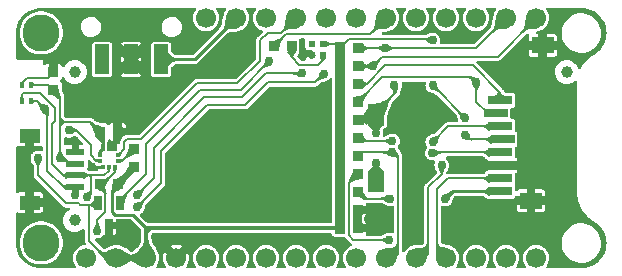
<source format=gbr>
%TF.GenerationSoftware,KiCad,Pcbnew,7.0.11*%
%TF.CreationDate,2024-03-28T16:15:39-04:00*%
%TF.ProjectId,weather-featherwing,77656174-6865-4722-9d66-656174686572,03*%
%TF.SameCoordinates,Original*%
%TF.FileFunction,Copper,L1,Top*%
%TF.FilePolarity,Positive*%
%FSLAX46Y46*%
G04 Gerber Fmt 4.6, Leading zero omitted, Abs format (unit mm)*
G04 Created by KiCad (PCBNEW 7.0.11) date 2024-03-28 16:15:39*
%MOMM*%
%LPD*%
G01*
G04 APERTURE LIST*
%TA.AperFunction,SMDPad,CuDef*%
%ADD10R,0.820000X0.929000*%
%TD*%
%TA.AperFunction,SMDPad,CuDef*%
%ADD11R,0.300000X0.500000*%
%TD*%
%TA.AperFunction,SMDPad,CuDef*%
%ADD12R,0.645000X1.173000*%
%TD*%
%TA.AperFunction,SMDPad,CuDef*%
%ADD13R,0.550000X0.550000*%
%TD*%
%TA.AperFunction,SMDPad,CuDef*%
%ADD14R,2.000000X0.800000*%
%TD*%
%TA.AperFunction,SMDPad,CuDef*%
%ADD15R,1.400000X1.800000*%
%TD*%
%TA.AperFunction,SMDPad,CuDef*%
%ADD16R,1.900000X1.400000*%
%TD*%
%TA.AperFunction,SMDPad,CuDef*%
%ADD17R,0.929000X0.820000*%
%TD*%
%TA.AperFunction,SMDPad,CuDef*%
%ADD18R,0.871000X0.970000*%
%TD*%
%TA.AperFunction,SMDPad,CuDef*%
%ADD19R,0.397000X0.350000*%
%TD*%
%TA.AperFunction,SMDPad,CuDef*%
%ADD20R,0.350000X0.397000*%
%TD*%
%TA.AperFunction,SMDPad,CuDef*%
%ADD21R,1.550000X0.600000*%
%TD*%
%TA.AperFunction,SMDPad,CuDef*%
%ADD22R,1.800000X1.200000*%
%TD*%
%TA.AperFunction,SMDPad,CuDef*%
%ADD23C,1.000000*%
%TD*%
%TA.AperFunction,ComponentPad*%
%ADD24C,3.140000*%
%TD*%
%TA.AperFunction,SMDPad,CuDef*%
%ADD25R,1.200000X2.500000*%
%TD*%
%TA.AperFunction,SMDPad,CuDef*%
%ADD26R,0.970000X0.871000*%
%TD*%
%TA.AperFunction,ComponentPad*%
%ADD27C,1.700000*%
%TD*%
%TA.AperFunction,ViaPad*%
%ADD28C,0.750000*%
%TD*%
%TA.AperFunction,Conductor*%
%ADD29C,0.200000*%
%TD*%
%TA.AperFunction,Conductor*%
%ADD30C,0.500000*%
%TD*%
%TA.AperFunction,Conductor*%
%ADD31C,0.350000*%
%TD*%
%TA.AperFunction,Conductor*%
%ADD32C,0.250000*%
%TD*%
G04 APERTURE END LIST*
D10*
%TO.P,R5,1*%
%TO.N,+3V3*%
X142120000Y-107950000D03*
%TO.P,R5,2*%
%TO.N,/MOSI*%
X143630000Y-107950000D03*
%TD*%
D11*
%TO.P,U2,4,VSS*%
%TO.N,GND*%
X115170000Y-103440000D03*
%TO.P,U2,3,VDD*%
%TO.N,+3V3*%
X115970000Y-103440000D03*
%TO.P,U2,2,SCL*%
%TO.N,/SCL*%
X115970000Y-104840000D03*
%TO.P,U2,1,SDA*%
%TO.N,/SDA*%
X115170000Y-104840000D03*
%TD*%
D12*
%TO.P,U3,1,SCIO*%
%TO.N,/EEPROM_SCIO*%
X123505000Y-113488000D03*
%TO.P,U3,2,VCC*%
%TO.N,+3V3*%
X121605000Y-113488000D03*
%TO.P,U3,3,VSS*%
%TO.N,GND*%
X122555000Y-115366000D03*
%TD*%
D13*
%TO.P,D1,1,DIN*%
%TO.N,Net-(D1-DIN)*%
X140683000Y-100932000D03*
%TO.P,D1,2,VDD*%
%TO.N,+3V3*%
X140683000Y-99982000D03*
%TO.P,D1,3,DOUT*%
%TO.N,unconnected-(D1-DOUT-Pad3)*%
X139733000Y-99982000D03*
%TO.P,D1,4,GND*%
%TO.N,GND*%
X139733000Y-100932000D03*
%TD*%
D14*
%TO.P,J3,1,DAT2*%
%TO.N,/DAT2*%
X155700000Y-104765000D03*
%TO.P,J3,2,DAT3/CD*%
%TO.N,/CS_SD*%
X155300000Y-105865000D03*
%TO.P,J3,3,CMD*%
%TO.N,/MOSI*%
X155700000Y-106965000D03*
%TO.P,J3,4,VDD*%
%TO.N,+3V3*%
X155900000Y-108065000D03*
%TO.P,J3,5,CLK*%
%TO.N,/SCK*%
X155700000Y-109165000D03*
%TO.P,J3,6,VSS*%
%TO.N,GND*%
X155900000Y-110265000D03*
%TO.P,J3,7,DAT0*%
%TO.N,/MISO*%
X155700000Y-111365000D03*
%TO.P,J3,8,DAT1*%
%TO.N,/DAT1*%
X155700000Y-112465000D03*
D15*
%TO.P,J3,9,DET*%
%TO.N,/CD*%
X145150000Y-111655000D03*
X145150000Y-105955000D03*
D16*
%TO.P,J3,10,SHIELD*%
%TO.N,GND*%
X158300000Y-113255000D03*
X159300000Y-100105000D03*
%TD*%
D17*
%TO.P,R10,1*%
%TO.N,+3V3*%
X124714000Y-110381400D03*
%TO.P,R10,2*%
%TO.N,Net-(U1-CS)*%
X124714000Y-108871400D03*
%TD*%
D10*
%TO.P,R11,1*%
%TO.N,+3V3*%
X123310000Y-111861600D03*
%TO.P,R11,2*%
%TO.N,Net-(JP1-B)*%
X121800000Y-111861600D03*
%TD*%
%TO.P,R4,1*%
%TO.N,+3V3*%
X142120000Y-109474000D03*
%TO.P,R4,2*%
%TO.N,/SCK*%
X143630000Y-109474000D03*
%TD*%
D18*
%TO.P,C1,1*%
%TO.N,+3V3*%
X142125000Y-115570000D03*
%TO.P,C1,2*%
%TO.N,GND*%
X143625000Y-115570000D03*
%TD*%
D10*
%TO.P,R2,1*%
%TO.N,+3V3*%
X142120000Y-112522000D03*
%TO.P,R2,2*%
%TO.N,/DAT1*%
X143630000Y-112522000D03*
%TD*%
D19*
%TO.P,U1,1,VDD_IO*%
%TO.N,+3V3*%
X121789000Y-109376400D03*
%TO.P,U1,2,SCL*%
%TO.N,/SCL*%
X121789000Y-109876400D03*
D20*
%TO.P,U1,3,RES*%
%TO.N,GND*%
X122055000Y-110392400D03*
%TO.P,U1,4,SDA*%
%TO.N,/SDA*%
X122555000Y-110392400D03*
%TO.P,U1,5,SDO*%
%TO.N,Net-(JP1-B)*%
X123055000Y-110392400D03*
D19*
%TO.P,U1,6,CS*%
%TO.N,Net-(U1-CS)*%
X123321000Y-109876400D03*
%TO.P,U1,7,INT_DRDY*%
%TO.N,/LPS_INT*%
X123321000Y-109376400D03*
D20*
%TO.P,U1,8,GND_IO*%
%TO.N,GND*%
X123055000Y-108860400D03*
%TO.P,U1,9,GND*%
X122555000Y-108860400D03*
%TO.P,U1,10,VDD*%
%TO.N,+3V3*%
X122055000Y-108860400D03*
%TD*%
D21*
%TO.P,J4,1,GND*%
%TO.N,GND*%
X119730400Y-109115600D03*
%TO.P,J4,2,+3V3*%
%TO.N,+3V3*%
X119730400Y-110115600D03*
%TO.P,J4,3,SDA*%
%TO.N,/SDA*%
X119730400Y-111115600D03*
%TO.P,J4,4,SCL*%
%TO.N,/SCL*%
X119730400Y-112115600D03*
D22*
%TO.P,J4,MP,Shield*%
%TO.N,GND*%
X115855400Y-107815600D03*
X115855400Y-113415600D03*
%TD*%
D10*
%TO.P,R8,1*%
%TO.N,+3V3*%
X142120000Y-101854000D03*
%TO.P,R8,2*%
%TO.N,/SDA*%
X143630000Y-101854000D03*
%TD*%
D23*
%TO.P,FID1,*%
%TO.N,*%
X161340800Y-102362000D03*
%TD*%
D24*
%TO.P,H1,*%
%TO.N,*%
X116840000Y-99060000D03*
%TD*%
D10*
%TO.P,R12,1*%
%TO.N,/NP_DIN*%
X136532000Y-100203000D03*
%TO.P,R12,2*%
%TO.N,Net-(D1-DIN)*%
X138042000Y-100203000D03*
%TD*%
D18*
%TO.P,C2,1*%
%TO.N,+3V3*%
X142125000Y-114046000D03*
%TO.P,C2,2*%
%TO.N,GND*%
X143625000Y-114046000D03*
%TD*%
D10*
%TO.P,R1,1*%
%TO.N,+3V3*%
X142120000Y-106426000D03*
%TO.P,R1,2*%
%TO.N,/CD*%
X143630000Y-106426000D03*
%TD*%
D23*
%TO.P,FID3,*%
%TO.N,*%
X119684800Y-102362000D03*
%TD*%
%TO.P,FID2,*%
%TO.N,*%
X119684800Y-114935000D03*
%TD*%
D25*
%TO.P,SW1,1,A*%
%TO.N,/EN*%
X126960000Y-101302000D03*
%TO.P,SW1,2,B*%
%TO.N,GND*%
X124460000Y-101302000D03*
%TO.P,SW1,3,C*%
%TO.N,unconnected-(SW1-C-Pad3)*%
X121960000Y-101302000D03*
%TD*%
D18*
%TO.P,C3,1*%
%TO.N,+3V3*%
X121805000Y-107442000D03*
%TO.P,C3,2*%
%TO.N,GND*%
X123305000Y-107442000D03*
%TD*%
D10*
%TO.P,R7,1*%
%TO.N,+3V3*%
X142120000Y-103378000D03*
%TO.P,R7,2*%
%TO.N,/DAT2*%
X143630000Y-103378000D03*
%TD*%
D24*
%TO.P,H2,*%
%TO.N,*%
X116840000Y-116840000D03*
%TD*%
D10*
%TO.P,R9,1*%
%TO.N,+3V3*%
X142120000Y-100330000D03*
%TO.P,R9,2*%
%TO.N,/SCL*%
X143630000Y-100330000D03*
%TD*%
%TO.P,R6,1*%
%TO.N,+3V3*%
X142120000Y-104902000D03*
%TO.P,R6,2*%
%TO.N,/CS_SD*%
X143630000Y-104902000D03*
%TD*%
%TO.P,R3,1*%
%TO.N,+3V3*%
X142120000Y-110998000D03*
%TO.P,R3,2*%
%TO.N,/MISO*%
X143630000Y-110998000D03*
%TD*%
D26*
%TO.P,C4,1*%
%TO.N,+3V3*%
X117856000Y-103874000D03*
%TO.P,C4,2*%
%TO.N,GND*%
X117856000Y-102374000D03*
%TD*%
D27*
%TO.P,J2,17,Pin_17*%
%TO.N,/SDA*%
X158750000Y-97790000D03*
%TO.P,J2,18,Pin_18*%
%TO.N,/SCL*%
X156210000Y-97790000D03*
%TO.P,J2,19,Pin_19*%
%TO.N,/CS_SD*%
X153670000Y-97790000D03*
%TO.P,J2,20,Pin_20*%
%TO.N,/CD*%
X151130000Y-97790000D03*
%TO.P,J2,21,Pin_21*%
%TO.N,/EEPROM_SCIO*%
X148590000Y-97790000D03*
%TO.P,J2,22,Pin_22*%
%TO.N,/NP_DIN*%
X146050000Y-97790000D03*
%TO.P,J2,23,3*%
%TO.N,/D11*%
X143510000Y-97790000D03*
%TO.P,J2,24,Pin_24*%
%TO.N,/D12*%
X140970000Y-97790000D03*
%TO.P,J2,25,Pin_25*%
%TO.N,/LPS_INT*%
X138430000Y-97790000D03*
%TO.P,J2,26,Pin_26*%
%TO.N,/USB*%
X135890000Y-97790000D03*
%TO.P,J2,27,Pin_27*%
%TO.N,/EN*%
X133350000Y-97790000D03*
%TO.P,J2,28,Pin_28*%
%TO.N,/BAT*%
X130810000Y-97790000D03*
%TD*%
%TO.P,J1,1,Pin_1*%
%TO.N,/RST*%
X120650000Y-118110000D03*
%TO.P,J1,2,Pin_2*%
%TO.N,+3V3*%
X123190000Y-118110000D03*
%TO.P,J1,3,Pin_3*%
X125730000Y-118110000D03*
%TO.P,J1,4,Pin_4*%
%TO.N,GND*%
X128270000Y-118110000D03*
%TO.P,J1,5,Pin_5*%
%TO.N,/A0*%
X130810000Y-118110000D03*
%TO.P,J1,6,Pin_6*%
%TO.N,/A1*%
X133350000Y-118110000D03*
%TO.P,J1,7,Pin_7*%
%TO.N,/A2*%
X135890000Y-118110000D03*
%TO.P,J1,8,Pin_8*%
%TO.N,/A3*%
X138430000Y-118110000D03*
%TO.P,J1,9,Pin_9*%
%TO.N,/A4*%
X140970000Y-118110000D03*
%TO.P,J1,10,Pin_10*%
%TO.N,/A5*%
X143510000Y-118110000D03*
%TO.P,J1,11,Pin_11*%
%TO.N,/SCK*%
X146050000Y-118110000D03*
%TO.P,J1,12,Pin_12*%
%TO.N,/MOSI*%
X148590000Y-118110000D03*
%TO.P,J1,13,Pin_13*%
%TO.N,/MISO*%
X151130000Y-118110000D03*
%TO.P,J1,14,Pin_14*%
%TO.N,/RX*%
X153670000Y-118110000D03*
%TO.P,J1,15,Pin_15*%
%TO.N,/TX*%
X156210000Y-118110000D03*
%TO.P,J1,16,Pin_16*%
%TO.N,/DBG*%
X158750000Y-118110000D03*
%TD*%
D28*
%TO.N,+3V3*%
X152730200Y-107670600D03*
X149987000Y-103505000D03*
X152730200Y-106248200D03*
X149987000Y-99655500D03*
X118428900Y-109650997D03*
X116560600Y-109651800D03*
%TO.N,GND*%
X149860000Y-110871000D03*
X149860000Y-106045000D03*
X132080000Y-109220000D03*
X152400000Y-114300000D03*
X115850000Y-112200000D03*
X134620000Y-111760000D03*
X157480000Y-104140000D03*
X121092613Y-110422100D03*
X124460000Y-104140000D03*
X117856000Y-101346000D03*
X132080000Y-101600000D03*
X137160000Y-106680000D03*
X160020000Y-104140000D03*
X123063000Y-99441000D03*
X134620000Y-114300000D03*
X124409200Y-107340400D03*
X139700000Y-114300000D03*
X151968200Y-110312200D03*
X132080000Y-114300000D03*
X157607000Y-111760000D03*
X139700000Y-111760000D03*
X138963400Y-101015800D03*
X154940000Y-114300000D03*
X159258000Y-101473000D03*
X134620000Y-109220000D03*
X129540000Y-114300000D03*
X137160000Y-104140000D03*
X160020000Y-106680000D03*
X137160000Y-114300000D03*
X157480000Y-106680000D03*
X157607000Y-109220000D03*
X145796000Y-115443000D03*
X134620000Y-106680000D03*
X139700000Y-109220000D03*
X152400000Y-116840000D03*
X137160000Y-109220000D03*
X115850000Y-109000000D03*
X152400000Y-99060000D03*
X160020000Y-114300000D03*
X160020000Y-111760000D03*
X123698000Y-115417600D03*
X157607000Y-100203000D03*
X124460000Y-99441000D03*
X160020000Y-109220000D03*
X127000000Y-104140000D03*
X157480000Y-116840000D03*
X122555000Y-116586000D03*
X146685000Y-106045000D03*
X129540000Y-111760000D03*
X119380000Y-104140000D03*
X127000000Y-114300000D03*
X142240000Y-116840000D03*
X121920000Y-104140000D03*
X148082000Y-115697000D03*
X157480000Y-101600000D03*
X132080000Y-111760000D03*
X139700000Y-104140000D03*
X137160000Y-111760000D03*
X119735600Y-108229400D03*
X125984000Y-99441000D03*
X139700000Y-106680000D03*
X154940000Y-116840000D03*
X144526000Y-114808000D03*
%TO.N,/SCK*%
X146558000Y-109169200D03*
X149936200Y-109220000D03*
%TO.N,/MOSI*%
X146558000Y-108204000D03*
X149990397Y-108271545D03*
X150749000Y-110236000D03*
%TO.N,/MISO*%
X146304000Y-116586000D03*
%TO.N,/CS_SD*%
X153670000Y-103251000D03*
%TO.N,/DAT1*%
X151053800Y-113080800D03*
X146329400Y-113080800D03*
%TO.N,/CD*%
X145161000Y-110109000D03*
X145161000Y-107529000D03*
X146735800Y-103504500D03*
%TO.N,/SDA*%
X120705959Y-112954442D03*
X144907000Y-101854000D03*
X124968000Y-113792000D03*
X140741400Y-102539800D03*
%TO.N,/SCL*%
X117125056Y-105505944D03*
X145973800Y-100330000D03*
X119165500Y-107315000D03*
X138938000Y-102489000D03*
X119721614Y-112813500D03*
X124968000Y-112776000D03*
%TO.N,Net-(JP1-B)*%
X121579000Y-115824000D03*
%TO.N,/EEPROM_SCIO*%
X136144000Y-101473000D03*
%TD*%
D29*
%TO.N,+3V3*%
X121464058Y-113628942D02*
X121605000Y-113488000D01*
D30*
X124714000Y-110381400D02*
X124714000Y-110457600D01*
D31*
X126111000Y-115570000D02*
X142125000Y-115570000D01*
D29*
X149897000Y-99565500D02*
X142884500Y-99565500D01*
D31*
X125730000Y-115951000D02*
X125730000Y-115570000D01*
D29*
X118491000Y-106629200D02*
X118745000Y-106629200D01*
X123190000Y-118110000D02*
X122340000Y-118110000D01*
X115970000Y-103440000D02*
X117422000Y-103440000D01*
X120001209Y-113488500D02*
X120141651Y-113628942D01*
D31*
X125730000Y-115570000D02*
X126111000Y-115570000D01*
D29*
X120141651Y-113628942D02*
X120904000Y-113628942D01*
D32*
X122000200Y-108860400D02*
X122055000Y-108860400D01*
D29*
X122340000Y-118110000D02*
X120904000Y-116674000D01*
X118428900Y-109650997D02*
X118427800Y-109649897D01*
D32*
X123102880Y-114454500D02*
X122857500Y-114209120D01*
D29*
X118745000Y-106629200D02*
X121005600Y-106629200D01*
X118745000Y-106629200D02*
X118732600Y-106629200D01*
D32*
X121789000Y-109376400D02*
X121789000Y-109071600D01*
X122857500Y-114209120D02*
X122857500Y-112314100D01*
D29*
X121805000Y-107428600D02*
X121805000Y-107442000D01*
X119231136Y-110115600D02*
X119730400Y-110115600D01*
D32*
X124614500Y-114454500D02*
X123102880Y-114454500D01*
D29*
X117422000Y-103440000D02*
X117856000Y-103874000D01*
X118427800Y-104445800D02*
X117856000Y-103874000D01*
X153124600Y-108065000D02*
X155900000Y-108065000D01*
X118427800Y-106934000D02*
X118427800Y-106299000D01*
D31*
X125730000Y-115951000D02*
X126111000Y-115570000D01*
D29*
X118732600Y-106629200D02*
X118427800Y-106934000D01*
X149987000Y-99655500D02*
X149897000Y-99565500D01*
X142884500Y-99565500D02*
X142120000Y-100330000D01*
X152730200Y-107670600D02*
X153124600Y-108065000D01*
D32*
X125730000Y-115570000D02*
X124614500Y-114454500D01*
X122055000Y-108860400D02*
X122055000Y-107692000D01*
D29*
X118766533Y-109650997D02*
X119231136Y-110115600D01*
X149987000Y-103505000D02*
X152730200Y-106248200D01*
D32*
X121789000Y-109071600D02*
X122000200Y-108860400D01*
X122055000Y-107692000D02*
X121805000Y-107442000D01*
D29*
X140683000Y-99982000D02*
X141772000Y-99982000D01*
D32*
X122857500Y-112314100D02*
X123310000Y-111861600D01*
D29*
X118949500Y-113488500D02*
X120001209Y-113488500D01*
X116560600Y-109651800D02*
X116560600Y-111099600D01*
X120904000Y-116674000D02*
X120904000Y-113628942D01*
X141772000Y-99982000D02*
X142120000Y-100330000D01*
D31*
X125730000Y-118110000D02*
X123190000Y-118110000D01*
D29*
X118745000Y-106629200D02*
X118745000Y-106616200D01*
X118427800Y-109649897D02*
X118427800Y-106934000D01*
X120904000Y-113628942D02*
X121464058Y-113628942D01*
X118427800Y-106299000D02*
X118427800Y-104445800D01*
X116560600Y-111099600D02*
X118949500Y-113488500D01*
X118745000Y-106616200D02*
X118427800Y-106299000D01*
X119730400Y-110115600D02*
X119729000Y-110117000D01*
X118428900Y-109650997D02*
X118766533Y-109650997D01*
D30*
X124714000Y-110457600D02*
X123310000Y-111861600D01*
D29*
X121005600Y-106629200D02*
X121805000Y-107428600D01*
D31*
X125730000Y-118110000D02*
X125730000Y-115951000D01*
D29*
%TO.N,GND*%
X121092613Y-110422100D02*
X121122313Y-110392400D01*
X115170000Y-103320800D02*
X115646200Y-102844600D01*
X121122313Y-110392400D02*
X122055000Y-110392400D01*
D30*
X124409200Y-107340400D02*
X123406600Y-107340400D01*
D29*
X115855400Y-108994600D02*
X115850000Y-109000000D01*
X138963400Y-101015800D02*
X139649200Y-101015800D01*
X117385400Y-102844600D02*
X117856000Y-102374000D01*
D32*
X124460000Y-101981000D02*
X124460000Y-101302000D01*
D29*
X115855400Y-112205400D02*
X115850000Y-112200000D01*
D30*
X123406600Y-107340400D02*
X123305000Y-107442000D01*
D29*
X115646200Y-102844600D02*
X117385400Y-102844600D01*
X139649200Y-101015800D02*
X139733000Y-100932000D01*
X115170000Y-103440000D02*
X115170000Y-103320800D01*
X122555000Y-108860400D02*
X123055000Y-108860400D01*
%TO.N,Net-(D1-DIN)*%
X138684000Y-101752400D02*
X140309600Y-101752400D01*
X140309600Y-101752400D02*
X140683000Y-101379000D01*
X140683000Y-101379000D02*
X140683000Y-100932000D01*
X138169000Y-100203000D02*
X138169000Y-100457000D01*
X138042000Y-100203000D02*
X138042000Y-101110400D01*
X138042000Y-101110400D02*
X138684000Y-101752400D01*
D32*
%TO.N,unconnected-(SW1-C-Pad3)*%
X121960000Y-101302000D02*
X121960000Y-101894000D01*
X121960000Y-101302000D02*
X121960000Y-101919400D01*
X121960000Y-101302000D02*
X121995620Y-101302000D01*
D29*
%TO.N,/SCK*%
X143934800Y-109169200D02*
X143884000Y-109220000D01*
X146558000Y-109169200D02*
X147066000Y-109677200D01*
X147066000Y-117094000D02*
X146050000Y-118110000D01*
X143884000Y-109220000D02*
X143884000Y-109474000D01*
X147066000Y-109677200D02*
X147066000Y-117094000D01*
X149991200Y-109165000D02*
X155700000Y-109165000D01*
X146558000Y-109169200D02*
X143934800Y-109169200D01*
X149936200Y-109220000D02*
X149991200Y-109165000D01*
%TO.N,/MOSI*%
X143884000Y-108204000D02*
X143630000Y-107950000D01*
X150749000Y-110998000D02*
X149606000Y-112141000D01*
X149606000Y-117094000D02*
X148590000Y-118110000D01*
X149606000Y-112141000D02*
X149606000Y-117094000D01*
X149990397Y-108271545D02*
X151296942Y-106965000D01*
X151296942Y-106965000D02*
X155700000Y-106965000D01*
X150749000Y-110236000D02*
X150749000Y-110998000D01*
X146558000Y-108204000D02*
X143884000Y-108204000D01*
%TO.N,/MISO*%
X142875000Y-116205000D02*
X142875000Y-111753000D01*
X143256000Y-116586000D02*
X142875000Y-116205000D01*
X150317200Y-117297200D02*
X150317200Y-112293400D01*
X146304000Y-116586000D02*
X143256000Y-116586000D01*
X150317200Y-112293400D02*
X151245600Y-111365000D01*
X151130000Y-118110000D02*
X150317200Y-117297200D01*
X151245600Y-111365000D02*
X155700000Y-111365000D01*
X142875000Y-111753000D02*
X143630000Y-110998000D01*
%TO.N,/DAT2*%
X144392000Y-103378000D02*
X143630000Y-103378000D01*
X153365200Y-101803200D02*
X145966800Y-101803200D01*
X155700000Y-104765000D02*
X155700000Y-104138000D01*
X155700000Y-104138000D02*
X153365200Y-101803200D01*
X145966800Y-101803200D02*
X144392000Y-103378000D01*
%TO.N,/CS_SD*%
X145709000Y-102830000D02*
X153249000Y-102830000D01*
X153249000Y-102830000D02*
X153670000Y-103251000D01*
X143884000Y-104902000D02*
X143884000Y-104655000D01*
X153670000Y-104902000D02*
X154633000Y-105865000D01*
X143884000Y-104655000D02*
X145709000Y-102830000D01*
X153670000Y-103251000D02*
X153670000Y-104902000D01*
X154633000Y-105865000D02*
X155300000Y-105865000D01*
D32*
%TO.N,/DAT1*%
X151053800Y-113080800D02*
X151669600Y-112465000D01*
D29*
X144188800Y-113080800D02*
X146329400Y-113080800D01*
X143630000Y-112522000D02*
X144188800Y-113080800D01*
D32*
X151669600Y-112465000D02*
X155700000Y-112465000D01*
D29*
%TO.N,/CD*%
X145161000Y-107529000D02*
X145161000Y-105966000D01*
X145150000Y-105955000D02*
X145150000Y-105802000D01*
X143630000Y-106426000D02*
X144679000Y-106426000D01*
X144679000Y-106426000D02*
X145150000Y-105955000D01*
X145161000Y-110109000D02*
X145161000Y-111644000D01*
X145150000Y-105802000D02*
X146735800Y-104216200D01*
X145161000Y-105966000D02*
X145150000Y-105955000D01*
X145161000Y-111644000D02*
X145150000Y-111655000D01*
X146735800Y-104216200D02*
X146735800Y-103504500D01*
%TO.N,/SDA*%
X140030200Y-103251000D02*
X140741400Y-102539800D01*
X119748900Y-111097100D02*
X120904000Y-111097100D01*
X130873500Y-105156000D02*
X134112000Y-105156000D01*
X116713707Y-104140000D02*
X117983000Y-105409293D01*
X121031000Y-111252000D02*
X121031000Y-111097100D01*
X134112000Y-105156000D02*
X136017000Y-103251000D01*
X127000000Y-111760000D02*
X127000000Y-109029500D01*
X124968000Y-113792000D02*
X127000000Y-111760000D01*
X121031000Y-111252000D02*
X121031000Y-111224100D01*
X144907000Y-101854000D02*
X143630000Y-101854000D01*
X122555000Y-110718600D02*
X122555000Y-110392400D01*
X121031000Y-112629401D02*
X121031000Y-111252000D01*
X115170000Y-104840000D02*
X115170000Y-104286000D01*
X118684800Y-111115600D02*
X119730400Y-111115600D01*
X136017000Y-103251000D02*
X140030200Y-103251000D01*
X122176500Y-111097100D02*
X122555000Y-110718600D01*
X144907000Y-101854000D02*
X145694400Y-101066600D01*
X115170000Y-104286000D02*
X115316000Y-104140000D01*
X121031000Y-111097100D02*
X121158000Y-111097100D01*
X119730400Y-111115600D02*
X119748900Y-111097100D01*
X115316000Y-104140000D02*
X116713707Y-104140000D01*
X145694400Y-101066600D02*
X155473400Y-101066600D01*
X117754400Y-106775795D02*
X117754400Y-110185200D01*
X127000000Y-109029500D02*
X130873500Y-105156000D01*
X117983000Y-105409293D02*
X117983000Y-106547195D01*
X117983000Y-106547195D02*
X117754400Y-106775795D01*
X120904000Y-111097100D02*
X121031000Y-111097100D01*
X121031000Y-111224100D02*
X121158000Y-111097100D01*
X117754400Y-110185200D02*
X118684800Y-111115600D01*
X121031000Y-111224100D02*
X120904000Y-111097100D01*
X155473400Y-101066600D02*
X158750000Y-97790000D01*
X120705959Y-112954442D02*
X121031000Y-112629401D01*
X121158000Y-111097100D02*
X122176500Y-111097100D01*
%TO.N,/SCL*%
X119165500Y-107315000D02*
X119786400Y-107315000D01*
X119729000Y-112806114D02*
X119721614Y-112813500D01*
X145973800Y-100330000D02*
X143630000Y-100330000D01*
X117348000Y-110718600D02*
X118746400Y-112117000D01*
X119730400Y-112115600D02*
X119729000Y-112117000D01*
X117125056Y-105505944D02*
X117348000Y-105728888D01*
X119729000Y-112117000D02*
X120194200Y-112117000D01*
X121488500Y-109876400D02*
X121789000Y-109876400D01*
X145973800Y-100330000D02*
X153670000Y-100330000D01*
X117125056Y-105505944D02*
X116459112Y-104840000D01*
X135890000Y-102489000D02*
X133858000Y-104521000D01*
X126365000Y-111379000D02*
X124968000Y-112776000D01*
X121031000Y-108559600D02*
X121031000Y-109418900D01*
X116459112Y-104840000D02*
X115970000Y-104840000D01*
X121031000Y-109418900D02*
X121488500Y-109876400D01*
X117348000Y-105728888D02*
X117348000Y-110718600D01*
X153670000Y-100330000D02*
X156210000Y-97790000D01*
X138938000Y-102489000D02*
X135890000Y-102489000D01*
X126365000Y-108807250D02*
X126365000Y-111379000D01*
X130651250Y-104521000D02*
X126365000Y-108807250D01*
X119729000Y-112117000D02*
X119729000Y-112806114D01*
X133858000Y-104521000D02*
X130651250Y-104521000D01*
X118746400Y-112117000D02*
X119729000Y-112117000D01*
X119786400Y-107315000D02*
X121031000Y-108559600D01*
%TO.N,Net-(JP1-B)*%
X122275600Y-114223800D02*
X122275600Y-112337200D01*
X121579000Y-115824000D02*
X121579000Y-114920400D01*
X122362625Y-111497100D02*
X123055000Y-110804725D01*
X121579000Y-114920400D02*
X122275600Y-114223800D01*
X122275600Y-112337200D02*
X121800000Y-111861600D01*
X123055000Y-110804725D02*
X123055000Y-110392400D01*
X122164500Y-111497100D02*
X122362625Y-111497100D01*
X121800000Y-111861600D02*
X122164500Y-111497100D01*
%TO.N,/NP_DIN*%
X137569500Y-99165500D02*
X136532000Y-100203000D01*
X146050000Y-97790000D02*
X144674500Y-99165500D01*
X144674500Y-99165500D02*
X137569500Y-99165500D01*
%TO.N,/LPS_INT*%
X123321000Y-109376400D02*
X123414600Y-109376400D01*
X123414600Y-109376400D02*
X123875800Y-108915200D01*
X133451600Y-103327200D02*
X135382000Y-101396800D01*
X125298200Y-108026200D02*
X129997200Y-103327200D01*
X136017000Y-99060000D02*
X137109314Y-99060000D01*
X135382000Y-99695000D02*
X136017000Y-99060000D01*
X124129800Y-108026200D02*
X125298200Y-108026200D01*
X123875800Y-108280200D02*
X124129800Y-108026200D01*
X137109314Y-99060000D02*
X138379314Y-97790000D01*
X135382000Y-101396800D02*
X135382000Y-99695000D01*
X138379314Y-97790000D02*
X138430000Y-97790000D01*
X123875800Y-108915200D02*
X123875800Y-108280200D01*
X129997200Y-103327200D02*
X133451600Y-103327200D01*
%TO.N,/EEPROM_SCIO*%
X130302000Y-103886000D02*
X133731000Y-103886000D01*
X123505000Y-113223000D02*
X125730000Y-110998000D01*
X133731000Y-103886000D02*
X136144000Y-101473000D01*
X125730000Y-110998000D02*
X125730000Y-108458000D01*
X148336000Y-97790000D02*
X148590000Y-97790000D01*
X123505000Y-113488000D02*
X123505000Y-113223000D01*
X125730000Y-108458000D02*
X130302000Y-103886000D01*
D32*
%TO.N,/EN*%
X129838000Y-101302000D02*
X126960000Y-101302000D01*
X133350000Y-97790000D02*
X129838000Y-101302000D01*
D29*
%TO.N,Net-(U1-CS)*%
X123709000Y-109876400D02*
X124714000Y-108871400D01*
X123321000Y-109876400D02*
X123709000Y-109876400D01*
%TD*%
%TA.AperFunction,Conductor*%
%TO.N,/SDA*%
G36*
X140406522Y-102401056D02*
G01*
X140737595Y-102537237D01*
X140743941Y-102543552D01*
X140743963Y-102543605D01*
X140880143Y-102874676D01*
X140880121Y-102883631D01*
X140873774Y-102889947D01*
X140873032Y-102890223D01*
X140728936Y-102938390D01*
X140727593Y-102938752D01*
X140608623Y-102963321D01*
X140506974Y-102987311D01*
X140404353Y-103037508D01*
X140404350Y-103037510D01*
X140289996Y-103133913D01*
X140281462Y-103136626D01*
X140274182Y-103133241D01*
X140147958Y-103007017D01*
X140144531Y-102998744D01*
X140147286Y-102991203D01*
X140232413Y-102890223D01*
X140243690Y-102876846D01*
X140293886Y-102774224D01*
X140317876Y-102672576D01*
X140342447Y-102553595D01*
X140342804Y-102552271D01*
X140390976Y-102408165D01*
X140396848Y-102401407D01*
X140405780Y-102400780D01*
X140406522Y-102401056D01*
G37*
%TD.AperFunction*%
%TD*%
%TA.AperFunction,Conductor*%
%TO.N,GND*%
G36*
X123230000Y-108661900D02*
G01*
X123230000Y-109000900D01*
X123102752Y-109000900D01*
X123079488Y-109005527D01*
X123044271Y-109012532D01*
X123044267Y-109012534D01*
X122977949Y-109056846D01*
X122977946Y-109056849D01*
X122976576Y-109058900D01*
X122430500Y-109058900D01*
X122430500Y-108642152D01*
X122418867Y-108583669D01*
X122402725Y-108559513D01*
X122400809Y-108553827D01*
X122399521Y-108532702D01*
X122430000Y-108331000D01*
X123230000Y-108331000D01*
X123230000Y-108661900D01*
G37*
%TD.AperFunction*%
%TD*%
%TA.AperFunction,Conductor*%
%TO.N,/MISO*%
G36*
X154707627Y-110968047D02*
G01*
X155112925Y-111130005D01*
X155673810Y-111354135D01*
X155680220Y-111360387D01*
X155680333Y-111369342D01*
X155674081Y-111375752D01*
X155673810Y-111375865D01*
X154707628Y-111761951D01*
X154698673Y-111761838D01*
X154694541Y-111758859D01*
X154620000Y-111675000D01*
X154539994Y-111599994D01*
X154486662Y-111559997D01*
X154459999Y-111540000D01*
X154443999Y-111531000D01*
X154380007Y-111495004D01*
X154380002Y-111495001D01*
X154379999Y-111495000D01*
X154307592Y-111467847D01*
X154301049Y-111461733D01*
X154300000Y-111456892D01*
X154300000Y-111273107D01*
X154303427Y-111264834D01*
X154307588Y-111262154D01*
X154379999Y-111235000D01*
X154459999Y-111190000D01*
X154522215Y-111143338D01*
X154539994Y-111130005D01*
X154539996Y-111130002D01*
X154540000Y-111130000D01*
X154620000Y-111055000D01*
X154694543Y-110971138D01*
X154702599Y-110967233D01*
X154707627Y-110968047D01*
G37*
%TD.AperFunction*%
%TD*%
%TA.AperFunction,Conductor*%
%TO.N,/MOSI*%
G36*
X144046304Y-107657867D02*
G01*
X144046728Y-107658484D01*
X144109719Y-107756809D01*
X144122000Y-107775978D01*
X144122007Y-107775987D01*
X144203998Y-107885576D01*
X144261920Y-107950000D01*
X144285999Y-107976782D01*
X144367999Y-108049589D01*
X144368001Y-108049590D01*
X144368002Y-108049591D01*
X144444769Y-108100529D01*
X144449768Y-108107959D01*
X144450000Y-108110278D01*
X144450000Y-108291808D01*
X144446573Y-108300081D01*
X144438300Y-108303508D01*
X144437818Y-108303498D01*
X144367997Y-108300621D01*
X144367996Y-108300621D01*
X144286007Y-108309981D01*
X144285999Y-108309982D01*
X144203992Y-108332085D01*
X144122015Y-108366914D01*
X144121999Y-108366922D01*
X144048285Y-108409692D01*
X144039409Y-108410880D01*
X144033651Y-108407325D01*
X143997894Y-108366914D01*
X143637489Y-107959594D01*
X143634573Y-107951127D01*
X143638498Y-107943079D01*
X143639305Y-107942426D01*
X144029949Y-107655366D01*
X144038644Y-107653229D01*
X144046304Y-107657867D01*
G37*
%TD.AperFunction*%
%TD*%
%TA.AperFunction,Conductor*%
%TO.N,/CS_SD*%
G36*
X153106282Y-102730294D02*
G01*
X153277869Y-102734544D01*
X153278986Y-102734627D01*
X153408019Y-102750551D01*
X153409760Y-102750903D01*
X153518658Y-102781765D01*
X153519842Y-102782171D01*
X153642875Y-102831981D01*
X153643063Y-102832059D01*
X153802866Y-102900020D01*
X153809138Y-102906412D01*
X153809107Y-102915238D01*
X153672852Y-103246496D01*
X153666536Y-103252843D01*
X153666498Y-103252859D01*
X153335907Y-103389400D01*
X153326953Y-103389391D01*
X153320627Y-103383052D01*
X153320129Y-103381574D01*
X153286761Y-103255244D01*
X153286427Y-103253365D01*
X153274651Y-103127636D01*
X153258384Y-103024597D01*
X153208149Y-102955339D01*
X153208148Y-102955338D01*
X153103539Y-102932039D01*
X153096209Y-102926896D01*
X153094383Y-102920619D01*
X153094383Y-102741992D01*
X153097810Y-102733719D01*
X153106083Y-102730292D01*
X153106282Y-102730294D01*
G37*
%TD.AperFunction*%
%TD*%
%TA.AperFunction,Conductor*%
%TO.N,/CD*%
G36*
X145258527Y-106782427D02*
G01*
X145261912Y-106789707D01*
X145274605Y-106938735D01*
X145274606Y-106938736D01*
X145311675Y-107046795D01*
X145311675Y-107046796D01*
X145366594Y-107135644D01*
X145433337Y-107237130D01*
X145434031Y-107238335D01*
X145501865Y-107374291D01*
X145502492Y-107383224D01*
X145496620Y-107389984D01*
X145495900Y-107390313D01*
X145165504Y-107528121D01*
X145156549Y-107528143D01*
X145156496Y-107528121D01*
X144957853Y-107445267D01*
X144826097Y-107390312D01*
X144819782Y-107383966D01*
X144819804Y-107375011D01*
X144820122Y-107374315D01*
X144887969Y-107238330D01*
X144888652Y-107237142D01*
X144955410Y-107135636D01*
X145010323Y-107046796D01*
X145047393Y-106938737D01*
X145060088Y-106789707D01*
X145064205Y-106781755D01*
X145071746Y-106779000D01*
X145250254Y-106779000D01*
X145258527Y-106782427D01*
G37*
%TD.AperFunction*%
%TD*%
%TA.AperFunction,Conductor*%
%TO.N,/SCK*%
G36*
X147162450Y-116834267D02*
G01*
X147165877Y-116842540D01*
X147165876Y-116842663D01*
X147161701Y-117239208D01*
X147161669Y-117239958D01*
X147139925Y-117530716D01*
X147139702Y-117532277D01*
X147087271Y-117778768D01*
X147086869Y-117780204D01*
X146990149Y-118056193D01*
X146989938Y-118056748D01*
X146839739Y-118424409D01*
X146833438Y-118430771D01*
X146824483Y-118430815D01*
X146824442Y-118430798D01*
X146054488Y-118112853D01*
X146048150Y-118106529D01*
X145729987Y-117337436D01*
X145729991Y-117328482D01*
X145736325Y-117322153D01*
X145738126Y-117321574D01*
X146089584Y-117239586D01*
X146092011Y-117239283D01*
X146389134Y-117233561D01*
X146428244Y-117232808D01*
X146567519Y-117226214D01*
X146706797Y-117219620D01*
X146896149Y-117114158D01*
X146963806Y-116839739D01*
X146969114Y-116832527D01*
X146975166Y-116830840D01*
X147154177Y-116830840D01*
X147162450Y-116834267D01*
G37*
%TD.AperFunction*%
%TD*%
%TA.AperFunction,Conductor*%
%TO.N,/SCK*%
G36*
X146418984Y-108833579D02*
G01*
X146419310Y-108834291D01*
X146473246Y-108963604D01*
X146557121Y-109164696D01*
X146557143Y-109173651D01*
X146557121Y-109173704D01*
X146419313Y-109504100D01*
X146412966Y-109510416D01*
X146404011Y-109510394D01*
X146403291Y-109510065D01*
X146267335Y-109442231D01*
X146266130Y-109441537D01*
X146164644Y-109374794D01*
X146075795Y-109319875D01*
X146004806Y-109295522D01*
X145967737Y-109282806D01*
X145967735Y-109282805D01*
X145818707Y-109270111D01*
X145810755Y-109265994D01*
X145808000Y-109258453D01*
X145808000Y-109079945D01*
X145811427Y-109071672D01*
X145818704Y-109068288D01*
X145967737Y-109055593D01*
X146075796Y-109018523D01*
X146164636Y-108963610D01*
X146266142Y-108896852D01*
X146267330Y-108896169D01*
X146403294Y-108828332D01*
X146412224Y-108827706D01*
X146418984Y-108833579D01*
G37*
%TD.AperFunction*%
%TD*%
%TA.AperFunction,Conductor*%
%TO.N,Net-(JP1-B)*%
G36*
X121676527Y-115077427D02*
G01*
X121679912Y-115084707D01*
X121692605Y-115233735D01*
X121692606Y-115233736D01*
X121729675Y-115341795D01*
X121729675Y-115341796D01*
X121784594Y-115430644D01*
X121851337Y-115532130D01*
X121852031Y-115533335D01*
X121919865Y-115669291D01*
X121920492Y-115678224D01*
X121914620Y-115684984D01*
X121913900Y-115685313D01*
X121583504Y-115823121D01*
X121574549Y-115823143D01*
X121574496Y-115823121D01*
X121375853Y-115740267D01*
X121244097Y-115685312D01*
X121237782Y-115678966D01*
X121237804Y-115670011D01*
X121238122Y-115669315D01*
X121305969Y-115533330D01*
X121306652Y-115532142D01*
X121373410Y-115430636D01*
X121428323Y-115341796D01*
X121465393Y-115233737D01*
X121478088Y-115084707D01*
X121482205Y-115076755D01*
X121489746Y-115074000D01*
X121668254Y-115074000D01*
X121676527Y-115077427D01*
G37*
%TD.AperFunction*%
%TD*%
%TA.AperFunction,Conductor*%
%TO.N,/CD*%
G36*
X144047744Y-106024800D02*
G01*
X144048230Y-106025318D01*
X144121993Y-106108832D01*
X144122000Y-106108839D01*
X144203997Y-106186257D01*
X144204000Y-106186259D01*
X144285999Y-106248260D01*
X144367999Y-106294840D01*
X144442456Y-106323133D01*
X144448972Y-106329275D01*
X144450000Y-106334070D01*
X144450000Y-106517929D01*
X144446573Y-106526202D01*
X144442456Y-106528866D01*
X144368002Y-106557156D01*
X144286003Y-106603736D01*
X144203997Y-106665741D01*
X144122000Y-106743159D01*
X144121993Y-106743166D01*
X144048230Y-106826681D01*
X144040185Y-106830614D01*
X144031716Y-106827705D01*
X144031198Y-106827219D01*
X143637303Y-106434283D01*
X143633866Y-106426014D01*
X143637283Y-106417737D01*
X143637303Y-106417717D01*
X143760483Y-106294837D01*
X144031198Y-106024779D01*
X144039475Y-106021363D01*
X144047744Y-106024800D01*
G37*
%TD.AperFunction*%
%TD*%
%TA.AperFunction,Conductor*%
%TO.N,/SCL*%
G36*
X155436654Y-97469654D02*
G01*
X156206215Y-97787438D01*
X156212552Y-97793761D01*
X156212562Y-97793785D01*
X156530342Y-98563337D01*
X156530333Y-98572292D01*
X156523994Y-98578617D01*
X156522887Y-98579011D01*
X156164491Y-98686410D01*
X156162361Y-98686837D01*
X155872518Y-98717446D01*
X155872393Y-98717459D01*
X155621621Y-98741230D01*
X155370545Y-98831763D01*
X155086797Y-99056327D01*
X155078183Y-99058774D01*
X155071263Y-99055426D01*
X154944573Y-98928736D01*
X154941146Y-98920463D01*
X154943671Y-98913204D01*
X155168234Y-98629455D01*
X155258769Y-98378374D01*
X155282540Y-98127586D01*
X155313160Y-97837635D01*
X155313587Y-97835507D01*
X155327992Y-97787437D01*
X155420988Y-97477109D01*
X155426645Y-97470171D01*
X155435554Y-97469263D01*
X155436654Y-97469654D01*
G37*
%TD.AperFunction*%
%TD*%
%TA.AperFunction,Conductor*%
%TO.N,/SCK*%
G36*
X154707627Y-108768047D02*
G01*
X155112925Y-108930005D01*
X155673810Y-109154135D01*
X155680220Y-109160387D01*
X155680333Y-109169342D01*
X155674081Y-109175752D01*
X155673810Y-109175865D01*
X154707628Y-109561951D01*
X154698673Y-109561838D01*
X154694541Y-109558859D01*
X154620000Y-109475000D01*
X154539994Y-109399994D01*
X154486662Y-109359997D01*
X154459999Y-109340000D01*
X154443999Y-109331000D01*
X154380007Y-109295004D01*
X154380002Y-109295001D01*
X154379999Y-109295000D01*
X154307592Y-109267847D01*
X154301049Y-109261733D01*
X154300000Y-109256892D01*
X154300000Y-109073107D01*
X154303427Y-109064834D01*
X154307588Y-109062154D01*
X154379999Y-109035000D01*
X154459999Y-108990000D01*
X154522215Y-108943338D01*
X154539994Y-108930005D01*
X154539996Y-108930002D01*
X154540000Y-108930000D01*
X154620000Y-108855000D01*
X154694543Y-108771138D01*
X154702599Y-108767233D01*
X154707627Y-108768047D01*
G37*
%TD.AperFunction*%
%TD*%
%TA.AperFunction,Conductor*%
%TO.N,/NP_DIN*%
G36*
X145276654Y-97469654D02*
G01*
X146046215Y-97787438D01*
X146052552Y-97793761D01*
X146052562Y-97793785D01*
X146370342Y-98563337D01*
X146370333Y-98572292D01*
X146363994Y-98578617D01*
X146362887Y-98579011D01*
X146004491Y-98686410D01*
X146002361Y-98686837D01*
X145712518Y-98717446D01*
X145712393Y-98717459D01*
X145461621Y-98741230D01*
X145210545Y-98831763D01*
X144926797Y-99056327D01*
X144918183Y-99058774D01*
X144911263Y-99055426D01*
X144784573Y-98928736D01*
X144781146Y-98920463D01*
X144783671Y-98913204D01*
X145008234Y-98629455D01*
X145098769Y-98378374D01*
X145122540Y-98127586D01*
X145153160Y-97837635D01*
X145153587Y-97835507D01*
X145167992Y-97787437D01*
X145260988Y-97477109D01*
X145266645Y-97470171D01*
X145275554Y-97469263D01*
X145276654Y-97469654D01*
G37*
%TD.AperFunction*%
%TD*%
%TA.AperFunction,Conductor*%
%TO.N,/DAT1*%
G36*
X144044412Y-112326275D02*
G01*
X144044787Y-112327099D01*
X144109676Y-112485685D01*
X144179351Y-112637370D01*
X144179353Y-112637373D01*
X144249014Y-112770431D01*
X144249029Y-112770458D01*
X144318688Y-112884913D01*
X144318691Y-112884917D01*
X144386131Y-112977724D01*
X144388366Y-112984602D01*
X144388366Y-113162475D01*
X144384939Y-113170748D01*
X144376666Y-113174175D01*
X144371743Y-113173089D01*
X144224385Y-113104738D01*
X144060411Y-113047281D01*
X144060410Y-113047280D01*
X144060405Y-113047279D01*
X143896424Y-113008420D01*
X143732444Y-112988160D01*
X143732436Y-112988159D01*
X143581652Y-112986633D01*
X143573414Y-112983123D01*
X143570071Y-112974816D01*
X143570168Y-112973422D01*
X143628198Y-112528151D01*
X143632664Y-112520393D01*
X143634534Y-112519217D01*
X144028704Y-112321075D01*
X144037634Y-112320423D01*
X144044412Y-112326275D01*
G37*
%TD.AperFunction*%
%TD*%
%TA.AperFunction,Conductor*%
%TO.N,/LPS_INT*%
G36*
X137656556Y-97469614D02*
G01*
X138426215Y-97787438D01*
X138432552Y-97793761D01*
X138432562Y-97793785D01*
X138750295Y-98563224D01*
X138750286Y-98572179D01*
X138743947Y-98578504D01*
X138742734Y-98578929D01*
X138381059Y-98683624D01*
X138378698Y-98684051D01*
X138084432Y-98706559D01*
X138084180Y-98706576D01*
X137828662Y-98720563D01*
X137573267Y-98803365D01*
X137481000Y-98875017D01*
X137475975Y-98877277D01*
X137459067Y-98880439D01*
X137429731Y-98898601D01*
X137428298Y-98899356D01*
X137396736Y-98913293D01*
X137382626Y-98927402D01*
X137380513Y-98929075D01*
X137363550Y-98939579D01*
X137363546Y-98939582D01*
X137342752Y-98967116D01*
X137341689Y-98968338D01*
X137286246Y-99023781D01*
X137277973Y-99027208D01*
X137269700Y-99023781D01*
X137144328Y-98898409D01*
X137140901Y-98890136D01*
X137143481Y-98882808D01*
X137367449Y-98604250D01*
X137463456Y-98359120D01*
X137494970Y-98114731D01*
X137531909Y-97831193D01*
X137532326Y-97829278D01*
X137640921Y-97476984D01*
X137646632Y-97470089D01*
X137655547Y-97469251D01*
X137656556Y-97469614D01*
G37*
%TD.AperFunction*%
%TD*%
%TA.AperFunction,Conductor*%
%TO.N,+3V3*%
G36*
X123840523Y-110992296D02*
G01*
X124179368Y-111331141D01*
X124182795Y-111339414D01*
X124180313Y-111346620D01*
X124093352Y-111457855D01*
X124000006Y-111586858D01*
X123906674Y-111725443D01*
X123813341Y-111873627D01*
X123725157Y-112022708D01*
X123717996Y-112028084D01*
X123710632Y-112027570D01*
X123314778Y-111864565D01*
X123308433Y-111858246D01*
X123307873Y-111856545D01*
X123196918Y-111406216D01*
X123198266Y-111397363D01*
X123203083Y-111392934D01*
X123322365Y-111333861D01*
X123450058Y-111261023D01*
X123577750Y-111178586D01*
X123577781Y-111178563D01*
X123577788Y-111178559D01*
X123626869Y-111143182D01*
X123705443Y-111086548D01*
X123824964Y-110991414D01*
X123833571Y-110988944D01*
X123840523Y-110992296D01*
G37*
%TD.AperFunction*%
%TD*%
%TA.AperFunction,Conductor*%
%TO.N,/MOSI*%
G36*
X149702450Y-116834267D02*
G01*
X149705877Y-116842540D01*
X149705876Y-116842663D01*
X149701701Y-117239208D01*
X149701669Y-117239958D01*
X149679925Y-117530716D01*
X149679702Y-117532277D01*
X149627271Y-117778768D01*
X149626869Y-117780204D01*
X149530149Y-118056193D01*
X149529938Y-118056748D01*
X149379739Y-118424409D01*
X149373438Y-118430771D01*
X149364483Y-118430815D01*
X149364442Y-118430798D01*
X148594488Y-118112853D01*
X148588150Y-118106529D01*
X148269987Y-117337436D01*
X148269991Y-117328482D01*
X148276325Y-117322153D01*
X148278126Y-117321574D01*
X148629584Y-117239586D01*
X148632011Y-117239283D01*
X148929134Y-117233561D01*
X148968244Y-117232808D01*
X149107519Y-117226214D01*
X149246797Y-117219620D01*
X149436149Y-117114158D01*
X149503806Y-116839739D01*
X149509114Y-116832527D01*
X149515166Y-116830840D01*
X149694177Y-116830840D01*
X149702450Y-116834267D01*
G37*
%TD.AperFunction*%
%TD*%
%TA.AperFunction,Conductor*%
%TO.N,/CD*%
G36*
X145495900Y-110247686D02*
G01*
X145502216Y-110254033D01*
X145502194Y-110262988D01*
X145501865Y-110263708D01*
X145434031Y-110399662D01*
X145433337Y-110400867D01*
X145366594Y-110502353D01*
X145311675Y-110591201D01*
X145311675Y-110591202D01*
X145274606Y-110699262D01*
X145274605Y-110699263D01*
X145261912Y-110848293D01*
X145257795Y-110856245D01*
X145250254Y-110859000D01*
X145071746Y-110859000D01*
X145063473Y-110855573D01*
X145060088Y-110848293D01*
X145047393Y-110699263D01*
X145047393Y-110699262D01*
X145010323Y-110591202D01*
X145010323Y-110591201D01*
X144955404Y-110502352D01*
X144888658Y-110400864D01*
X144887964Y-110399658D01*
X144820132Y-110263705D01*
X144819506Y-110254775D01*
X144825379Y-110248015D01*
X144826066Y-110247700D01*
X145156497Y-110109877D01*
X145165449Y-110109856D01*
X145495900Y-110247686D01*
G37*
%TD.AperFunction*%
%TD*%
%TA.AperFunction,Conductor*%
%TO.N,GND*%
G36*
X116173439Y-107460285D02*
G01*
X116219194Y-107513089D01*
X116230400Y-107564600D01*
X116230400Y-108665600D01*
X116780026Y-108665600D01*
X116780028Y-108665599D01*
X116849309Y-108651819D01*
X116918900Y-108658046D01*
X116974078Y-108700909D01*
X116997322Y-108766799D01*
X116997500Y-108773436D01*
X116997500Y-108969566D01*
X116977815Y-109036605D01*
X116925011Y-109082360D01*
X116855853Y-109092304D01*
X116815876Y-109079364D01*
X116784034Y-109062652D01*
X116766511Y-109058333D01*
X116636550Y-109026300D01*
X116636549Y-109026300D01*
X116484651Y-109026300D01*
X116484650Y-109026300D01*
X116337167Y-109062651D01*
X116202667Y-109133242D01*
X116088967Y-109233971D01*
X116002680Y-109358979D01*
X116002679Y-109358980D01*
X115948815Y-109501008D01*
X115936719Y-109600633D01*
X115930506Y-109651800D01*
X115948815Y-109802591D01*
X115964261Y-109843320D01*
X115982703Y-109891946D01*
X115986385Y-109903267D01*
X115991107Y-109920569D01*
X115991108Y-109920571D01*
X115991109Y-109920574D01*
X115996680Y-109931739D01*
X115998547Y-109935481D01*
X116001883Y-109943102D01*
X116006165Y-109951261D01*
X116006118Y-109951285D01*
X116008136Y-109954702D01*
X116058941Y-110056527D01*
X116058948Y-110056540D01*
X116058954Y-110056552D01*
X116066108Y-110069885D01*
X116066798Y-110071085D01*
X116074799Y-110084077D01*
X116138621Y-110181121D01*
X116140485Y-110184042D01*
X116170234Y-110232170D01*
X116182043Y-110257121D01*
X116190127Y-110280686D01*
X116196387Y-110310390D01*
X116205109Y-110412773D01*
X116205112Y-110412788D01*
X116205928Y-110415854D01*
X116210100Y-110447747D01*
X116210100Y-111050388D01*
X116207461Y-111075832D01*
X116205557Y-111084911D01*
X116205557Y-111084916D01*
X116209148Y-111113721D01*
X116209996Y-111127395D01*
X116210099Y-111128632D01*
X116213266Y-111147615D01*
X116214003Y-111152677D01*
X116220026Y-111200990D01*
X116222124Y-111208035D01*
X116224507Y-111214979D01*
X116224508Y-111214981D01*
X116232883Y-111230457D01*
X116247682Y-111257803D01*
X116250021Y-111262347D01*
X116271402Y-111306084D01*
X116271404Y-111306086D01*
X116271405Y-111306088D01*
X116275662Y-111312051D01*
X116280183Y-111317859D01*
X116315998Y-111350830D01*
X116319696Y-111354378D01*
X117495691Y-112530373D01*
X118666860Y-113701541D01*
X118682984Y-113721396D01*
X118688063Y-113729169D01*
X118710978Y-113747004D01*
X118721228Y-113756058D01*
X118722190Y-113756872D01*
X118737847Y-113768051D01*
X118741959Y-113771117D01*
X118780374Y-113801017D01*
X118786846Y-113804519D01*
X118793434Y-113807740D01*
X118840093Y-113821631D01*
X118844937Y-113823182D01*
X118891012Y-113839000D01*
X118891017Y-113839000D01*
X118898255Y-113840208D01*
X118905544Y-113841116D01*
X118905546Y-113841117D01*
X118905547Y-113841116D01*
X118905548Y-113841117D01*
X118943355Y-113839553D01*
X118954179Y-113839105D01*
X118959302Y-113839000D01*
X119117819Y-113839000D01*
X119184858Y-113858685D01*
X119230613Y-113911489D01*
X119240557Y-113980647D01*
X119211532Y-114044203D01*
X119176272Y-114072358D01*
X119126267Y-114099085D01*
X119126260Y-114099090D01*
X118973916Y-114224116D01*
X118848890Y-114376460D01*
X118848886Y-114376467D01*
X118755988Y-114550266D01*
X118698775Y-114738870D01*
X118679459Y-114935000D01*
X118698775Y-115131129D01*
X118698776Y-115131132D01*
X118744724Y-115282603D01*
X118755988Y-115319733D01*
X118848886Y-115493532D01*
X118848890Y-115493539D01*
X118973916Y-115645883D01*
X119126260Y-115770909D01*
X119126267Y-115770913D01*
X119300066Y-115863811D01*
X119300069Y-115863811D01*
X119300073Y-115863814D01*
X119488668Y-115921024D01*
X119684800Y-115940341D01*
X119880932Y-115921024D01*
X120069527Y-115863814D01*
X120243338Y-115770910D01*
X120350835Y-115682688D01*
X120415145Y-115655376D01*
X120484012Y-115667167D01*
X120535572Y-115714319D01*
X120553500Y-115778542D01*
X120553500Y-116624788D01*
X120550861Y-116650232D01*
X120548957Y-116659311D01*
X120548957Y-116659316D01*
X120552548Y-116688121D01*
X120553396Y-116701795D01*
X120553499Y-116703032D01*
X120553500Y-116703037D01*
X120553500Y-116703040D01*
X120556666Y-116722015D01*
X120557403Y-116727077D01*
X120563426Y-116775390D01*
X120565524Y-116782435D01*
X120567907Y-116789379D01*
X120567908Y-116789381D01*
X120576796Y-116805804D01*
X120591082Y-116832203D01*
X120593426Y-116836757D01*
X120595428Y-116840852D01*
X120607188Y-116909725D01*
X120579846Y-116974022D01*
X120522082Y-117013331D01*
X120506814Y-117017203D01*
X120426899Y-117032142D01*
X120347544Y-117046976D01*
X120347542Y-117046976D01*
X120347540Y-117046977D01*
X120157364Y-117120651D01*
X120157357Y-117120655D01*
X119983960Y-117228017D01*
X119983958Y-117228019D01*
X119833237Y-117365418D01*
X119710327Y-117528178D01*
X119619422Y-117710739D01*
X119619417Y-117710752D01*
X119563602Y-117906917D01*
X119544785Y-118109999D01*
X119544785Y-118110000D01*
X119563602Y-118313082D01*
X119619417Y-118509247D01*
X119619422Y-118509260D01*
X119710328Y-118691824D01*
X119777500Y-118780774D01*
X119802192Y-118846135D01*
X119787627Y-118914469D01*
X119738429Y-118964082D01*
X119678546Y-118979500D01*
X116844052Y-118979500D01*
X116835942Y-118979234D01*
X116568849Y-118961727D01*
X116552768Y-118959610D01*
X116294227Y-118908183D01*
X116278559Y-118903985D01*
X116277940Y-118903775D01*
X116083741Y-118837853D01*
X116028947Y-118819253D01*
X116013962Y-118813046D01*
X115777539Y-118696455D01*
X115763492Y-118688345D01*
X115544312Y-118541894D01*
X115531444Y-118532020D01*
X115529740Y-118530526D01*
X115427425Y-118440798D01*
X115333255Y-118358213D01*
X115321786Y-118346744D01*
X115147979Y-118148555D01*
X115138105Y-118135687D01*
X115133153Y-118128276D01*
X114991654Y-117916507D01*
X114983544Y-117902460D01*
X114866953Y-117666037D01*
X114860749Y-117651059D01*
X114776011Y-117401429D01*
X114771816Y-117385772D01*
X114770292Y-117378112D01*
X114720388Y-117127226D01*
X114718273Y-117111170D01*
X114700764Y-116844028D01*
X114700633Y-116840004D01*
X115014395Y-116840004D01*
X115034783Y-117112082D01*
X115034783Y-117112084D01*
X115088277Y-117346455D01*
X115095502Y-117378107D01*
X115195187Y-117632100D01*
X115331614Y-117868400D01*
X115501737Y-118081727D01*
X115701754Y-118267315D01*
X115927198Y-118421020D01*
X116173032Y-118539408D01*
X116433765Y-118619833D01*
X116433766Y-118619833D01*
X116433769Y-118619834D01*
X116703564Y-118660499D01*
X116703569Y-118660499D01*
X116703572Y-118660500D01*
X116703573Y-118660500D01*
X116976427Y-118660500D01*
X116976428Y-118660500D01*
X116976435Y-118660499D01*
X117246230Y-118619834D01*
X117246231Y-118619833D01*
X117246235Y-118619833D01*
X117506968Y-118539408D01*
X117752803Y-118421020D01*
X117978246Y-118267315D01*
X118178263Y-118081727D01*
X118348386Y-117868400D01*
X118484813Y-117632100D01*
X118584498Y-117378107D01*
X118645215Y-117112092D01*
X118645286Y-117111150D01*
X118665605Y-116840004D01*
X118665605Y-116839995D01*
X118645216Y-116567917D01*
X118645216Y-116567915D01*
X118645215Y-116567911D01*
X118645215Y-116567908D01*
X118584498Y-116301893D01*
X118484813Y-116047900D01*
X118348386Y-115811600D01*
X118178263Y-115598273D01*
X117978246Y-115412685D01*
X117752803Y-115258980D01*
X117752797Y-115258977D01*
X117752796Y-115258976D01*
X117752794Y-115258975D01*
X117506970Y-115140593D01*
X117506972Y-115140593D01*
X117246236Y-115060167D01*
X117246230Y-115060165D01*
X116976435Y-115019500D01*
X116976428Y-115019500D01*
X116703572Y-115019500D01*
X116703564Y-115019500D01*
X116433769Y-115060165D01*
X116433763Y-115060167D01*
X116173031Y-115140592D01*
X115927202Y-115258977D01*
X115701753Y-115412685D01*
X115501739Y-115598271D01*
X115501737Y-115598273D01*
X115331614Y-115811600D01*
X115195187Y-116047899D01*
X115095504Y-116301887D01*
X115095499Y-116301904D01*
X115034783Y-116567915D01*
X115034783Y-116567917D01*
X115014395Y-116839995D01*
X115014395Y-116840004D01*
X114700633Y-116840004D01*
X114700500Y-116835948D01*
X114700500Y-114370889D01*
X114720185Y-114303850D01*
X114772989Y-114258095D01*
X114842147Y-114248151D01*
X114848692Y-114249272D01*
X114930774Y-114265600D01*
X115480400Y-114265600D01*
X115480400Y-113790600D01*
X116230400Y-113790600D01*
X116230400Y-114265600D01*
X116780026Y-114265600D01*
X116780028Y-114265599D01*
X116852940Y-114251096D01*
X116852944Y-114251094D01*
X116935639Y-114195839D01*
X116990894Y-114113144D01*
X116990896Y-114113140D01*
X117005399Y-114040228D01*
X117005400Y-114040226D01*
X117005400Y-113790600D01*
X116230400Y-113790600D01*
X115480400Y-113790600D01*
X115480400Y-112565600D01*
X116230400Y-112565600D01*
X116230400Y-113040600D01*
X117005400Y-113040600D01*
X117005400Y-112790973D01*
X117005399Y-112790971D01*
X116990896Y-112718059D01*
X116990894Y-112718055D01*
X116935639Y-112635360D01*
X116852944Y-112580105D01*
X116852940Y-112580103D01*
X116780027Y-112565600D01*
X116230400Y-112565600D01*
X115480400Y-112565600D01*
X114930771Y-112565600D01*
X114848691Y-112581927D01*
X114779100Y-112575700D01*
X114723922Y-112532837D01*
X114700678Y-112466947D01*
X114700500Y-112460310D01*
X114700500Y-108770889D01*
X114720185Y-108703850D01*
X114772989Y-108658095D01*
X114842147Y-108648151D01*
X114848692Y-108649272D01*
X114930774Y-108665600D01*
X115480400Y-108665600D01*
X115480400Y-107564600D01*
X115500085Y-107497561D01*
X115552889Y-107451806D01*
X115604400Y-107440600D01*
X116106400Y-107440600D01*
X116173439Y-107460285D01*
G37*
%TD.AperFunction*%
%TA.AperFunction,Conductor*%
G36*
X141387531Y-116015185D02*
G01*
X141433286Y-116067989D01*
X141442109Y-116095308D01*
X141453532Y-116152736D01*
X141453533Y-116152739D01*
X141454806Y-116154644D01*
X141508899Y-116235601D01*
X141591760Y-116290966D01*
X141591764Y-116290967D01*
X141646748Y-116301904D01*
X141664826Y-116305500D01*
X141664831Y-116305500D01*
X141670886Y-116306097D01*
X141670874Y-116306211D01*
X141687836Y-116307881D01*
X141701000Y-116310500D01*
X141701001Y-116310500D01*
X142459030Y-116310500D01*
X142526069Y-116330185D01*
X142570429Y-116380038D01*
X142585802Y-116411484D01*
X142585803Y-116411485D01*
X142585805Y-116411489D01*
X142590062Y-116417451D01*
X142594583Y-116423259D01*
X142630398Y-116456230D01*
X142634096Y-116459778D01*
X142973362Y-116799044D01*
X142989489Y-116818902D01*
X142994563Y-116826669D01*
X142994565Y-116826671D01*
X143017466Y-116844495D01*
X143027728Y-116853559D01*
X143028691Y-116854374D01*
X143044347Y-116865552D01*
X143048450Y-116868611D01*
X143078832Y-116892258D01*
X143081622Y-116894429D01*
X143122435Y-116951139D01*
X143126110Y-117020912D01*
X143091479Y-117081596D01*
X143050255Y-117107909D01*
X143017370Y-117120648D01*
X143017357Y-117120655D01*
X142843960Y-117228017D01*
X142843958Y-117228019D01*
X142693237Y-117365418D01*
X142570327Y-117528178D01*
X142479422Y-117710739D01*
X142479417Y-117710752D01*
X142423602Y-117906917D01*
X142404785Y-118109999D01*
X142404785Y-118110000D01*
X142423602Y-118313082D01*
X142479417Y-118509247D01*
X142479422Y-118509260D01*
X142570328Y-118691824D01*
X142637500Y-118780774D01*
X142662192Y-118846135D01*
X142647627Y-118914469D01*
X142598429Y-118964082D01*
X142538546Y-118979500D01*
X141941454Y-118979500D01*
X141874415Y-118959815D01*
X141828660Y-118907011D01*
X141818716Y-118837853D01*
X141842500Y-118780774D01*
X141909671Y-118691824D01*
X141909671Y-118691822D01*
X141909673Y-118691821D01*
X142000582Y-118509250D01*
X142056397Y-118313083D01*
X142075215Y-118110000D01*
X142069393Y-118047174D01*
X142056397Y-117906917D01*
X142045438Y-117868400D01*
X142000582Y-117710750D01*
X142000575Y-117710736D01*
X141944879Y-117598882D01*
X141909673Y-117528179D01*
X141808152Y-117393743D01*
X141786762Y-117365418D01*
X141636041Y-117228019D01*
X141636039Y-117228017D01*
X141462642Y-117120655D01*
X141462639Y-117120653D01*
X141462637Y-117120652D01*
X141462636Y-117120651D01*
X141462635Y-117120651D01*
X141331217Y-117069740D01*
X141272456Y-117046976D01*
X141071976Y-117009500D01*
X140868024Y-117009500D01*
X140667544Y-117046976D01*
X140667541Y-117046976D01*
X140667541Y-117046977D01*
X140477364Y-117120651D01*
X140477357Y-117120655D01*
X140303960Y-117228017D01*
X140303958Y-117228019D01*
X140153237Y-117365418D01*
X140030327Y-117528178D01*
X139939422Y-117710739D01*
X139939417Y-117710752D01*
X139883602Y-117906917D01*
X139864785Y-118109999D01*
X139864785Y-118110000D01*
X139883602Y-118313082D01*
X139939417Y-118509247D01*
X139939422Y-118509260D01*
X140030328Y-118691824D01*
X140097500Y-118780774D01*
X140122192Y-118846135D01*
X140107627Y-118914469D01*
X140058429Y-118964082D01*
X139998546Y-118979500D01*
X139401454Y-118979500D01*
X139334415Y-118959815D01*
X139288660Y-118907011D01*
X139278716Y-118837853D01*
X139302500Y-118780774D01*
X139369671Y-118691824D01*
X139369671Y-118691822D01*
X139369673Y-118691821D01*
X139460582Y-118509250D01*
X139516397Y-118313083D01*
X139535215Y-118110000D01*
X139529393Y-118047174D01*
X139516397Y-117906917D01*
X139505438Y-117868400D01*
X139460582Y-117710750D01*
X139460575Y-117710736D01*
X139404879Y-117598882D01*
X139369673Y-117528179D01*
X139268152Y-117393743D01*
X139246762Y-117365418D01*
X139096041Y-117228019D01*
X139096039Y-117228017D01*
X138922642Y-117120655D01*
X138922639Y-117120653D01*
X138922637Y-117120652D01*
X138922636Y-117120651D01*
X138922635Y-117120651D01*
X138791217Y-117069740D01*
X138732456Y-117046976D01*
X138531976Y-117009500D01*
X138328024Y-117009500D01*
X138127544Y-117046976D01*
X138127541Y-117046976D01*
X138127541Y-117046977D01*
X137937364Y-117120651D01*
X137937357Y-117120655D01*
X137763960Y-117228017D01*
X137763958Y-117228019D01*
X137613237Y-117365418D01*
X137490327Y-117528178D01*
X137399422Y-117710739D01*
X137399417Y-117710752D01*
X137343602Y-117906917D01*
X137324785Y-118109999D01*
X137324785Y-118110000D01*
X137343602Y-118313082D01*
X137399417Y-118509247D01*
X137399422Y-118509260D01*
X137490328Y-118691824D01*
X137557500Y-118780774D01*
X137582192Y-118846135D01*
X137567627Y-118914469D01*
X137518429Y-118964082D01*
X137458546Y-118979500D01*
X136861454Y-118979500D01*
X136794415Y-118959815D01*
X136748660Y-118907011D01*
X136738716Y-118837853D01*
X136762500Y-118780774D01*
X136829671Y-118691824D01*
X136829671Y-118691822D01*
X136829673Y-118691821D01*
X136920582Y-118509250D01*
X136976397Y-118313083D01*
X136995215Y-118110000D01*
X136989393Y-118047174D01*
X136976397Y-117906917D01*
X136965438Y-117868400D01*
X136920582Y-117710750D01*
X136920575Y-117710736D01*
X136864879Y-117598882D01*
X136829673Y-117528179D01*
X136728152Y-117393743D01*
X136706762Y-117365418D01*
X136556041Y-117228019D01*
X136556039Y-117228017D01*
X136382642Y-117120655D01*
X136382639Y-117120653D01*
X136382637Y-117120652D01*
X136382636Y-117120651D01*
X136382635Y-117120651D01*
X136251217Y-117069740D01*
X136192456Y-117046976D01*
X135991976Y-117009500D01*
X135788024Y-117009500D01*
X135587544Y-117046976D01*
X135587541Y-117046976D01*
X135587541Y-117046977D01*
X135397364Y-117120651D01*
X135397357Y-117120655D01*
X135223960Y-117228017D01*
X135223958Y-117228019D01*
X135073237Y-117365418D01*
X134950327Y-117528178D01*
X134859422Y-117710739D01*
X134859417Y-117710752D01*
X134803602Y-117906917D01*
X134784785Y-118109999D01*
X134784785Y-118110000D01*
X134803602Y-118313082D01*
X134859417Y-118509247D01*
X134859422Y-118509260D01*
X134950328Y-118691824D01*
X135017500Y-118780774D01*
X135042192Y-118846135D01*
X135027627Y-118914469D01*
X134978429Y-118964082D01*
X134918546Y-118979500D01*
X134321454Y-118979500D01*
X134254415Y-118959815D01*
X134208660Y-118907011D01*
X134198716Y-118837853D01*
X134222500Y-118780774D01*
X134289671Y-118691824D01*
X134289671Y-118691822D01*
X134289673Y-118691821D01*
X134380582Y-118509250D01*
X134436397Y-118313083D01*
X134455215Y-118110000D01*
X134449393Y-118047174D01*
X134436397Y-117906917D01*
X134425438Y-117868400D01*
X134380582Y-117710750D01*
X134380575Y-117710736D01*
X134324879Y-117598882D01*
X134289673Y-117528179D01*
X134188152Y-117393743D01*
X134166762Y-117365418D01*
X134016041Y-117228019D01*
X134016039Y-117228017D01*
X133842642Y-117120655D01*
X133842639Y-117120653D01*
X133842637Y-117120652D01*
X133842636Y-117120651D01*
X133842635Y-117120651D01*
X133711217Y-117069740D01*
X133652456Y-117046976D01*
X133451976Y-117009500D01*
X133248024Y-117009500D01*
X133047544Y-117046976D01*
X133047541Y-117046976D01*
X133047541Y-117046977D01*
X132857364Y-117120651D01*
X132857357Y-117120655D01*
X132683960Y-117228017D01*
X132683958Y-117228019D01*
X132533237Y-117365418D01*
X132410327Y-117528178D01*
X132319422Y-117710739D01*
X132319417Y-117710752D01*
X132263602Y-117906917D01*
X132244785Y-118109999D01*
X132244785Y-118110000D01*
X132263602Y-118313082D01*
X132319417Y-118509247D01*
X132319422Y-118509260D01*
X132410328Y-118691824D01*
X132477500Y-118780774D01*
X132502192Y-118846135D01*
X132487627Y-118914469D01*
X132438429Y-118964082D01*
X132378546Y-118979500D01*
X131781454Y-118979500D01*
X131714415Y-118959815D01*
X131668660Y-118907011D01*
X131658716Y-118837853D01*
X131682500Y-118780774D01*
X131749671Y-118691824D01*
X131749671Y-118691822D01*
X131749673Y-118691821D01*
X131840582Y-118509250D01*
X131896397Y-118313083D01*
X131915215Y-118110000D01*
X131909393Y-118047174D01*
X131896397Y-117906917D01*
X131885438Y-117868400D01*
X131840582Y-117710750D01*
X131840575Y-117710736D01*
X131784879Y-117598882D01*
X131749673Y-117528179D01*
X131648152Y-117393743D01*
X131626762Y-117365418D01*
X131476041Y-117228019D01*
X131476039Y-117228017D01*
X131302642Y-117120655D01*
X131302639Y-117120653D01*
X131302637Y-117120652D01*
X131302636Y-117120651D01*
X131302635Y-117120651D01*
X131171217Y-117069740D01*
X131112456Y-117046976D01*
X130911976Y-117009500D01*
X130708024Y-117009500D01*
X130507544Y-117046976D01*
X130507541Y-117046976D01*
X130507541Y-117046977D01*
X130317364Y-117120651D01*
X130317357Y-117120655D01*
X130143960Y-117228017D01*
X130143958Y-117228019D01*
X129993237Y-117365418D01*
X129870327Y-117528178D01*
X129779422Y-117710739D01*
X129779417Y-117710752D01*
X129723602Y-117906917D01*
X129704785Y-118109999D01*
X129704785Y-118110000D01*
X129723602Y-118313082D01*
X129779417Y-118509247D01*
X129779422Y-118509260D01*
X129870328Y-118691824D01*
X129937500Y-118780774D01*
X129962192Y-118846135D01*
X129947627Y-118914469D01*
X129898429Y-118964082D01*
X129838546Y-118979500D01*
X129240827Y-118979500D01*
X129173788Y-118959815D01*
X129128033Y-118907011D01*
X129118089Y-118837853D01*
X129141873Y-118780774D01*
X129209244Y-118691559D01*
X129300113Y-118509069D01*
X129300116Y-118509063D01*
X129355902Y-118312992D01*
X129355903Y-118312989D01*
X129374713Y-118110000D01*
X129374713Y-118109999D01*
X129355903Y-117907010D01*
X129355902Y-117907007D01*
X129300116Y-117710936D01*
X129300113Y-117710930D01*
X129266633Y-117643694D01*
X128770000Y-118140327D01*
X128770000Y-118038111D01*
X128729493Y-117900156D01*
X128651761Y-117779202D01*
X128543100Y-117685048D01*
X128412315Y-117625320D01*
X128305763Y-117610000D01*
X128234237Y-117610000D01*
X128127685Y-117625320D01*
X127996900Y-117685048D01*
X127888239Y-117779202D01*
X127810507Y-117900156D01*
X127770000Y-118038111D01*
X127770000Y-118140329D01*
X127273365Y-117643694D01*
X127239888Y-117710927D01*
X127239881Y-117710943D01*
X127184097Y-117907007D01*
X127184096Y-117907010D01*
X127165287Y-118109999D01*
X127165287Y-118110000D01*
X127184096Y-118312989D01*
X127184097Y-118312992D01*
X127239883Y-118509063D01*
X127239886Y-118509069D01*
X127330755Y-118691559D01*
X127398127Y-118780774D01*
X127422819Y-118846135D01*
X127408254Y-118914470D01*
X127359056Y-118964082D01*
X127299173Y-118979500D01*
X126701454Y-118979500D01*
X126634415Y-118959815D01*
X126588660Y-118907011D01*
X126578716Y-118837853D01*
X126602500Y-118780774D01*
X126669671Y-118691824D01*
X126669671Y-118691822D01*
X126669673Y-118691821D01*
X126760582Y-118509250D01*
X126816397Y-118313083D01*
X126835215Y-118110000D01*
X126829393Y-118047174D01*
X126816397Y-117906917D01*
X126805438Y-117868400D01*
X126760582Y-117710750D01*
X126760577Y-117710739D01*
X126760576Y-117710736D01*
X126747784Y-117685048D01*
X126745838Y-117681139D01*
X126737651Y-117660081D01*
X126736588Y-117656375D01*
X126568817Y-117330856D01*
X126559621Y-117314515D01*
X126558723Y-117313048D01*
X126558718Y-117313040D01*
X126558711Y-117313029D01*
X126548308Y-117297362D01*
X126431440Y-117134700D01*
X126414879Y-117111650D01*
X127801980Y-117111650D01*
X128270000Y-117579670D01*
X128270001Y-117579670D01*
X128738018Y-117111650D01*
X128738018Y-117111649D01*
X128572323Y-117047460D01*
X128572320Y-117047459D01*
X128371928Y-117010000D01*
X128168072Y-117010000D01*
X127967679Y-117047459D01*
X127967676Y-117047460D01*
X127801980Y-117111649D01*
X127801980Y-117111650D01*
X126414879Y-117111650D01*
X126384929Y-117069964D01*
X126384118Y-117068822D01*
X126271941Y-116908808D01*
X126258127Y-116883131D01*
X126197989Y-116730665D01*
X126189934Y-116697285D01*
X126180336Y-116599527D01*
X126160314Y-116395592D01*
X126159983Y-116394397D01*
X126159691Y-116392244D01*
X126159340Y-116390353D01*
X126159432Y-116390335D01*
X126155500Y-116361354D01*
X126155500Y-116178610D01*
X126175185Y-116111571D01*
X126191819Y-116090929D01*
X126250929Y-116031819D01*
X126312252Y-115998334D01*
X126338610Y-115995500D01*
X141320492Y-115995500D01*
X141387531Y-116015185D01*
G37*
%TD.AperFunction*%
%TA.AperFunction,Conductor*%
G36*
X162564028Y-96920764D02*
G01*
X162831170Y-96938273D01*
X162847226Y-96940388D01*
X163105778Y-96991817D01*
X163121429Y-96996011D01*
X163371059Y-97080749D01*
X163386037Y-97086953D01*
X163622460Y-97203544D01*
X163636508Y-97211654D01*
X163855691Y-97358108D01*
X163868552Y-97367976D01*
X163929201Y-97421164D01*
X164066744Y-97541786D01*
X164078213Y-97553255D01*
X164252020Y-97751444D01*
X164261894Y-97764312D01*
X164408345Y-97983492D01*
X164416455Y-97997539D01*
X164533046Y-98233962D01*
X164539253Y-98248947D01*
X164619228Y-98484547D01*
X164623985Y-98498559D01*
X164628183Y-98514227D01*
X164679610Y-98772768D01*
X164681727Y-98788842D01*
X164698999Y-99052351D01*
X164699055Y-99067650D01*
X164685534Y-99300472D01*
X164683870Y-99314754D01*
X164643408Y-99544904D01*
X164640102Y-99558897D01*
X164573269Y-99782821D01*
X164568365Y-99796337D01*
X164476060Y-100011020D01*
X164469624Y-100023877D01*
X164353094Y-100226420D01*
X164345213Y-100238447D01*
X164206010Y-100426153D01*
X164196790Y-100437185D01*
X164036808Y-100607501D01*
X164026373Y-100617393D01*
X163847740Y-100768054D01*
X163836230Y-100776671D01*
X163638370Y-100907618D01*
X163632264Y-100911409D01*
X163578396Y-100942730D01*
X163578205Y-100942858D01*
X163497316Y-100989898D01*
X163497307Y-100989903D01*
X163240205Y-101179388D01*
X163005125Y-101395618D01*
X163005116Y-101395626D01*
X162794863Y-101636011D01*
X162794855Y-101636020D01*
X162611844Y-101897801D01*
X162517764Y-102069358D01*
X162468269Y-102118674D01*
X162399970Y-102133402D01*
X162334550Y-102108866D01*
X162292780Y-102052857D01*
X162290389Y-102045759D01*
X162269614Y-101977273D01*
X162217298Y-101879396D01*
X162176713Y-101803467D01*
X162176709Y-101803460D01*
X162051683Y-101651116D01*
X161899339Y-101526090D01*
X161899332Y-101526086D01*
X161725533Y-101433188D01*
X161725527Y-101433186D01*
X161557499Y-101382215D01*
X161536929Y-101375975D01*
X161340800Y-101356659D01*
X161144670Y-101375975D01*
X160956066Y-101433188D01*
X160782267Y-101526086D01*
X160782260Y-101526090D01*
X160629916Y-101651116D01*
X160504890Y-101803460D01*
X160504886Y-101803467D01*
X160411988Y-101977266D01*
X160354775Y-102165870D01*
X160335459Y-102362000D01*
X160354775Y-102558129D01*
X160354776Y-102558132D01*
X160407591Y-102732240D01*
X160411988Y-102746733D01*
X160504886Y-102920532D01*
X160504890Y-102920539D01*
X160629916Y-103072883D01*
X160782260Y-103197909D01*
X160782267Y-103197913D01*
X160956066Y-103290811D01*
X160956069Y-103290811D01*
X160956073Y-103290814D01*
X161144668Y-103348024D01*
X161340800Y-103367341D01*
X161536932Y-103348024D01*
X161725527Y-103290814D01*
X161747993Y-103278806D01*
X161845285Y-103226802D01*
X161899338Y-103197910D01*
X161978225Y-103133168D01*
X162042532Y-103105857D01*
X162111400Y-103117648D01*
X162162960Y-103164799D01*
X162180844Y-103232342D01*
X162180605Y-103237393D01*
X162168755Y-103412546D01*
X162168754Y-103412561D01*
X162174840Y-103561330D01*
X162174944Y-103566398D01*
X162174944Y-112333356D01*
X162174840Y-112338424D01*
X162168744Y-112487438D01*
X162168745Y-112487452D01*
X162190303Y-112806104D01*
X162190306Y-112806125D01*
X162246246Y-113120562D01*
X162246248Y-113120571D01*
X162246249Y-113120575D01*
X162304483Y-113319652D01*
X162335919Y-113427121D01*
X162335923Y-113427134D01*
X162434629Y-113665164D01*
X162458264Y-113722160D01*
X162533133Y-113858685D01*
X162600515Y-113981559D01*
X162611840Y-114002209D01*
X162623708Y-114019185D01*
X162794847Y-114263985D01*
X162794855Y-114263994D01*
X163005109Y-114504380D01*
X163005116Y-114504386D01*
X163005119Y-114504390D01*
X163061713Y-114556445D01*
X163239816Y-114720266D01*
X163240195Y-114720614D01*
X163497305Y-114910108D01*
X163568490Y-114951502D01*
X163577533Y-114956761D01*
X163577594Y-114956803D01*
X163585575Y-114961443D01*
X163585576Y-114961444D01*
X163632251Y-114988581D01*
X163638341Y-114992363D01*
X163817478Y-115110919D01*
X163836230Y-115123329D01*
X163847738Y-115131944D01*
X163998355Y-115258977D01*
X164026368Y-115282603D01*
X164036800Y-115292491D01*
X164062384Y-115319727D01*
X164196797Y-115462822D01*
X164206017Y-115473856D01*
X164345209Y-115661548D01*
X164353090Y-115673574D01*
X164469623Y-115876122D01*
X164476059Y-115888979D01*
X164568364Y-116103662D01*
X164573268Y-116117178D01*
X164640101Y-116341102D01*
X164643407Y-116355095D01*
X164683869Y-116585245D01*
X164685533Y-116599527D01*
X164699055Y-116832359D01*
X164698998Y-116847658D01*
X164681727Y-117111150D01*
X164679610Y-117127231D01*
X164628183Y-117385772D01*
X164623985Y-117401440D01*
X164539253Y-117651052D01*
X164533046Y-117666037D01*
X164416455Y-117902460D01*
X164408345Y-117916507D01*
X164261894Y-118135687D01*
X164252020Y-118148555D01*
X164078213Y-118346744D01*
X164066744Y-118358213D01*
X163868555Y-118532020D01*
X163855687Y-118541894D01*
X163636507Y-118688345D01*
X163622460Y-118696455D01*
X163386037Y-118813046D01*
X163371052Y-118819253D01*
X163121440Y-118903985D01*
X163105772Y-118908183D01*
X162847231Y-118959610D01*
X162831150Y-118961727D01*
X162564058Y-118979234D01*
X162555948Y-118979500D01*
X159721454Y-118979500D01*
X159654415Y-118959815D01*
X159608660Y-118907011D01*
X159598716Y-118837853D01*
X159622500Y-118780774D01*
X159689671Y-118691824D01*
X159689671Y-118691822D01*
X159689673Y-118691821D01*
X159780582Y-118509250D01*
X159836397Y-118313083D01*
X159855215Y-118110000D01*
X159849393Y-118047174D01*
X159836397Y-117906917D01*
X159825438Y-117868400D01*
X159780582Y-117710750D01*
X159780575Y-117710736D01*
X159724879Y-117598882D01*
X159689673Y-117528179D01*
X159588152Y-117393743D01*
X159566762Y-117365418D01*
X159416041Y-117228019D01*
X159416039Y-117228017D01*
X159242642Y-117120655D01*
X159242639Y-117120653D01*
X159242637Y-117120652D01*
X159242636Y-117120651D01*
X159242635Y-117120651D01*
X159111217Y-117069740D01*
X159052456Y-117046976D01*
X158851976Y-117009500D01*
X158648024Y-117009500D01*
X158447544Y-117046976D01*
X158447541Y-117046976D01*
X158447541Y-117046977D01*
X158257364Y-117120651D01*
X158257357Y-117120655D01*
X158083960Y-117228017D01*
X158083958Y-117228019D01*
X157933237Y-117365418D01*
X157810327Y-117528178D01*
X157719422Y-117710739D01*
X157719417Y-117710752D01*
X157663602Y-117906917D01*
X157644785Y-118109999D01*
X157644785Y-118110000D01*
X157663602Y-118313082D01*
X157719417Y-118509247D01*
X157719422Y-118509260D01*
X157810328Y-118691824D01*
X157877500Y-118780774D01*
X157902192Y-118846135D01*
X157887627Y-118914469D01*
X157838429Y-118964082D01*
X157778546Y-118979500D01*
X157181454Y-118979500D01*
X157114415Y-118959815D01*
X157068660Y-118907011D01*
X157058716Y-118837853D01*
X157082500Y-118780774D01*
X157149671Y-118691824D01*
X157149671Y-118691822D01*
X157149673Y-118691821D01*
X157240582Y-118509250D01*
X157296397Y-118313083D01*
X157315215Y-118110000D01*
X157309393Y-118047174D01*
X157296397Y-117906917D01*
X157285438Y-117868400D01*
X157240582Y-117710750D01*
X157240575Y-117710736D01*
X157184879Y-117598882D01*
X157149673Y-117528179D01*
X157048152Y-117393743D01*
X157026762Y-117365418D01*
X156876041Y-117228019D01*
X156876039Y-117228017D01*
X156702642Y-117120655D01*
X156702639Y-117120653D01*
X156702637Y-117120652D01*
X156702636Y-117120651D01*
X156702635Y-117120651D01*
X156571217Y-117069740D01*
X156512456Y-117046976D01*
X156311976Y-117009500D01*
X156108024Y-117009500D01*
X155907544Y-117046976D01*
X155907541Y-117046976D01*
X155907541Y-117046977D01*
X155717364Y-117120651D01*
X155717357Y-117120655D01*
X155543960Y-117228017D01*
X155543958Y-117228019D01*
X155393237Y-117365418D01*
X155270327Y-117528178D01*
X155179422Y-117710739D01*
X155179417Y-117710752D01*
X155123602Y-117906917D01*
X155104785Y-118109999D01*
X155104785Y-118110000D01*
X155123602Y-118313082D01*
X155179417Y-118509247D01*
X155179422Y-118509260D01*
X155270328Y-118691824D01*
X155337500Y-118780774D01*
X155362192Y-118846135D01*
X155347627Y-118914469D01*
X155298429Y-118964082D01*
X155238546Y-118979500D01*
X154641454Y-118979500D01*
X154574415Y-118959815D01*
X154528660Y-118907011D01*
X154518716Y-118837853D01*
X154542500Y-118780774D01*
X154609671Y-118691824D01*
X154609671Y-118691822D01*
X154609673Y-118691821D01*
X154700582Y-118509250D01*
X154756397Y-118313083D01*
X154775215Y-118110000D01*
X154769393Y-118047174D01*
X154756397Y-117906917D01*
X154745438Y-117868400D01*
X154700582Y-117710750D01*
X154700575Y-117710736D01*
X154644879Y-117598882D01*
X154609673Y-117528179D01*
X154508152Y-117393743D01*
X154486762Y-117365418D01*
X154336041Y-117228019D01*
X154336039Y-117228017D01*
X154162642Y-117120655D01*
X154162639Y-117120653D01*
X154162637Y-117120652D01*
X154162636Y-117120651D01*
X154162635Y-117120651D01*
X154031217Y-117069740D01*
X153972456Y-117046976D01*
X153771976Y-117009500D01*
X153568024Y-117009500D01*
X153367544Y-117046976D01*
X153367541Y-117046976D01*
X153367541Y-117046977D01*
X153177364Y-117120651D01*
X153177357Y-117120655D01*
X153003960Y-117228017D01*
X153003958Y-117228019D01*
X152853237Y-117365418D01*
X152730327Y-117528178D01*
X152639422Y-117710739D01*
X152639417Y-117710752D01*
X152583602Y-117906917D01*
X152564785Y-118109999D01*
X152564785Y-118110000D01*
X152583602Y-118313082D01*
X152639417Y-118509247D01*
X152639422Y-118509260D01*
X152730328Y-118691824D01*
X152797500Y-118780774D01*
X152822192Y-118846135D01*
X152807627Y-118914469D01*
X152758429Y-118964082D01*
X152698546Y-118979500D01*
X152101454Y-118979500D01*
X152034415Y-118959815D01*
X151988660Y-118907011D01*
X151978716Y-118837853D01*
X152002500Y-118780774D01*
X152069671Y-118691824D01*
X152069671Y-118691822D01*
X152069673Y-118691821D01*
X152160582Y-118509250D01*
X152216397Y-118313083D01*
X152235215Y-118110000D01*
X152229393Y-118047174D01*
X152216397Y-117906917D01*
X152205438Y-117868400D01*
X152160582Y-117710750D01*
X152160575Y-117710736D01*
X152104879Y-117598882D01*
X152069673Y-117528179D01*
X151968152Y-117393743D01*
X151946762Y-117365418D01*
X151796041Y-117228019D01*
X151796039Y-117228017D01*
X151622640Y-117120653D01*
X151622628Y-117120647D01*
X151539412Y-117088409D01*
X151527754Y-117083187D01*
X151512349Y-117075310D01*
X151512342Y-117075307D01*
X151492711Y-117069740D01*
X151481750Y-117066072D01*
X151432456Y-117046975D01*
X151379292Y-117037037D01*
X151368248Y-117034445D01*
X151207012Y-116988721D01*
X151190076Y-116984537D01*
X151188559Y-116984217D01*
X151188545Y-116984214D01*
X151188533Y-116984212D01*
X151180071Y-116982721D01*
X151171583Y-116981226D01*
X150904905Y-116943451D01*
X150894342Y-116941485D01*
X150787027Y-116916653D01*
X150726151Y-116882362D01*
X150693566Y-116821032D01*
X150684188Y-116775827D01*
X160885813Y-116775827D01*
X160895637Y-117032142D01*
X160944474Y-117283955D01*
X160944474Y-117283957D01*
X161031174Y-117525355D01*
X161053490Y-117566393D01*
X161093724Y-117640383D01*
X161153716Y-117750705D01*
X161274951Y-117909750D01*
X161309213Y-117954697D01*
X161494029Y-118132565D01*
X161703831Y-118280137D01*
X161933701Y-118393952D01*
X162178251Y-118471345D01*
X162431748Y-118510500D01*
X162431752Y-118510500D01*
X162624031Y-118510500D01*
X162624032Y-118510500D01*
X162815751Y-118495781D01*
X163065508Y-118437336D01*
X163303415Y-118341450D01*
X163523898Y-118210372D01*
X163721788Y-118047173D01*
X163892446Y-117855680D01*
X163892448Y-117855675D01*
X163892452Y-117855672D01*
X164015257Y-117666037D01*
X164031873Y-117640379D01*
X164136801Y-117406319D01*
X164204770Y-117158984D01*
X164234187Y-116904173D01*
X164224362Y-116647858D01*
X164175526Y-116396046D01*
X164175362Y-116395589D01*
X164088825Y-116154644D01*
X164087789Y-116152739D01*
X163966286Y-115929298D01*
X163930513Y-115882369D01*
X163883734Y-115821000D01*
X163810787Y-115725303D01*
X163625971Y-115547435D01*
X163416169Y-115399863D01*
X163416170Y-115399863D01*
X163416168Y-115399862D01*
X163186300Y-115286048D01*
X163186297Y-115286047D01*
X162941751Y-115208655D01*
X162840350Y-115192993D01*
X162688252Y-115169500D01*
X162495968Y-115169500D01*
X162495963Y-115169500D01*
X162350840Y-115180642D01*
X162304249Y-115184219D01*
X162304245Y-115184219D01*
X162054494Y-115242663D01*
X162054489Y-115242664D01*
X161816584Y-115338550D01*
X161816577Y-115338554D01*
X161596103Y-115469627D01*
X161398213Y-115632825D01*
X161227554Y-115824319D01*
X161227547Y-115824327D01*
X161088129Y-116039616D01*
X161088126Y-116039620D01*
X160983201Y-116273674D01*
X160983197Y-116273684D01*
X160915230Y-116521013D01*
X160885813Y-116775827D01*
X150684188Y-116775827D01*
X150670285Y-116708806D01*
X150667700Y-116683619D01*
X150667700Y-113787902D01*
X150687385Y-113720863D01*
X150740189Y-113675108D01*
X150809347Y-113665164D01*
X150822953Y-113668677D01*
X150823083Y-113668153D01*
X150977850Y-113706300D01*
X150977851Y-113706300D01*
X151129750Y-113706300D01*
X151178910Y-113694182D01*
X151277234Y-113669948D01*
X151353349Y-113630000D01*
X157100000Y-113630000D01*
X157100000Y-113979628D01*
X157114503Y-114052540D01*
X157114505Y-114052544D01*
X157169760Y-114135239D01*
X157252455Y-114190494D01*
X157252459Y-114190496D01*
X157325371Y-114204999D01*
X157325374Y-114205000D01*
X157925000Y-114205000D01*
X157925000Y-113630000D01*
X158675000Y-113630000D01*
X158675000Y-114205000D01*
X159274626Y-114205000D01*
X159274628Y-114204999D01*
X159347540Y-114190496D01*
X159347544Y-114190494D01*
X159430239Y-114135239D01*
X159485494Y-114052544D01*
X159485496Y-114052540D01*
X159499999Y-113979628D01*
X159500000Y-113979626D01*
X159500000Y-113630000D01*
X158675000Y-113630000D01*
X157925000Y-113630000D01*
X157100000Y-113630000D01*
X151353349Y-113630000D01*
X151411734Y-113599357D01*
X151525432Y-113498630D01*
X151611721Y-113373619D01*
X151628414Y-113329600D01*
X151637602Y-113310488D01*
X151642063Y-113302938D01*
X151645437Y-113297229D01*
X151695029Y-113155838D01*
X151698493Y-113145224D01*
X151698786Y-113144255D01*
X151701736Y-113133687D01*
X151729009Y-113027179D01*
X151730581Y-113021592D01*
X151746279Y-112970466D01*
X151756335Y-112946803D01*
X151772611Y-112917410D01*
X151787452Y-112896191D01*
X151798735Y-112883197D01*
X151857553Y-112845486D01*
X151892361Y-112840500D01*
X154224697Y-112840500D01*
X154262852Y-112846516D01*
X154273299Y-112849895D01*
X154291070Y-112857209D01*
X154321964Y-112872825D01*
X154336266Y-112881303D01*
X154377509Y-112909657D01*
X154388612Y-112918257D01*
X154438762Y-112961864D01*
X154447243Y-112969975D01*
X154509390Y-113035327D01*
X154509394Y-113035330D01*
X154511557Y-113037605D01*
X154511478Y-113037679D01*
X154519396Y-113045597D01*
X154519399Y-113045601D01*
X154522085Y-113047395D01*
X154533929Y-113056384D01*
X154548632Y-113068999D01*
X154552496Y-113071687D01*
X154552498Y-113071688D01*
X154552504Y-113071692D01*
X154583072Y-113088652D01*
X154591796Y-113093974D01*
X154602260Y-113100966D01*
X154619559Y-113104407D01*
X154675324Y-113115500D01*
X154681386Y-113116097D01*
X154681359Y-113116366D01*
X154689075Y-113117176D01*
X154689123Y-113116752D01*
X154695166Y-113117423D01*
X154695179Y-113117426D01*
X154703512Y-113117531D01*
X154704128Y-113117539D01*
X154704134Y-113117539D01*
X154704156Y-113117539D01*
X154709829Y-113117016D01*
X154709831Y-113117040D01*
X154726549Y-113115500D01*
X156724676Y-113115500D01*
X156724677Y-113115499D01*
X156797740Y-113100966D01*
X156880601Y-113045601D01*
X156935966Y-112962740D01*
X156935967Y-112962737D01*
X156938533Y-112956544D01*
X156982376Y-112902142D01*
X157048671Y-112880079D01*
X157053093Y-112880000D01*
X157925000Y-112880000D01*
X157925000Y-112305000D01*
X158675000Y-112305000D01*
X158675000Y-112880000D01*
X159500000Y-112880000D01*
X159500000Y-112530373D01*
X159499999Y-112530371D01*
X159485496Y-112457459D01*
X159485494Y-112457455D01*
X159430239Y-112374760D01*
X159347544Y-112319505D01*
X159347540Y-112319503D01*
X159274627Y-112305000D01*
X158675000Y-112305000D01*
X157925000Y-112305000D01*
X157325373Y-112305000D01*
X157252459Y-112319503D01*
X157252455Y-112319505D01*
X157169759Y-112374760D01*
X157162181Y-112382339D01*
X157100858Y-112415824D01*
X157031166Y-112410840D01*
X156975233Y-112368968D01*
X156950816Y-112303504D01*
X156950500Y-112294658D01*
X156950500Y-112040323D01*
X156950499Y-112040321D01*
X156935968Y-111967267D01*
X156935966Y-111967264D01*
X156935966Y-111967260D01*
X156935963Y-111967256D01*
X156933977Y-111962461D01*
X156926504Y-111892992D01*
X156933977Y-111867539D01*
X156935962Y-111862745D01*
X156935966Y-111862740D01*
X156950500Y-111789674D01*
X156950500Y-110998209D01*
X156970185Y-110931170D01*
X157005609Y-110895107D01*
X157080239Y-110845239D01*
X157135494Y-110762544D01*
X157135496Y-110762540D01*
X157149999Y-110689628D01*
X157150000Y-110689626D01*
X157150000Y-110640000D01*
X154650000Y-110640000D01*
X154646198Y-110643801D01*
X154630315Y-110697894D01*
X154594857Y-110733980D01*
X154594213Y-110734410D01*
X154588715Y-110737494D01*
X154588878Y-110737766D01*
X154583069Y-110741237D01*
X154578973Y-110744336D01*
X154573066Y-110748538D01*
X154519400Y-110784397D01*
X154511765Y-110792032D01*
X154504484Y-110800557D01*
X154503578Y-110801394D01*
X154440514Y-110872341D01*
X154432643Y-110880424D01*
X154380442Y-110929361D01*
X154370034Y-110938098D01*
X154326632Y-110970649D01*
X154313025Y-110979524D01*
X154280189Y-110997994D01*
X154263010Y-111005995D01*
X154261461Y-111006577D01*
X154217848Y-111014500D01*
X151294811Y-111014500D01*
X151269365Y-111011861D01*
X151260285Y-111009957D01*
X151260284Y-111009957D01*
X151260277Y-111009956D01*
X151258254Y-111010209D01*
X151255492Y-111009758D01*
X151250014Y-111009532D01*
X151250041Y-111008870D01*
X151189295Y-110998966D01*
X151137362Y-110952225D01*
X151118943Y-110884827D01*
X151125634Y-110846916D01*
X151127555Y-110841317D01*
X151139360Y-110816374D01*
X151169162Y-110768160D01*
X151170987Y-110765302D01*
X151172801Y-110762544D01*
X151234809Y-110668259D01*
X151242742Y-110655382D01*
X151243436Y-110654177D01*
X151250653Y-110640733D01*
X151301459Y-110538906D01*
X151303476Y-110535492D01*
X151303431Y-110535469D01*
X151306915Y-110528827D01*
X151306921Y-110528819D01*
X151306924Y-110528809D01*
X151307716Y-110527301D01*
X151311056Y-110519669D01*
X151318487Y-110504779D01*
X151322253Y-110496896D01*
X151322582Y-110496176D01*
X151326004Y-110488343D01*
X151328226Y-110477308D01*
X151333836Y-110457844D01*
X151360785Y-110386791D01*
X151379094Y-110236000D01*
X151360785Y-110085209D01*
X151306921Y-109943181D01*
X151220632Y-109818170D01*
X151219798Y-109817431D01*
X151123722Y-109732315D01*
X151086595Y-109673126D01*
X151087363Y-109603261D01*
X151125780Y-109544901D01*
X151189651Y-109516576D01*
X151205949Y-109515500D01*
X154217848Y-109515500D01*
X154261363Y-109523386D01*
X154262916Y-109523968D01*
X154280188Y-109532004D01*
X154308187Y-109547753D01*
X154313030Y-109550477D01*
X154326625Y-109559344D01*
X154370042Y-109591906D01*
X154380439Y-109600633D01*
X154432645Y-109649577D01*
X154440513Y-109657658D01*
X154503556Y-109728581D01*
X154503570Y-109728596D01*
X154503578Y-109728604D01*
X154503585Y-109728611D01*
X154505961Y-109731004D01*
X154505827Y-109731136D01*
X154505837Y-109731147D01*
X154505780Y-109731197D01*
X154510785Y-109736988D01*
X154519397Y-109745599D01*
X154519398Y-109745599D01*
X154519399Y-109745601D01*
X154523448Y-109748306D01*
X154537654Y-109759371D01*
X154545120Y-109766112D01*
X154549252Y-109769091D01*
X154549258Y-109769094D01*
X154549259Y-109769095D01*
X154579914Y-109786443D01*
X154587734Y-109791260D01*
X154594892Y-109796043D01*
X154639697Y-109849656D01*
X154647595Y-109887595D01*
X154650000Y-109890000D01*
X157150000Y-109890000D01*
X157150000Y-109840373D01*
X157149999Y-109840371D01*
X157135496Y-109767459D01*
X157135494Y-109767455D01*
X157080239Y-109684760D01*
X157005609Y-109634893D01*
X156960804Y-109581281D01*
X156950500Y-109531791D01*
X156950500Y-108798810D01*
X156970185Y-108731771D01*
X157005608Y-108695708D01*
X157080601Y-108645601D01*
X157135966Y-108562740D01*
X157150500Y-108489674D01*
X157150500Y-107640326D01*
X157150500Y-107640323D01*
X157150499Y-107640321D01*
X157135967Y-107567264D01*
X157135966Y-107567260D01*
X157112538Y-107532197D01*
X157080601Y-107484399D01*
X157005609Y-107434291D01*
X156960804Y-107380681D01*
X156950500Y-107331190D01*
X156950500Y-106540323D01*
X156950499Y-106540321D01*
X156935967Y-106467264D01*
X156935966Y-106467260D01*
X156925227Y-106451188D01*
X156880601Y-106384399D01*
X156797740Y-106329034D01*
X156797739Y-106329033D01*
X156797735Y-106329032D01*
X156724677Y-106314500D01*
X156724674Y-106314500D01*
X156674500Y-106314500D01*
X156607461Y-106294815D01*
X156561706Y-106242011D01*
X156550500Y-106190500D01*
X156550500Y-105539500D01*
X156570185Y-105472461D01*
X156622989Y-105426706D01*
X156674500Y-105415500D01*
X156724676Y-105415500D01*
X156724677Y-105415499D01*
X156797740Y-105400966D01*
X156880601Y-105345601D01*
X156935966Y-105262740D01*
X156950500Y-105189674D01*
X156950500Y-104340326D01*
X156950500Y-104340323D01*
X156950499Y-104340321D01*
X156935967Y-104267264D01*
X156935966Y-104267260D01*
X156917296Y-104239318D01*
X156880601Y-104184399D01*
X156797740Y-104129034D01*
X156797739Y-104129033D01*
X156797735Y-104129032D01*
X156724677Y-104114500D01*
X156724674Y-104114500D01*
X156165683Y-104114500D01*
X156098644Y-104094815D01*
X156085273Y-104084894D01*
X156071827Y-104073440D01*
X156042728Y-104030715D01*
X156040985Y-104031659D01*
X156015650Y-103984847D01*
X156012924Y-103979810D01*
X156010579Y-103975254D01*
X156007951Y-103969879D01*
X155989198Y-103931516D01*
X155989196Y-103931514D01*
X155984926Y-103925534D01*
X155980420Y-103919745D01*
X155980419Y-103919744D01*
X155980418Y-103919742D01*
X155944587Y-103886757D01*
X155940914Y-103883232D01*
X155863852Y-103806170D01*
X155855225Y-103796384D01*
X155855132Y-103796461D01*
X155852674Y-103793452D01*
X155852672Y-103793449D01*
X155835470Y-103774425D01*
X155835469Y-103774424D01*
X155835468Y-103774423D01*
X155835432Y-103774393D01*
X155816697Y-103759015D01*
X153686463Y-101628781D01*
X153652978Y-101567458D01*
X153657962Y-101497766D01*
X153699834Y-101441833D01*
X153765298Y-101417416D01*
X153774144Y-101417100D01*
X155424189Y-101417100D01*
X155449634Y-101419738D01*
X155458715Y-101421643D01*
X155484073Y-101418481D01*
X155487523Y-101418052D01*
X155501164Y-101417205D01*
X155502426Y-101417100D01*
X155502440Y-101417100D01*
X155510471Y-101415759D01*
X155521414Y-101413934D01*
X155526463Y-101413197D01*
X155574793Y-101407173D01*
X155574799Y-101407169D01*
X155581856Y-101405068D01*
X155588777Y-101402692D01*
X155588781Y-101402692D01*
X155631616Y-101379509D01*
X155636129Y-101377186D01*
X155679884Y-101355798D01*
X155679886Y-101355795D01*
X155685861Y-101351529D01*
X155691656Y-101347019D01*
X155691655Y-101347019D01*
X155691658Y-101347018D01*
X155724654Y-101311172D01*
X155728156Y-101307524D01*
X156555680Y-100480000D01*
X158100000Y-100480000D01*
X158100000Y-100829628D01*
X158114503Y-100902540D01*
X158114505Y-100902544D01*
X158169760Y-100985239D01*
X158252455Y-101040494D01*
X158252459Y-101040496D01*
X158325371Y-101054999D01*
X158325374Y-101055000D01*
X158925000Y-101055000D01*
X158925000Y-100480000D01*
X159675000Y-100480000D01*
X159675000Y-101055000D01*
X160274626Y-101055000D01*
X160274628Y-101054999D01*
X160347540Y-101040496D01*
X160347544Y-101040494D01*
X160430239Y-100985239D01*
X160485494Y-100902544D01*
X160485496Y-100902540D01*
X160499999Y-100829628D01*
X160500000Y-100829626D01*
X160500000Y-100480000D01*
X159675000Y-100480000D01*
X158925000Y-100480000D01*
X158100000Y-100480000D01*
X156555680Y-100480000D01*
X157758546Y-99277134D01*
X157780839Y-99260911D01*
X157780233Y-99259968D01*
X157785352Y-99256677D01*
X157785351Y-99256677D01*
X157785356Y-99256675D01*
X157938214Y-99135698D01*
X158002996Y-99109532D01*
X158071644Y-99122542D01*
X158122360Y-99170601D01*
X158139042Y-99238450D01*
X158118270Y-99301820D01*
X158114505Y-99307454D01*
X158114503Y-99307459D01*
X158100000Y-99380371D01*
X158100000Y-99730000D01*
X158925000Y-99730000D01*
X158925000Y-99155000D01*
X159675000Y-99155000D01*
X159675000Y-99730000D01*
X160500000Y-99730000D01*
X160500000Y-99380373D01*
X160499999Y-99380371D01*
X160485496Y-99307459D01*
X160485494Y-99307455D01*
X160430239Y-99224760D01*
X160347544Y-99169505D01*
X160347540Y-99169503D01*
X160274627Y-99155000D01*
X159675000Y-99155000D01*
X158925000Y-99155000D01*
X158876624Y-99155000D01*
X158809585Y-99135315D01*
X158763830Y-99082511D01*
X158753886Y-99013353D01*
X158761890Y-98995827D01*
X160885813Y-98995827D01*
X160895637Y-99252142D01*
X160944474Y-99503955D01*
X160944474Y-99503957D01*
X161031174Y-99745355D01*
X161055300Y-99789722D01*
X161151689Y-99966979D01*
X161153716Y-99970705D01*
X161309209Y-100174692D01*
X161309213Y-100174697D01*
X161494029Y-100352565D01*
X161703831Y-100500137D01*
X161933701Y-100613952D01*
X162178251Y-100691345D01*
X162431748Y-100730500D01*
X162431752Y-100730500D01*
X162624031Y-100730500D01*
X162624032Y-100730500D01*
X162815751Y-100715781D01*
X163065508Y-100657336D01*
X163303415Y-100561450D01*
X163523898Y-100430372D01*
X163721788Y-100267173D01*
X163892446Y-100075680D01*
X163892448Y-100075675D01*
X163892452Y-100075672D01*
X163995853Y-99916000D01*
X164031873Y-99860379D01*
X164136801Y-99626319D01*
X164204770Y-99378984D01*
X164234187Y-99124173D01*
X164224362Y-98867858D01*
X164224031Y-98866153D01*
X164207197Y-98779349D01*
X164175526Y-98616046D01*
X164173282Y-98609797D01*
X164088825Y-98374644D01*
X164087290Y-98371821D01*
X163966286Y-98149298D01*
X163810787Y-97945303D01*
X163625971Y-97767435D01*
X163416169Y-97619863D01*
X163416170Y-97619863D01*
X163416168Y-97619862D01*
X163186300Y-97506048D01*
X163186297Y-97506047D01*
X162941751Y-97428655D01*
X162840350Y-97412993D01*
X162688252Y-97389500D01*
X162495968Y-97389500D01*
X162495963Y-97389500D01*
X162336202Y-97401765D01*
X162304249Y-97404219D01*
X162304245Y-97404219D01*
X162054494Y-97462663D01*
X162054489Y-97462664D01*
X161816584Y-97558550D01*
X161816577Y-97558554D01*
X161596103Y-97689627D01*
X161398213Y-97852825D01*
X161227554Y-98044319D01*
X161227547Y-98044327D01*
X161088129Y-98259616D01*
X161088126Y-98259620D01*
X160983201Y-98493674D01*
X160983197Y-98493684D01*
X160915230Y-98741013D01*
X160885813Y-98995827D01*
X158761890Y-98995827D01*
X158782911Y-98949797D01*
X158841028Y-98912219D01*
X159009226Y-98861815D01*
X159022005Y-98858715D01*
X159052456Y-98853024D01*
X159095368Y-98836399D01*
X159104534Y-98833254D01*
X159136229Y-98823758D01*
X159136236Y-98823755D01*
X159136255Y-98823750D01*
X159144633Y-98821004D01*
X159148559Y-98819719D01*
X159149666Y-98819325D01*
X159161509Y-98814776D01*
X159164518Y-98812769D01*
X159188500Y-98800319D01*
X159242637Y-98779348D01*
X159416041Y-98671981D01*
X159566764Y-98534579D01*
X159689673Y-98371821D01*
X159780582Y-98189250D01*
X159836397Y-97993083D01*
X159855215Y-97790000D01*
X159853996Y-97776850D01*
X159836397Y-97586917D01*
X159823556Y-97541786D01*
X159780582Y-97390750D01*
X159769243Y-97367979D01*
X159689671Y-97208175D01*
X159622500Y-97119226D01*
X159597808Y-97053865D01*
X159612373Y-96985531D01*
X159661571Y-96935918D01*
X159721454Y-96920500D01*
X162502417Y-96920500D01*
X162555948Y-96920500D01*
X162564028Y-96920764D01*
G37*
%TD.AperFunction*%
%TA.AperFunction,Conductor*%
G36*
X149328488Y-103200185D02*
G01*
X149374243Y-103252989D01*
X149384187Y-103322147D01*
X149377390Y-103348472D01*
X149375215Y-103354204D01*
X149375215Y-103354207D01*
X149359101Y-103486923D01*
X149356906Y-103505000D01*
X149375215Y-103655791D01*
X149429079Y-103797819D01*
X149515368Y-103922830D01*
X149629066Y-104023557D01*
X149763566Y-104094148D01*
X149763568Y-104094148D01*
X149763573Y-104094151D01*
X149768517Y-104096026D01*
X149768589Y-104095812D01*
X149774366Y-104097743D01*
X149918461Y-104145910D01*
X149932966Y-104150285D01*
X149934309Y-104150647D01*
X149934316Y-104150648D01*
X149934321Y-104150650D01*
X149949113Y-104154168D01*
X149949130Y-104154172D01*
X150062942Y-104177675D01*
X150066233Y-104178403D01*
X150121362Y-104191415D01*
X150147347Y-104200705D01*
X150169724Y-104211650D01*
X150195156Y-104228228D01*
X150273723Y-104294461D01*
X150276480Y-104296059D01*
X150301976Y-104315658D01*
X151919641Y-105933323D01*
X151937120Y-105956566D01*
X151937285Y-105956453D01*
X151939945Y-105960321D01*
X151940531Y-105961101D01*
X151940735Y-105961470D01*
X151940740Y-105961478D01*
X152006963Y-106040035D01*
X152023543Y-106065469D01*
X152034487Y-106087841D01*
X152043785Y-106113849D01*
X152056784Y-106168933D01*
X152057536Y-106172333D01*
X152081025Y-106286073D01*
X152084513Y-106300757D01*
X152084880Y-106302120D01*
X152089289Y-106316748D01*
X152134230Y-106451188D01*
X152136815Y-106521010D01*
X152101241Y-106581145D01*
X152038802Y-106612501D01*
X152016627Y-106614500D01*
X151346153Y-106614500D01*
X151320707Y-106611861D01*
X151311627Y-106609957D01*
X151311626Y-106609957D01*
X151311625Y-106609957D01*
X151282819Y-106613548D01*
X151269153Y-106614396D01*
X151267907Y-106614499D01*
X151248902Y-106617669D01*
X151243845Y-106618405D01*
X151195549Y-106624426D01*
X151188512Y-106626520D01*
X151181561Y-106628907D01*
X151138751Y-106652074D01*
X151134200Y-106654417D01*
X151090455Y-106675804D01*
X151084462Y-106680081D01*
X151078685Y-106684579D01*
X151045711Y-106720398D01*
X151042164Y-106724095D01*
X150305273Y-107460985D01*
X150282023Y-107478470D01*
X150282136Y-107478634D01*
X150278284Y-107481281D01*
X150277501Y-107481871D01*
X150277127Y-107482077D01*
X150277113Y-107482086D01*
X150198557Y-107548310D01*
X150173117Y-107564893D01*
X150150748Y-107575834D01*
X150124748Y-107585129D01*
X150069656Y-107598131D01*
X150066253Y-107598883D01*
X149952546Y-107622365D01*
X149937656Y-107625906D01*
X149936358Y-107626256D01*
X149921857Y-107630631D01*
X149777721Y-107678813D01*
X149774716Y-107679875D01*
X149769461Y-107681449D01*
X149763736Y-107683620D01*
X149763253Y-107683841D01*
X149759154Y-107685976D01*
X149751490Y-107690517D01*
X149632465Y-107752986D01*
X149570786Y-107807629D01*
X149519181Y-107853347D01*
X149518764Y-107853716D01*
X149432477Y-107978724D01*
X149432476Y-107978725D01*
X149378612Y-108120753D01*
X149370306Y-108189158D01*
X149360303Y-108271545D01*
X149378612Y-108422336D01*
X149432476Y-108564364D01*
X149443670Y-108580581D01*
X149484107Y-108639165D01*
X149505990Y-108705520D01*
X149488524Y-108773171D01*
X149469313Y-108796353D01*
X149469542Y-108796556D01*
X149464566Y-108802172D01*
X149378280Y-108927179D01*
X149378279Y-108927180D01*
X149325007Y-109067649D01*
X149324415Y-109069209D01*
X149306106Y-109220000D01*
X149324415Y-109370791D01*
X149378279Y-109512819D01*
X149464568Y-109637830D01*
X149578266Y-109738557D01*
X149712766Y-109809148D01*
X149762182Y-109821328D01*
X149860250Y-109845500D01*
X149860251Y-109845500D01*
X150012148Y-109845500D01*
X150012149Y-109845500D01*
X150020993Y-109843320D01*
X150090793Y-109846385D01*
X150147857Y-109886701D01*
X150174067Y-109951468D01*
X150166615Y-110007686D01*
X150137215Y-110085207D01*
X150120160Y-110225670D01*
X150118906Y-110236000D01*
X150137215Y-110386791D01*
X150170295Y-110474017D01*
X150171103Y-110476146D01*
X150174785Y-110487467D01*
X150179507Y-110504769D01*
X150179508Y-110504771D01*
X150179509Y-110504774D01*
X150182336Y-110510439D01*
X150186947Y-110519681D01*
X150190283Y-110527302D01*
X150194565Y-110535461D01*
X150194518Y-110535485D01*
X150196536Y-110538902D01*
X150247341Y-110640727D01*
X150247348Y-110640740D01*
X150247354Y-110640752D01*
X150254508Y-110654085D01*
X150255198Y-110655285D01*
X150256417Y-110657264D01*
X150262519Y-110667174D01*
X150263199Y-110668277D01*
X150327021Y-110765321D01*
X150328884Y-110768242D01*
X150336181Y-110780047D01*
X150354688Y-110847419D01*
X150333832Y-110914103D01*
X150318388Y-110932928D01*
X149392955Y-111858361D01*
X149373106Y-111874482D01*
X149365331Y-111879562D01*
X149347499Y-111902472D01*
X149338394Y-111912784D01*
X149337624Y-111913694D01*
X149326439Y-111929359D01*
X149323378Y-111933463D01*
X149293482Y-111971873D01*
X149289980Y-111978344D01*
X149286760Y-111984932D01*
X149272871Y-112031582D01*
X149271309Y-112036457D01*
X149255499Y-112082513D01*
X149254296Y-112089717D01*
X149253382Y-112097048D01*
X149255394Y-112145667D01*
X149255500Y-112150792D01*
X149255500Y-116764465D01*
X149251895Y-116794149D01*
X149231766Y-116875790D01*
X149196605Y-116936168D01*
X149134383Y-116967952D01*
X149117235Y-116969967D01*
X148961504Y-116977340D01*
X148958028Y-116977456D01*
X148627103Y-116983829D01*
X148627075Y-116983830D01*
X148600391Y-116985748D01*
X148600352Y-116985751D01*
X148597932Y-116986053D01*
X148571541Y-116990766D01*
X148501622Y-117007076D01*
X148493644Y-117008371D01*
X148493659Y-117008447D01*
X148488026Y-117009500D01*
X148488024Y-117009500D01*
X148392799Y-117027300D01*
X148287542Y-117046976D01*
X148287534Y-117046979D01*
X148229048Y-117069636D01*
X148217342Y-117073513D01*
X148199930Y-117078333D01*
X148198130Y-117078912D01*
X148178644Y-117086062D01*
X148175147Y-117087839D01*
X148154865Y-117098375D01*
X148097361Y-117120652D01*
X147923957Y-117228020D01*
X147773237Y-117365418D01*
X147650325Y-117528180D01*
X147633241Y-117562490D01*
X147585738Y-117613727D01*
X147518075Y-117631147D01*
X147451735Y-117609220D01*
X147407780Y-117554909D01*
X147398587Y-117497972D01*
X147416458Y-117259012D01*
X147416937Y-117250849D01*
X147416969Y-117250099D01*
X147417187Y-117241898D01*
X147418175Y-117147964D01*
X147418705Y-117140113D01*
X147418615Y-117137957D01*
X147418617Y-117137954D01*
X147418480Y-117134653D01*
X147418382Y-117128295D01*
X147421363Y-116845230D01*
X147421377Y-116842534D01*
X147418883Y-116829997D01*
X147416500Y-116805804D01*
X147416500Y-109726406D01*
X147419139Y-109700960D01*
X147421042Y-109691885D01*
X147420802Y-109689965D01*
X147420429Y-109682658D01*
X147420247Y-109682673D01*
X147419513Y-109673126D01*
X147407084Y-109511468D01*
X147403274Y-109482988D01*
X147402780Y-109480409D01*
X147395802Y-109452557D01*
X147358577Y-109332936D01*
X147349040Y-109307237D01*
X147348043Y-109304937D01*
X147335814Y-109280419D01*
X147279286Y-109180842D01*
X147279268Y-109180810D01*
X147276836Y-109176622D01*
X147276823Y-109176599D01*
X147276591Y-109176208D01*
X147273985Y-109171913D01*
X147212604Y-109072952D01*
X147206569Y-109062029D01*
X147204763Y-109058333D01*
X147138839Y-108923395D01*
X147138419Y-108922825D01*
X147137759Y-108921613D01*
X147135940Y-108918609D01*
X147136078Y-108918525D01*
X147122323Y-108893263D01*
X147121981Y-108892362D01*
X147115921Y-108876381D01*
X147033543Y-108757037D01*
X147011662Y-108690686D01*
X147029127Y-108623034D01*
X147033525Y-108616188D01*
X147115921Y-108496819D01*
X147169785Y-108354791D01*
X147188094Y-108204000D01*
X147169785Y-108053209D01*
X147115921Y-107911181D01*
X147029632Y-107786170D01*
X146915934Y-107685443D01*
X146781434Y-107614852D01*
X146781433Y-107614851D01*
X146781432Y-107614851D01*
X146633950Y-107578500D01*
X146633949Y-107578500D01*
X146482051Y-107578500D01*
X146482050Y-107578500D01*
X146334566Y-107614851D01*
X146317611Y-107623750D01*
X146292653Y-107633572D01*
X146289226Y-107634507D01*
X146289224Y-107634508D01*
X146153250Y-107702350D01*
X146139995Y-107709459D01*
X146138784Y-107710155D01*
X146125759Y-107718174D01*
X146028669Y-107782025D01*
X146025732Y-107783898D01*
X145977631Y-107813630D01*
X145952674Y-107825442D01*
X145931997Y-107832536D01*
X145862198Y-107835672D01*
X145801784Y-107800574D01*
X145769935Y-107738386D01*
X145771360Y-107685572D01*
X145772785Y-107679789D01*
X145772897Y-107678865D01*
X145791094Y-107529000D01*
X145772785Y-107378209D01*
X145765539Y-107359105D01*
X145760173Y-107289442D01*
X145788109Y-107233540D01*
X145792943Y-107228008D01*
X145802520Y-107218203D01*
X145885370Y-107142283D01*
X145898815Y-107131580D01*
X145984667Y-107072481D01*
X145990654Y-107068232D01*
X145991198Y-107067834D01*
X145997085Y-107063395D01*
X145997248Y-107063206D01*
X145997951Y-107062586D01*
X146001863Y-107058931D01*
X146001967Y-107059042D01*
X146022084Y-107041291D01*
X146030601Y-107035601D01*
X146085966Y-106952740D01*
X146100500Y-106879674D01*
X146100500Y-106292558D01*
X146105641Y-106257223D01*
X146153152Y-106097408D01*
X146206504Y-105917944D01*
X146207550Y-105914602D01*
X146224244Y-105863760D01*
X146317003Y-105581260D01*
X146318389Y-105577274D01*
X146319302Y-105574784D01*
X146426563Y-105282252D01*
X146428434Y-105277462D01*
X146534696Y-105021466D01*
X146537339Y-105015545D01*
X146539783Y-105010435D01*
X146624614Y-104833060D01*
X146648794Y-104798885D01*
X146948843Y-104498836D01*
X146968694Y-104482716D01*
X146976469Y-104477637D01*
X146981832Y-104470745D01*
X146985763Y-104465949D01*
X147021892Y-104424046D01*
X147089480Y-104345654D01*
X147106468Y-104323632D01*
X147107910Y-104321536D01*
X147122408Y-104297790D01*
X147181852Y-104187320D01*
X147193357Y-104162938D01*
X147194292Y-104160651D01*
X147203196Y-104135082D01*
X147235017Y-104025280D01*
X147236555Y-104019739D01*
X147236683Y-104019257D01*
X147237953Y-104014273D01*
X147265801Y-103900195D01*
X147269098Y-103889011D01*
X147320043Y-103742122D01*
X147321740Y-103731098D01*
X147328354Y-103705997D01*
X147330072Y-103701467D01*
X147347585Y-103655291D01*
X147365894Y-103504500D01*
X147347646Y-103354209D01*
X147347585Y-103353708D01*
X147345598Y-103348469D01*
X147340232Y-103278806D01*
X147373381Y-103217300D01*
X147434519Y-103183480D01*
X147461541Y-103180500D01*
X149261449Y-103180500D01*
X149328488Y-103200185D01*
G37*
%TD.AperFunction*%
%TA.AperFunction,Conductor*%
G36*
X124474640Y-114849685D02*
G01*
X124495282Y-114866319D01*
X125188687Y-115559724D01*
X125208019Y-115584761D01*
X125210353Y-115588749D01*
X125218804Y-115598271D01*
X125243440Y-115626029D01*
X125254013Y-115639768D01*
X125266106Y-115657988D01*
X125270911Y-115665846D01*
X125288626Y-115697401D01*
X125304500Y-115758102D01*
X125304500Y-116361328D01*
X125300325Y-116389506D01*
X125300873Y-116389615D01*
X125299686Y-116395587D01*
X125270064Y-116697282D01*
X125262008Y-116730665D01*
X125201868Y-116883131D01*
X125188052Y-116908811D01*
X125075896Y-117068797D01*
X125075064Y-117069969D01*
X124925918Y-117277557D01*
X124897568Y-117305908D01*
X124689887Y-117455122D01*
X124688714Y-117455954D01*
X124531179Y-117566393D01*
X124464986Y-117588758D01*
X124397209Y-117571785D01*
X124388818Y-117566393D01*
X124231162Y-117455869D01*
X124229991Y-117455037D01*
X124002649Y-117291698D01*
X123997675Y-117288395D01*
X123986950Y-117281274D01*
X123985483Y-117280376D01*
X123969141Y-117271179D01*
X123859374Y-117214606D01*
X123714579Y-117139979D01*
X123706114Y-117135187D01*
X123682638Y-117120652D01*
X123682633Y-117120650D01*
X123666394Y-117114358D01*
X123654399Y-117108963D01*
X123643600Y-117103398D01*
X123634289Y-117098837D01*
X123633402Y-117098424D01*
X123623716Y-117094163D01*
X123614673Y-117092355D01*
X123594193Y-117086389D01*
X123593455Y-117086103D01*
X123492456Y-117046976D01*
X123291976Y-117009500D01*
X123088024Y-117009500D01*
X122954852Y-117034394D01*
X122887543Y-117046976D01*
X122887542Y-117046976D01*
X122886295Y-117047460D01*
X122859367Y-117057891D01*
X122836659Y-117064280D01*
X122782588Y-117074064D01*
X122748045Y-117082839D01*
X122744978Y-117083851D01*
X122711985Y-117097348D01*
X122432234Y-117235294D01*
X122427257Y-117237816D01*
X122256495Y-117326695D01*
X122210190Y-117340218D01*
X122182020Y-117342714D01*
X122113505Y-117329023D01*
X122104131Y-117323574D01*
X122076587Y-117305908D01*
X122003416Y-117258977D01*
X121962381Y-117232658D01*
X121941645Y-117215963D01*
X121382463Y-116656781D01*
X121348978Y-116595458D01*
X121353962Y-116525766D01*
X121395834Y-116469833D01*
X121461298Y-116445416D01*
X121499825Y-116448705D01*
X121503050Y-116449500D01*
X121503051Y-116449500D01*
X121654950Y-116449500D01*
X121704110Y-116437382D01*
X121802434Y-116413148D01*
X121936934Y-116342557D01*
X122050632Y-116241830D01*
X122050635Y-116241826D01*
X122055606Y-116236216D01*
X122057843Y-116238198D01*
X122101414Y-116202856D01*
X122170859Y-116195164D01*
X122173428Y-116195647D01*
X122207876Y-116202500D01*
X122232500Y-116202500D01*
X122232500Y-115688500D01*
X122877500Y-115688500D01*
X122877500Y-116202500D01*
X122902126Y-116202500D01*
X122902128Y-116202499D01*
X122975040Y-116187996D01*
X122975044Y-116187994D01*
X123057739Y-116132739D01*
X123112994Y-116050044D01*
X123112996Y-116050040D01*
X123127499Y-115977128D01*
X123127500Y-115977126D01*
X123127500Y-115688500D01*
X122877500Y-115688500D01*
X122232500Y-115688500D01*
X122232500Y-115167500D01*
X122252185Y-115100461D01*
X122304989Y-115054706D01*
X122356500Y-115043500D01*
X123127500Y-115043500D01*
X123127500Y-114954000D01*
X123147185Y-114886961D01*
X123199989Y-114841206D01*
X123251500Y-114830000D01*
X124407601Y-114830000D01*
X124474640Y-114849685D01*
G37*
%TD.AperFunction*%
%TA.AperFunction,Conductor*%
G36*
X145562396Y-113435377D02*
G01*
X145562433Y-113435180D01*
X145567077Y-113436040D01*
X145568022Y-113436174D01*
X145568346Y-113436267D01*
X145568422Y-113436289D01*
X145670804Y-113445009D01*
X145700507Y-113451269D01*
X145724076Y-113459354D01*
X145749026Y-113471165D01*
X145797170Y-113500923D01*
X145800102Y-113502792D01*
X145879942Y-113555300D01*
X145897140Y-113566610D01*
X145910014Y-113574542D01*
X145911200Y-113575225D01*
X145911213Y-113575232D01*
X145911220Y-113575236D01*
X145924666Y-113582454D01*
X146060622Y-113650288D01*
X146065298Y-113652522D01*
X146068523Y-113654063D01*
X146069070Y-113654312D01*
X146069223Y-113654382D01*
X146077056Y-113657804D01*
X146077072Y-113657807D01*
X146080944Y-113659028D01*
X146101296Y-113667497D01*
X146105966Y-113669948D01*
X146105969Y-113669948D01*
X146105970Y-113669949D01*
X146253450Y-113706300D01*
X146253451Y-113706300D01*
X146405350Y-113706300D01*
X146560117Y-113668153D01*
X146560803Y-113670939D01*
X146617177Y-113666590D01*
X146678687Y-113699730D01*
X146712516Y-113760864D01*
X146715500Y-113787902D01*
X146715500Y-115890435D01*
X146695815Y-115957474D01*
X146643011Y-116003229D01*
X146573853Y-116013173D01*
X146533881Y-116000235D01*
X146527434Y-115996852D01*
X146527433Y-115996851D01*
X146379950Y-115960500D01*
X146379949Y-115960500D01*
X146228051Y-115960500D01*
X146228050Y-115960500D01*
X146080566Y-115996851D01*
X146063611Y-116005750D01*
X146038653Y-116015572D01*
X146035226Y-116016507D01*
X146035224Y-116016508D01*
X145899250Y-116084350D01*
X145885995Y-116091459D01*
X145884784Y-116092155D01*
X145871759Y-116100174D01*
X145774669Y-116164025D01*
X145771732Y-116165898D01*
X145723631Y-116195630D01*
X145698671Y-116207443D01*
X145675112Y-116215525D01*
X145645402Y-116221787D01*
X145543018Y-116230509D01*
X145543009Y-116230511D01*
X145539946Y-116231327D01*
X145508050Y-116235500D01*
X144430589Y-116235500D01*
X144363550Y-116215815D01*
X144317795Y-116163011D01*
X144307851Y-116093853D01*
X144308972Y-116087308D01*
X144310500Y-116079626D01*
X144310500Y-115945000D01*
X143374000Y-115945000D01*
X143306961Y-115925315D01*
X143261206Y-115872511D01*
X143250000Y-115821000D01*
X143250000Y-114421000D01*
X144000000Y-114421000D01*
X144000000Y-115195000D01*
X144310500Y-115195000D01*
X144310500Y-115060373D01*
X144310499Y-115060371D01*
X144295996Y-114987459D01*
X144295994Y-114987455D01*
X144240739Y-114904759D01*
X144232104Y-114896124D01*
X144235160Y-114893067D01*
X144205426Y-114857490D01*
X144196719Y-114788165D01*
X144226873Y-114725138D01*
X144232494Y-114720266D01*
X144232104Y-114719876D01*
X144240739Y-114711240D01*
X144295994Y-114628544D01*
X144295996Y-114628540D01*
X144310499Y-114555628D01*
X144310500Y-114555626D01*
X144310500Y-114421000D01*
X144000000Y-114421000D01*
X143250000Y-114421000D01*
X143250000Y-113795000D01*
X143269685Y-113727961D01*
X143322489Y-113682206D01*
X143374000Y-113671000D01*
X144310500Y-113671000D01*
X144310500Y-113555300D01*
X144330185Y-113488261D01*
X144382989Y-113442506D01*
X144434500Y-113431300D01*
X145533599Y-113431300D01*
X145562396Y-113435377D01*
G37*
%TD.AperFunction*%
%TA.AperFunction,Conductor*%
G36*
X141414746Y-102914746D02*
G01*
X141450564Y-102974737D01*
X141454500Y-103005733D01*
X141454500Y-109931739D01*
X141454421Y-109936161D01*
X141434413Y-110496896D01*
X141434170Y-110503697D01*
X141434043Y-110508435D01*
X141434038Y-110508783D01*
X141434038Y-110508826D01*
X141434000Y-110513267D01*
X141434000Y-111482731D01*
X141434038Y-111487215D01*
X141434043Y-111487563D01*
X141434121Y-111490473D01*
X141434170Y-111492307D01*
X141452594Y-112008626D01*
X141454421Y-112059836D01*
X141454500Y-112064258D01*
X141454500Y-113446191D01*
X141452117Y-113470383D01*
X141439000Y-113536323D01*
X141439000Y-114555675D01*
X141447818Y-114600012D01*
X141450121Y-114628621D01*
X141442234Y-114849685D01*
X141437279Y-114988573D01*
X141435982Y-115024921D01*
X141413920Y-115091216D01*
X141359518Y-115135059D01*
X141312061Y-115144500D01*
X125918102Y-115144500D01*
X125857399Y-115128625D01*
X125825861Y-115110919D01*
X125817995Y-115106110D01*
X125799771Y-115094015D01*
X125786029Y-115083440D01*
X125748756Y-115050358D01*
X125748750Y-115050354D01*
X125748749Y-115050353D01*
X125748741Y-115050348D01*
X125742933Y-115046831D01*
X125719480Y-115028443D01*
X125232391Y-114541354D01*
X125198906Y-114480031D01*
X125203890Y-114410339D01*
X125245762Y-114354406D01*
X125262429Y-114343886D01*
X125325934Y-114310557D01*
X125439632Y-114209830D01*
X125525921Y-114084819D01*
X125544167Y-114036707D01*
X125552428Y-114019191D01*
X125560743Y-114004632D01*
X125608910Y-113860536D01*
X125613285Y-113846032D01*
X125613647Y-113844689D01*
X125617172Y-113829867D01*
X125640674Y-113716060D01*
X125641417Y-113712705D01*
X125650290Y-113675108D01*
X125654412Y-113657640D01*
X125663705Y-113631648D01*
X125674651Y-113609269D01*
X125691231Y-113583837D01*
X125715289Y-113555300D01*
X125757460Y-113505277D01*
X125759056Y-113502523D01*
X125778653Y-113477027D01*
X127213046Y-112042634D01*
X127232902Y-112026511D01*
X127240669Y-112021437D01*
X127258496Y-111998531D01*
X127267540Y-111988291D01*
X127268360Y-111987321D01*
X127268375Y-111987307D01*
X127279584Y-111971605D01*
X127282604Y-111967556D01*
X127312517Y-111929126D01*
X127312518Y-111929120D01*
X127316013Y-111922663D01*
X127319236Y-111916070D01*
X127319240Y-111916066D01*
X127333138Y-111869382D01*
X127334674Y-111864583D01*
X127350500Y-111818488D01*
X127350500Y-111818481D01*
X127351706Y-111811252D01*
X127352617Y-111803952D01*
X127350606Y-111755331D01*
X127350500Y-111750206D01*
X127350500Y-109226044D01*
X127370185Y-109159005D01*
X127386819Y-109138363D01*
X130982363Y-105542819D01*
X131043686Y-105509334D01*
X131070044Y-105506500D01*
X134062789Y-105506500D01*
X134088234Y-105509138D01*
X134097315Y-105511043D01*
X134122673Y-105507881D01*
X134126123Y-105507452D01*
X134139764Y-105506605D01*
X134141026Y-105506500D01*
X134141040Y-105506500D01*
X134149071Y-105505159D01*
X134160014Y-105503334D01*
X134165063Y-105502597D01*
X134213393Y-105496573D01*
X134213399Y-105496569D01*
X134220456Y-105494468D01*
X134227377Y-105492092D01*
X134227381Y-105492092D01*
X134270216Y-105468909D01*
X134274729Y-105466586D01*
X134318484Y-105445198D01*
X134318486Y-105445195D01*
X134324461Y-105440929D01*
X134330256Y-105436419D01*
X134330255Y-105436419D01*
X134330258Y-105436418D01*
X134363254Y-105400572D01*
X134366756Y-105396924D01*
X136125862Y-103637819D01*
X136187185Y-103604334D01*
X136213543Y-103601500D01*
X139980989Y-103601500D01*
X140006434Y-103604138D01*
X140015515Y-103606043D01*
X140040873Y-103602881D01*
X140044323Y-103602452D01*
X140057964Y-103601605D01*
X140059226Y-103601500D01*
X140059240Y-103601500D01*
X140067271Y-103600159D01*
X140078214Y-103598334D01*
X140083263Y-103597597D01*
X140131593Y-103591573D01*
X140131599Y-103591569D01*
X140138656Y-103589468D01*
X140145577Y-103587092D01*
X140145581Y-103587092D01*
X140188416Y-103563909D01*
X140192929Y-103561586D01*
X140236684Y-103540198D01*
X140236686Y-103540195D01*
X140242661Y-103535929D01*
X140248456Y-103531419D01*
X140248455Y-103531419D01*
X140248458Y-103531418D01*
X140281454Y-103495572D01*
X140284956Y-103491924D01*
X140426529Y-103350351D01*
X140449765Y-103332881D01*
X140449651Y-103332715D01*
X140453584Y-103330010D01*
X140454325Y-103329453D01*
X140454678Y-103329259D01*
X140533239Y-103263028D01*
X140558669Y-103246452D01*
X140581048Y-103235505D01*
X140607043Y-103226212D01*
X140662122Y-103213213D01*
X140665439Y-103212478D01*
X140779267Y-103188972D01*
X140789506Y-103186536D01*
X140794090Y-103185447D01*
X140794629Y-103185301D01*
X140795432Y-103185085D01*
X140809936Y-103180710D01*
X140954032Y-103132543D01*
X140957074Y-103131469D01*
X140962324Y-103129899D01*
X140964827Y-103128949D01*
X140964834Y-103128948D01*
X140964839Y-103128945D01*
X140968210Y-103127667D01*
X140968307Y-103127622D01*
X140970961Y-103126240D01*
X140970971Y-103126237D01*
X140970979Y-103126231D01*
X140972675Y-103125349D01*
X140980300Y-103120829D01*
X141099334Y-103058357D01*
X141213032Y-102957630D01*
X141228450Y-102935292D01*
X141282733Y-102891303D01*
X141352181Y-102883643D01*
X141414746Y-102914746D01*
G37*
%TD.AperFunction*%
%TA.AperFunction,Conductor*%
G36*
X120961103Y-109845131D02*
G01*
X120967581Y-109851163D01*
X121205862Y-110089444D01*
X121221989Y-110109302D01*
X121227063Y-110117069D01*
X121227065Y-110117071D01*
X121249966Y-110134895D01*
X121260226Y-110143957D01*
X121261186Y-110144770D01*
X121261192Y-110144774D01*
X121261194Y-110144776D01*
X121272907Y-110153139D01*
X121276856Y-110155958D01*
X121280947Y-110159008D01*
X121319374Y-110188917D01*
X121319377Y-110188918D01*
X121325822Y-110192407D01*
X121332434Y-110195640D01*
X121360867Y-110204105D01*
X121398762Y-110226683D01*
X121399744Y-110225215D01*
X121409898Y-110231999D01*
X121409899Y-110232001D01*
X121459643Y-110265238D01*
X121492760Y-110287366D01*
X121492764Y-110287367D01*
X121565821Y-110301899D01*
X121565824Y-110301900D01*
X122005500Y-110301900D01*
X122072539Y-110321585D01*
X122118294Y-110374389D01*
X122129500Y-110425900D01*
X122129500Y-110443400D01*
X122109815Y-110510439D01*
X122057011Y-110556194D01*
X122005500Y-110567400D01*
X121630000Y-110567400D01*
X121630000Y-110621616D01*
X121627380Y-110621616D01*
X121616486Y-110679083D01*
X121568425Y-110729797D01*
X121506097Y-110746600D01*
X121207206Y-110746600D01*
X121181761Y-110743961D01*
X121174082Y-110742351D01*
X121172685Y-110742058D01*
X121172684Y-110742058D01*
X121143884Y-110745648D01*
X121128546Y-110746600D01*
X121050624Y-110746600D01*
X121040386Y-110746177D01*
X121001650Y-110742967D01*
X120991415Y-110743816D01*
X120991383Y-110743433D01*
X120956780Y-110745582D01*
X120947957Y-110744482D01*
X120899332Y-110746494D01*
X120894207Y-110746600D01*
X120872569Y-110746600D01*
X120841981Y-110742768D01*
X120837251Y-110741564D01*
X120818893Y-110735327D01*
X120810411Y-110731683D01*
X120795172Y-110723847D01*
X120776921Y-110712806D01*
X120764825Y-110704470D01*
X120756279Y-110697801D01*
X120715538Y-110641039D01*
X120711952Y-110571261D01*
X120729461Y-110531156D01*
X120741366Y-110513340D01*
X120755900Y-110440274D01*
X120755900Y-109938844D01*
X120775585Y-109871805D01*
X120828389Y-109826050D01*
X120897547Y-109816106D01*
X120961103Y-109845131D01*
G37*
%TD.AperFunction*%
%TA.AperFunction,Conductor*%
G36*
X119734319Y-107767274D02*
G01*
X119765890Y-107790172D01*
X120329637Y-108353919D01*
X120363122Y-108415242D01*
X120358138Y-108484934D01*
X120316266Y-108540867D01*
X120250802Y-108565284D01*
X120241956Y-108565600D01*
X120030400Y-108565600D01*
X120030400Y-109291600D01*
X120010715Y-109358639D01*
X119957911Y-109404394D01*
X119906400Y-109415600D01*
X119554400Y-109415600D01*
X119487361Y-109395915D01*
X119441606Y-109343111D01*
X119430400Y-109291600D01*
X119430400Y-108565600D01*
X118930774Y-108565600D01*
X118926484Y-108566453D01*
X118856893Y-108560221D01*
X118801718Y-108517355D01*
X118778477Y-108451464D01*
X118778300Y-108444834D01*
X118778300Y-108021684D01*
X118797985Y-107954645D01*
X118850789Y-107908890D01*
X118919947Y-107898946D01*
X118934684Y-107902753D01*
X118934783Y-107902353D01*
X119089550Y-107940500D01*
X119089551Y-107940500D01*
X119241450Y-107940500D01*
X119327671Y-107919248D01*
X119388934Y-107904148D01*
X119427868Y-107883712D01*
X119444031Y-107876647D01*
X119451370Y-107874045D01*
X119486151Y-107853325D01*
X119491944Y-107850083D01*
X119523434Y-107833557D01*
X119523442Y-107833549D01*
X119524759Y-107832641D01*
X119541865Y-107820138D01*
X119566814Y-107805277D01*
X119586106Y-107792570D01*
X119587815Y-107791330D01*
X119600932Y-107780878D01*
X119665628Y-107754493D01*
X119734319Y-107767274D01*
G37*
%TD.AperFunction*%
%TA.AperFunction,Conductor*%
G36*
X129905585Y-96940185D02*
G01*
X129951340Y-96992989D01*
X129961284Y-97062147D01*
X129937500Y-97119226D01*
X129870328Y-97208175D01*
X129779422Y-97390739D01*
X129779417Y-97390752D01*
X129723602Y-97586917D01*
X129704785Y-97789999D01*
X129704785Y-97790000D01*
X129723602Y-97993082D01*
X129779417Y-98189247D01*
X129779422Y-98189260D01*
X129870327Y-98371821D01*
X129993237Y-98534581D01*
X130129801Y-98659074D01*
X130134324Y-98663198D01*
X130143958Y-98671980D01*
X130143960Y-98671982D01*
X130204554Y-98709500D01*
X130317363Y-98779348D01*
X130507544Y-98853024D01*
X130708024Y-98890500D01*
X130708026Y-98890500D01*
X130911974Y-98890500D01*
X130911976Y-98890500D01*
X131112456Y-98853024D01*
X131302637Y-98779348D01*
X131476041Y-98671981D01*
X131626764Y-98534579D01*
X131749673Y-98371821D01*
X131840582Y-98189250D01*
X131896397Y-97993083D01*
X131915215Y-97790000D01*
X131913996Y-97776850D01*
X131896397Y-97586917D01*
X131883556Y-97541786D01*
X131840582Y-97390750D01*
X131829243Y-97367979D01*
X131749671Y-97208175D01*
X131682500Y-97119226D01*
X131657808Y-97053865D01*
X131672373Y-96985531D01*
X131721571Y-96935918D01*
X131781454Y-96920500D01*
X132378546Y-96920500D01*
X132445585Y-96940185D01*
X132491340Y-96992989D01*
X132501284Y-97062147D01*
X132477500Y-97119226D01*
X132410328Y-97208175D01*
X132319418Y-97390747D01*
X132310281Y-97422859D01*
X132309580Y-97425231D01*
X132207869Y-97757336D01*
X132202330Y-97778670D01*
X132201904Y-97780660D01*
X132198202Y-97802573D01*
X132162584Y-98088559D01*
X132162566Y-98088712D01*
X132162457Y-98089600D01*
X132150400Y-98189250D01*
X132138240Y-98289750D01*
X132130880Y-98319349D01*
X132073780Y-98467885D01*
X132054815Y-98500915D01*
X131866674Y-98735774D01*
X131866671Y-98735778D01*
X131866671Y-98735779D01*
X131863751Y-98740130D01*
X131863435Y-98739918D01*
X131846250Y-98762710D01*
X129718781Y-100890181D01*
X129657458Y-100923666D01*
X129631100Y-100926500D01*
X128246842Y-100926500D01*
X128199895Y-100917269D01*
X128163538Y-100902397D01*
X128146663Y-100893942D01*
X128072522Y-100849432D01*
X128059381Y-100840342D01*
X127974548Y-100773183D01*
X127964589Y-100764391D01*
X127871100Y-100672493D01*
X127863618Y-100664457D01*
X127840092Y-100636830D01*
X127811615Y-100573027D01*
X127810500Y-100556436D01*
X127810500Y-100027323D01*
X127810499Y-100027321D01*
X127795967Y-99954264D01*
X127795966Y-99954260D01*
X127785347Y-99938367D01*
X127740601Y-99871399D01*
X127657740Y-99816034D01*
X127657739Y-99816033D01*
X127657735Y-99816032D01*
X127584677Y-99801500D01*
X127584674Y-99801500D01*
X126335326Y-99801500D01*
X126335323Y-99801500D01*
X126262264Y-99816032D01*
X126262260Y-99816033D01*
X126179399Y-99871399D01*
X126124033Y-99954260D01*
X126124032Y-99954264D01*
X126109500Y-100027321D01*
X126109500Y-102576678D01*
X126124032Y-102649735D01*
X126124033Y-102649739D01*
X126142405Y-102677235D01*
X126179399Y-102732601D01*
X126253060Y-102781819D01*
X126262260Y-102787966D01*
X126262264Y-102787967D01*
X126335321Y-102802499D01*
X126335324Y-102802500D01*
X126335326Y-102802500D01*
X127584676Y-102802500D01*
X127584677Y-102802499D01*
X127657740Y-102787966D01*
X127740601Y-102732601D01*
X127795966Y-102649740D01*
X127810500Y-102576674D01*
X127810500Y-102047559D01*
X127830185Y-101980520D01*
X127840088Y-101967170D01*
X127863622Y-101939534D01*
X127871089Y-101931514D01*
X127964601Y-101839594D01*
X127974536Y-101830823D01*
X128059389Y-101763648D01*
X128072502Y-101754577D01*
X128146673Y-101710048D01*
X128163534Y-101701600D01*
X128199895Y-101686728D01*
X128246835Y-101677500D01*
X129786196Y-101677500D01*
X129811641Y-101680139D01*
X129814724Y-101680785D01*
X129822268Y-101682367D01*
X129853676Y-101678451D01*
X129869014Y-101677500D01*
X129869112Y-101677500D01*
X129869114Y-101677500D01*
X129889643Y-101674073D01*
X129894673Y-101673341D01*
X129946626Y-101666866D01*
X129946628Y-101666864D01*
X129954141Y-101664628D01*
X129961606Y-101662066D01*
X129961606Y-101662065D01*
X129961610Y-101662065D01*
X130007636Y-101637157D01*
X130012193Y-101634812D01*
X130034736Y-101623791D01*
X130059211Y-101611826D01*
X130059213Y-101611823D01*
X130065594Y-101607268D01*
X130071820Y-101602421D01*
X130071826Y-101602419D01*
X130107293Y-101563890D01*
X130110795Y-101560240D01*
X132377136Y-99293899D01*
X132399630Y-99277427D01*
X132399123Y-99276648D01*
X132404224Y-99273325D01*
X132404229Y-99273323D01*
X132639085Y-99085177D01*
X132672115Y-99066212D01*
X132820650Y-99009113D01*
X132850232Y-99001758D01*
X133050370Y-98977544D01*
X133051041Y-98977461D01*
X133051323Y-98977427D01*
X133337416Y-98941795D01*
X133337416Y-98941794D01*
X133337432Y-98941793D01*
X133359235Y-98938114D01*
X133361215Y-98937691D01*
X133382653Y-98932129D01*
X133616264Y-98860583D01*
X133629776Y-98857262D01*
X133652456Y-98853024D01*
X133691694Y-98837822D01*
X133700171Y-98834887D01*
X133737779Y-98823370D01*
X133737777Y-98823370D01*
X133737802Y-98823363D01*
X133749240Y-98819563D01*
X133750280Y-98819190D01*
X133761539Y-98814849D01*
X133764849Y-98812642D01*
X133788834Y-98800190D01*
X133842637Y-98779348D01*
X134016041Y-98671981D01*
X134166764Y-98534579D01*
X134289673Y-98371821D01*
X134380582Y-98189250D01*
X134436397Y-97993083D01*
X134455215Y-97790000D01*
X134453996Y-97776850D01*
X134436397Y-97586917D01*
X134423556Y-97541786D01*
X134380582Y-97390750D01*
X134369243Y-97367979D01*
X134289671Y-97208175D01*
X134222500Y-97119226D01*
X134197808Y-97053865D01*
X134212373Y-96985531D01*
X134261571Y-96935918D01*
X134321454Y-96920500D01*
X134918546Y-96920500D01*
X134985585Y-96940185D01*
X135031340Y-96992989D01*
X135041284Y-97062147D01*
X135017500Y-97119226D01*
X134950328Y-97208175D01*
X134859422Y-97390739D01*
X134859417Y-97390752D01*
X134803602Y-97586917D01*
X134784785Y-97789999D01*
X134784785Y-97790000D01*
X134803602Y-97993082D01*
X134859417Y-98189247D01*
X134859422Y-98189260D01*
X134950327Y-98371821D01*
X135073237Y-98534581D01*
X135209801Y-98659074D01*
X135214324Y-98663198D01*
X135223958Y-98671980D01*
X135223960Y-98671982D01*
X135284554Y-98709500D01*
X135397363Y-98779348D01*
X135511542Y-98823580D01*
X135566943Y-98866153D01*
X135590534Y-98931919D01*
X135574823Y-99000000D01*
X135554429Y-99026888D01*
X135168955Y-99412361D01*
X135149106Y-99428482D01*
X135141331Y-99433562D01*
X135123499Y-99456472D01*
X135114394Y-99466784D01*
X135113624Y-99467694D01*
X135102439Y-99483359D01*
X135099378Y-99487463D01*
X135069482Y-99525873D01*
X135065980Y-99532344D01*
X135062760Y-99538932D01*
X135048871Y-99585582D01*
X135047309Y-99590457D01*
X135031499Y-99636513D01*
X135030296Y-99643717D01*
X135029382Y-99651048D01*
X135031394Y-99699667D01*
X135031500Y-99704792D01*
X135031500Y-101200256D01*
X135011815Y-101267295D01*
X134995181Y-101287937D01*
X133342737Y-102940381D01*
X133281414Y-102973866D01*
X133255056Y-102976700D01*
X130046412Y-102976700D01*
X130020966Y-102974061D01*
X130020036Y-102973866D01*
X130011886Y-102972157D01*
X130011885Y-102972157D01*
X130011884Y-102972157D01*
X129983078Y-102975748D01*
X129969399Y-102976597D01*
X129968162Y-102976699D01*
X129949196Y-102979864D01*
X129944129Y-102980602D01*
X129895811Y-102986625D01*
X129888768Y-102988722D01*
X129881816Y-102991109D01*
X129839004Y-103014276D01*
X129834454Y-103016618D01*
X129790717Y-103038000D01*
X129784756Y-103042255D01*
X129778938Y-103046784D01*
X129745980Y-103082586D01*
X129742433Y-103086283D01*
X125189337Y-107639381D01*
X125128014Y-107672866D01*
X125101656Y-107675700D01*
X124179006Y-107675700D01*
X124153561Y-107673061D01*
X124152631Y-107672866D01*
X124144485Y-107671158D01*
X124144484Y-107671158D01*
X124115684Y-107674748D01*
X124101981Y-107675598D01*
X124100762Y-107675699D01*
X124081790Y-107678865D01*
X124076723Y-107679603D01*
X124028405Y-107685626D01*
X124021384Y-107687716D01*
X124014417Y-107690108D01*
X123971612Y-107713272D01*
X123967061Y-107715615D01*
X123923313Y-107737003D01*
X123917366Y-107741247D01*
X123911542Y-107745781D01*
X123882818Y-107776984D01*
X123822930Y-107812974D01*
X123791589Y-107817000D01*
X123680000Y-107817000D01*
X123680000Y-107923067D01*
X123660315Y-107990106D01*
X123639982Y-108014297D01*
X123635132Y-108018761D01*
X123617299Y-108041672D01*
X123608194Y-108051984D01*
X123607424Y-108052894D01*
X123596239Y-108068559D01*
X123593178Y-108072663D01*
X123563282Y-108111073D01*
X123559780Y-108117544D01*
X123556560Y-108124132D01*
X123542671Y-108170782D01*
X123541109Y-108175657D01*
X123525299Y-108221713D01*
X123524096Y-108228917D01*
X123523182Y-108236248D01*
X123525194Y-108284867D01*
X123525300Y-108289992D01*
X123525300Y-108326553D01*
X123505615Y-108393592D01*
X123452811Y-108439347D01*
X123383653Y-108449291D01*
X123332411Y-108429656D01*
X123327546Y-108426406D01*
X123327540Y-108426403D01*
X123254627Y-108411900D01*
X123230000Y-108411900D01*
X123230000Y-108331000D01*
X122440307Y-108331000D01*
X122445882Y-108278703D01*
X122446075Y-108277014D01*
X122448353Y-108258137D01*
X122457453Y-108182704D01*
X122457737Y-108180519D01*
X122461167Y-108155824D01*
X122489887Y-108092130D01*
X122548484Y-108054075D01*
X122618353Y-108053740D01*
X122677311Y-108091232D01*
X122687090Y-108103992D01*
X122689260Y-108107239D01*
X122771955Y-108162494D01*
X122796963Y-108167469D01*
X122858874Y-108199854D01*
X122883846Y-108243707D01*
X122900749Y-108206697D01*
X122906781Y-108200219D01*
X122930000Y-108177000D01*
X122930000Y-106707000D01*
X123680000Y-106707000D01*
X123680000Y-107067000D01*
X123990500Y-107067000D01*
X123990500Y-106932373D01*
X123990499Y-106932371D01*
X123975996Y-106859459D01*
X123975994Y-106859455D01*
X123920739Y-106776760D01*
X123838044Y-106721505D01*
X123838040Y-106721503D01*
X123765127Y-106707000D01*
X123680000Y-106707000D01*
X122930000Y-106707000D01*
X122844873Y-106707000D01*
X122771959Y-106721503D01*
X122771955Y-106721505D01*
X122689259Y-106776760D01*
X122658401Y-106822942D01*
X122604788Y-106867747D01*
X122535463Y-106876453D01*
X122472436Y-106846297D01*
X122452199Y-106822941D01*
X122421101Y-106776399D01*
X122358884Y-106734827D01*
X122338239Y-106721033D01*
X122338235Y-106721032D01*
X122265177Y-106706500D01*
X122265174Y-106706500D01*
X121999572Y-106706500D01*
X121976592Y-106703360D01*
X121976453Y-106704159D01*
X121843842Y-106680942D01*
X121829617Y-106677577D01*
X121752374Y-106654417D01*
X121709775Y-106641644D01*
X121696927Y-106637006D01*
X121572456Y-106584157D01*
X121561215Y-106578700D01*
X121519286Y-106555667D01*
X121431754Y-106507582D01*
X121422146Y-106501721D01*
X121297902Y-106417969D01*
X121275222Y-106394961D01*
X121273996Y-106396091D01*
X121267037Y-106388531D01*
X121261728Y-106384399D01*
X121244124Y-106370697D01*
X121233848Y-106361622D01*
X121232909Y-106360827D01*
X121232907Y-106360825D01*
X121217251Y-106349647D01*
X121213144Y-106346585D01*
X121190592Y-106329032D01*
X121174726Y-106316683D01*
X121174724Y-106316682D01*
X121168240Y-106313173D01*
X121161667Y-106309959D01*
X121115009Y-106296068D01*
X121110132Y-106294506D01*
X121064084Y-106278698D01*
X121056887Y-106277497D01*
X121049551Y-106276582D01*
X121000932Y-106278594D01*
X120995807Y-106278700D01*
X118954544Y-106278700D01*
X118887505Y-106259015D01*
X118866863Y-106242381D01*
X118814619Y-106190137D01*
X118781134Y-106128814D01*
X118778300Y-106102456D01*
X118778300Y-104495006D01*
X118780939Y-104469560D01*
X118781696Y-104465949D01*
X118782842Y-104460485D01*
X118779251Y-104431683D01*
X118778403Y-104418008D01*
X118778300Y-104416770D01*
X118778300Y-104416760D01*
X118775128Y-104397759D01*
X118774394Y-104392715D01*
X118768528Y-104345654D01*
X118768373Y-104344407D01*
X118768372Y-104344404D01*
X118766277Y-104337366D01*
X118763892Y-104330418D01*
X118740728Y-104287617D01*
X118738379Y-104283054D01*
X118727558Y-104260919D01*
X118716998Y-104239316D01*
X118716996Y-104239314D01*
X118712732Y-104233343D01*
X118708218Y-104227542D01*
X118703135Y-104222863D01*
X118700949Y-104220850D01*
X118664958Y-104160966D01*
X118663114Y-104152788D01*
X118629978Y-103978402D01*
X118629606Y-103976350D01*
X118628489Y-103969872D01*
X118599183Y-103799848D01*
X118593718Y-103768141D01*
X118594490Y-103768007D01*
X118591500Y-103745543D01*
X118591500Y-103413823D01*
X118591499Y-103413821D01*
X118576967Y-103340764D01*
X118576966Y-103340760D01*
X118575081Y-103337939D01*
X118521601Y-103257899D01*
X118475057Y-103226800D01*
X118430254Y-103173190D01*
X118421546Y-103103865D01*
X118451700Y-103040837D01*
X118475059Y-103020596D01*
X118521240Y-102989739D01*
X118576494Y-102907044D01*
X118576495Y-102907044D01*
X118580805Y-102885376D01*
X118613190Y-102823464D01*
X118673906Y-102788890D01*
X118743675Y-102792629D01*
X118800347Y-102833495D01*
X118811781Y-102851113D01*
X118848886Y-102920532D01*
X118848890Y-102920539D01*
X118973916Y-103072883D01*
X119126260Y-103197909D01*
X119126267Y-103197913D01*
X119300066Y-103290811D01*
X119300069Y-103290811D01*
X119300073Y-103290814D01*
X119488668Y-103348024D01*
X119684800Y-103367341D01*
X119880932Y-103348024D01*
X120069527Y-103290814D01*
X120091993Y-103278806D01*
X120189285Y-103226802D01*
X120243338Y-103197910D01*
X120395683Y-103072883D01*
X120520710Y-102920538D01*
X120584070Y-102802000D01*
X120613611Y-102746733D01*
X120613611Y-102746732D01*
X120613614Y-102746727D01*
X120665198Y-102576678D01*
X121109500Y-102576678D01*
X121124032Y-102649735D01*
X121124033Y-102649739D01*
X121142405Y-102677235D01*
X121179399Y-102732601D01*
X121253060Y-102781819D01*
X121262260Y-102787966D01*
X121262264Y-102787967D01*
X121335321Y-102802499D01*
X121335324Y-102802500D01*
X121335326Y-102802500D01*
X122584676Y-102802500D01*
X122584677Y-102802499D01*
X122657740Y-102787966D01*
X122740601Y-102732601D01*
X122788775Y-102660502D01*
X123631826Y-102660502D01*
X123679759Y-102732239D01*
X123679760Y-102732240D01*
X123762455Y-102787494D01*
X123762459Y-102787496D01*
X123835371Y-102801999D01*
X123835374Y-102802000D01*
X125084626Y-102802000D01*
X125084628Y-102801999D01*
X125157540Y-102787496D01*
X125157544Y-102787494D01*
X125240239Y-102732239D01*
X125288172Y-102660503D01*
X125288172Y-102660502D01*
X124460000Y-101832330D01*
X123631826Y-102660502D01*
X122788775Y-102660502D01*
X122795966Y-102649740D01*
X122810500Y-102576674D01*
X122810500Y-100982329D01*
X123610000Y-100982329D01*
X123610000Y-101621670D01*
X123929670Y-101302000D01*
X124990330Y-101302000D01*
X125309999Y-101621670D01*
X125310000Y-101621669D01*
X125310000Y-100982330D01*
X125309999Y-100982329D01*
X124990330Y-101301999D01*
X124990330Y-101302000D01*
X123929670Y-101302000D01*
X123929670Y-101301999D01*
X123610000Y-100982329D01*
X122810500Y-100982329D01*
X122810500Y-100027326D01*
X122810500Y-100027323D01*
X122810499Y-100027321D01*
X122795967Y-99954264D01*
X122795966Y-99954260D01*
X122788774Y-99943496D01*
X123631826Y-99943496D01*
X124460000Y-100771670D01*
X124460001Y-100771670D01*
X125288172Y-99943496D01*
X125288172Y-99943495D01*
X125240242Y-99871762D01*
X125240239Y-99871759D01*
X125157544Y-99816505D01*
X125157540Y-99816503D01*
X125084627Y-99802000D01*
X123835373Y-99802000D01*
X123762459Y-99816503D01*
X123762455Y-99816505D01*
X123679760Y-99871759D01*
X123631826Y-99943495D01*
X123631826Y-99943496D01*
X122788774Y-99943496D01*
X122785347Y-99938367D01*
X122740601Y-99871399D01*
X122657740Y-99816034D01*
X122657739Y-99816033D01*
X122657735Y-99816032D01*
X122584677Y-99801500D01*
X122584674Y-99801500D01*
X121335326Y-99801500D01*
X121335323Y-99801500D01*
X121262264Y-99816032D01*
X121262260Y-99816033D01*
X121179399Y-99871399D01*
X121124033Y-99954260D01*
X121124032Y-99954264D01*
X121109500Y-100027321D01*
X121109500Y-102576678D01*
X120665198Y-102576678D01*
X120670824Y-102558132D01*
X120690141Y-102362000D01*
X120670824Y-102165868D01*
X120613614Y-101977273D01*
X120613611Y-101977269D01*
X120613611Y-101977266D01*
X120520713Y-101803467D01*
X120520709Y-101803460D01*
X120395683Y-101651116D01*
X120243339Y-101526090D01*
X120243332Y-101526086D01*
X120069533Y-101433188D01*
X120069527Y-101433186D01*
X119901499Y-101382215D01*
X119880929Y-101375975D01*
X119684800Y-101356659D01*
X119488670Y-101375975D01*
X119300066Y-101433188D01*
X119126267Y-101526086D01*
X119126260Y-101526090D01*
X118973916Y-101651116D01*
X118848890Y-101803460D01*
X118848888Y-101803464D01*
X118808301Y-101879396D01*
X118759338Y-101929240D01*
X118691200Y-101944700D01*
X118625520Y-101920868D01*
X118583152Y-101865310D01*
X118577324Y-101845127D01*
X118576494Y-101840954D01*
X118521239Y-101758260D01*
X118438544Y-101703005D01*
X118438540Y-101703003D01*
X118365627Y-101688500D01*
X118231000Y-101688500D01*
X118231000Y-102625000D01*
X118211315Y-102692039D01*
X118158511Y-102737794D01*
X118107000Y-102749000D01*
X117605000Y-102749000D01*
X117537961Y-102729315D01*
X117492206Y-102676511D01*
X117481000Y-102625000D01*
X117481000Y-101688500D01*
X117346373Y-101688500D01*
X117273459Y-101703003D01*
X117273455Y-101703005D01*
X117190759Y-101758260D01*
X117182124Y-101766896D01*
X117180148Y-101764920D01*
X117140482Y-101798066D01*
X117071156Y-101806769D01*
X117008131Y-101776610D01*
X116971416Y-101717164D01*
X116967000Y-101684367D01*
X116967000Y-101320600D01*
X114824500Y-101320600D01*
X114757461Y-101300915D01*
X114711706Y-101248111D01*
X114700500Y-101196600D01*
X114700500Y-99064051D01*
X114700632Y-99060004D01*
X115014395Y-99060004D01*
X115034783Y-99332082D01*
X115034783Y-99332084D01*
X115093306Y-99588489D01*
X115095502Y-99598107D01*
X115195187Y-99852100D01*
X115331614Y-100088400D01*
X115501737Y-100301727D01*
X115701754Y-100487315D01*
X115927198Y-100641020D01*
X116173032Y-100759408D01*
X116433765Y-100839833D01*
X116433766Y-100839833D01*
X116433769Y-100839834D01*
X116703564Y-100880499D01*
X116703569Y-100880499D01*
X116703572Y-100880500D01*
X116703573Y-100880500D01*
X116976427Y-100880500D01*
X116976428Y-100880500D01*
X117031117Y-100872257D01*
X117246230Y-100839834D01*
X117246231Y-100839833D01*
X117246235Y-100839833D01*
X117506968Y-100759408D01*
X117752803Y-100641020D01*
X117978246Y-100487315D01*
X118178263Y-100301727D01*
X118348386Y-100088400D01*
X118484813Y-99852100D01*
X118584498Y-99598107D01*
X118645215Y-99332092D01*
X118645216Y-99332082D01*
X118665605Y-99060004D01*
X118665605Y-99059995D01*
X118645216Y-98787917D01*
X118645216Y-98787915D01*
X118645215Y-98787911D01*
X118645215Y-98787908D01*
X118584498Y-98521893D01*
X118578137Y-98505685D01*
X120205740Y-98505685D01*
X120215755Y-98690406D01*
X120215755Y-98690411D01*
X120265244Y-98868656D01*
X120265247Y-98868662D01*
X120351898Y-99032102D01*
X120430103Y-99124172D01*
X120471663Y-99173100D01*
X120618936Y-99285054D01*
X120786833Y-99362732D01*
X120786834Y-99362732D01*
X120786836Y-99362733D01*
X120841648Y-99374797D01*
X120967503Y-99402500D01*
X120967506Y-99402500D01*
X121106107Y-99402500D01*
X121106113Y-99402500D01*
X121243910Y-99387514D01*
X121419221Y-99328444D01*
X121577736Y-99233070D01*
X121712041Y-99105849D01*
X121815858Y-98952730D01*
X121824454Y-98931157D01*
X121867316Y-98823580D01*
X121884331Y-98780875D01*
X121914260Y-98598317D01*
X121909238Y-98505685D01*
X127035740Y-98505685D01*
X127045755Y-98690406D01*
X127045755Y-98690411D01*
X127095244Y-98868656D01*
X127095247Y-98868662D01*
X127181898Y-99032102D01*
X127260103Y-99124172D01*
X127301663Y-99173100D01*
X127448936Y-99285054D01*
X127616833Y-99362732D01*
X127616834Y-99362732D01*
X127616836Y-99362733D01*
X127671648Y-99374797D01*
X127797503Y-99402500D01*
X127797506Y-99402500D01*
X127936107Y-99402500D01*
X127936113Y-99402500D01*
X128073910Y-99387514D01*
X128249221Y-99328444D01*
X128407736Y-99233070D01*
X128542041Y-99105849D01*
X128645858Y-98952730D01*
X128654454Y-98931157D01*
X128697316Y-98823580D01*
X128714331Y-98780875D01*
X128744260Y-98598317D01*
X128734245Y-98413593D01*
X128723430Y-98374640D01*
X128684755Y-98235343D01*
X128684752Y-98235337D01*
X128598101Y-98071897D01*
X128478337Y-97930900D01*
X128399449Y-97870931D01*
X128331064Y-97818946D01*
X128163167Y-97741268D01*
X128163163Y-97741266D01*
X127982497Y-97701500D01*
X127843887Y-97701500D01*
X127843883Y-97701500D01*
X127706088Y-97716486D01*
X127530776Y-97775557D01*
X127530774Y-97775558D01*
X127372262Y-97870931D01*
X127372261Y-97870932D01*
X127237959Y-97998149D01*
X127134138Y-98151276D01*
X127065669Y-98323122D01*
X127057223Y-98374644D01*
X127036522Y-98500917D01*
X127035740Y-98505685D01*
X121909238Y-98505685D01*
X121904245Y-98413593D01*
X121893430Y-98374640D01*
X121854755Y-98235343D01*
X121854752Y-98235337D01*
X121768101Y-98071897D01*
X121648337Y-97930900D01*
X121569449Y-97870931D01*
X121501064Y-97818946D01*
X121333167Y-97741268D01*
X121333163Y-97741266D01*
X121152497Y-97701500D01*
X121013887Y-97701500D01*
X121013883Y-97701500D01*
X120876088Y-97716486D01*
X120700776Y-97775557D01*
X120700774Y-97775558D01*
X120542262Y-97870931D01*
X120542261Y-97870932D01*
X120407959Y-97998149D01*
X120304138Y-98151276D01*
X120235669Y-98323122D01*
X120227223Y-98374644D01*
X120206522Y-98500917D01*
X120205740Y-98505685D01*
X118578137Y-98505685D01*
X118484813Y-98267900D01*
X118348386Y-98031600D01*
X118178263Y-97818273D01*
X117978246Y-97632685D01*
X117752803Y-97478980D01*
X117752797Y-97478977D01*
X117752796Y-97478976D01*
X117752794Y-97478975D01*
X117506970Y-97360593D01*
X117506972Y-97360593D01*
X117246236Y-97280167D01*
X117246230Y-97280165D01*
X116976435Y-97239500D01*
X116976428Y-97239500D01*
X116703572Y-97239500D01*
X116703564Y-97239500D01*
X116433769Y-97280165D01*
X116433763Y-97280167D01*
X116173031Y-97360592D01*
X115927202Y-97478977D01*
X115701753Y-97632685D01*
X115501739Y-97818271D01*
X115501737Y-97818273D01*
X115331614Y-98031600D01*
X115195187Y-98267899D01*
X115095504Y-98521887D01*
X115095499Y-98521904D01*
X115034783Y-98787915D01*
X115034783Y-98787917D01*
X115014395Y-99059995D01*
X115014395Y-99060004D01*
X114700632Y-99060004D01*
X114700763Y-99055972D01*
X114718273Y-98788827D01*
X114720387Y-98772775D01*
X114771818Y-98514217D01*
X114776009Y-98498574D01*
X114860750Y-98248935D01*
X114866950Y-98233968D01*
X114983547Y-97997533D01*
X114991650Y-97983498D01*
X115138113Y-97764300D01*
X115147970Y-97751454D01*
X115321791Y-97553249D01*
X115333249Y-97541791D01*
X115531454Y-97367970D01*
X115544300Y-97358113D01*
X115763498Y-97211650D01*
X115777533Y-97203547D01*
X116013968Y-97086950D01*
X116028935Y-97080750D01*
X116278574Y-96996009D01*
X116294217Y-96991818D01*
X116552775Y-96940387D01*
X116568827Y-96938273D01*
X116835971Y-96920764D01*
X116844052Y-96920500D01*
X116897583Y-96920500D01*
X121404481Y-96920500D01*
X129838546Y-96920500D01*
X129905585Y-96940185D01*
G37*
%TD.AperFunction*%
%TA.AperFunction,Conductor*%
G36*
X139156529Y-99535685D02*
G01*
X139202284Y-99588489D01*
X139212228Y-99657647D01*
X139211107Y-99664193D01*
X139207500Y-99682325D01*
X139207500Y-100281678D01*
X139222032Y-100354735D01*
X139222033Y-100354739D01*
X139222034Y-100354740D01*
X139277399Y-100437601D01*
X139340855Y-100480000D01*
X139360260Y-100492966D01*
X139360264Y-100492967D01*
X139433321Y-100507499D01*
X139433324Y-100507500D01*
X139646047Y-100507500D01*
X139713086Y-100527185D01*
X139733728Y-100543819D01*
X140034228Y-100844319D01*
X140067713Y-100905642D01*
X140062729Y-100975334D01*
X140034228Y-101019681D01*
X139820681Y-101233227D01*
X139759358Y-101266712D01*
X139689666Y-101261728D01*
X139645319Y-101233227D01*
X139208000Y-100795908D01*
X139208000Y-101231623D01*
X139212393Y-101253710D01*
X139206164Y-101323302D01*
X139163301Y-101378478D01*
X139097411Y-101401722D01*
X139090775Y-101401900D01*
X138880544Y-101401900D01*
X138813505Y-101382215D01*
X138792863Y-101365581D01*
X138537710Y-101110428D01*
X138504225Y-101049105D01*
X138509209Y-100979413D01*
X138534646Y-100938241D01*
X138560000Y-100911015D01*
X138571824Y-100899879D01*
X138591246Y-100883852D01*
X138605300Y-100872255D01*
X138608509Y-100869562D01*
X138608795Y-100869318D01*
X138611830Y-100866687D01*
X138611833Y-100866682D01*
X138614029Y-100864347D01*
X138629212Y-100851489D01*
X138632594Y-100848105D01*
X138632601Y-100848101D01*
X138687966Y-100765240D01*
X138702500Y-100692174D01*
X138702500Y-99713826D01*
X138692627Y-99664191D01*
X138698855Y-99594599D01*
X138741719Y-99539422D01*
X138807609Y-99516178D01*
X138814245Y-99516000D01*
X139089490Y-99516000D01*
X139156529Y-99535685D01*
G37*
%TD.AperFunction*%
%TA.AperFunction,Conductor*%
G36*
X147685585Y-96940185D02*
G01*
X147731340Y-96992989D01*
X147741284Y-97062147D01*
X147717500Y-97119226D01*
X147650328Y-97208175D01*
X147559422Y-97390739D01*
X147559417Y-97390752D01*
X147503602Y-97586917D01*
X147484785Y-97789999D01*
X147484785Y-97790000D01*
X147503602Y-97993082D01*
X147559417Y-98189247D01*
X147559422Y-98189260D01*
X147650327Y-98371821D01*
X147773237Y-98534581D01*
X147909801Y-98659074D01*
X147914324Y-98663198D01*
X147923958Y-98671980D01*
X147923960Y-98671982D01*
X147984554Y-98709500D01*
X148097363Y-98779348D01*
X148287544Y-98853024D01*
X148488024Y-98890500D01*
X148488026Y-98890500D01*
X148691974Y-98890500D01*
X148691976Y-98890500D01*
X148892456Y-98853024D01*
X149082637Y-98779348D01*
X149256041Y-98671981D01*
X149406764Y-98534579D01*
X149529673Y-98371821D01*
X149620582Y-98189250D01*
X149676397Y-97993083D01*
X149695215Y-97790000D01*
X149693996Y-97776850D01*
X149676397Y-97586917D01*
X149663556Y-97541786D01*
X149620582Y-97390750D01*
X149609243Y-97367979D01*
X149529671Y-97208175D01*
X149462500Y-97119226D01*
X149437808Y-97053865D01*
X149452373Y-96985531D01*
X149501571Y-96935918D01*
X149561454Y-96920500D01*
X150158546Y-96920500D01*
X150225585Y-96940185D01*
X150271340Y-96992989D01*
X150281284Y-97062147D01*
X150257500Y-97119226D01*
X150190328Y-97208175D01*
X150099422Y-97390739D01*
X150099417Y-97390752D01*
X150043602Y-97586917D01*
X150024785Y-97789999D01*
X150024785Y-97790000D01*
X150043602Y-97993082D01*
X150099417Y-98189247D01*
X150099422Y-98189260D01*
X150190327Y-98371821D01*
X150313237Y-98534581D01*
X150449801Y-98659074D01*
X150454324Y-98663198D01*
X150463958Y-98671980D01*
X150463960Y-98671982D01*
X150524554Y-98709500D01*
X150637363Y-98779348D01*
X150827544Y-98853024D01*
X151028024Y-98890500D01*
X151028026Y-98890500D01*
X151231974Y-98890500D01*
X151231976Y-98890500D01*
X151432456Y-98853024D01*
X151622637Y-98779348D01*
X151796041Y-98671981D01*
X151946764Y-98534579D01*
X152069673Y-98371821D01*
X152160582Y-98189250D01*
X152216397Y-97993083D01*
X152235215Y-97790000D01*
X152233996Y-97776850D01*
X152216397Y-97586917D01*
X152203556Y-97541786D01*
X152160582Y-97390750D01*
X152149243Y-97367979D01*
X152069671Y-97208175D01*
X152002500Y-97119226D01*
X151977808Y-97053865D01*
X151992373Y-96985531D01*
X152041571Y-96935918D01*
X152101454Y-96920500D01*
X152698546Y-96920500D01*
X152765585Y-96940185D01*
X152811340Y-96992989D01*
X152821284Y-97062147D01*
X152797500Y-97119226D01*
X152730328Y-97208175D01*
X152639422Y-97390739D01*
X152639417Y-97390752D01*
X152583602Y-97586917D01*
X152564785Y-97789999D01*
X152564785Y-97790000D01*
X152583602Y-97993082D01*
X152639417Y-98189247D01*
X152639422Y-98189260D01*
X152730327Y-98371821D01*
X152853237Y-98534581D01*
X152989801Y-98659074D01*
X152994324Y-98663198D01*
X153003958Y-98671980D01*
X153003960Y-98671982D01*
X153064554Y-98709500D01*
X153177363Y-98779348D01*
X153367544Y-98853024D01*
X153568024Y-98890500D01*
X153568026Y-98890500D01*
X153771974Y-98890500D01*
X153771976Y-98890500D01*
X153972456Y-98853024D01*
X154162637Y-98779348D01*
X154336041Y-98671981D01*
X154486764Y-98534579D01*
X154609673Y-98371821D01*
X154700582Y-98189250D01*
X154756397Y-97993083D01*
X154775215Y-97790000D01*
X154773996Y-97776850D01*
X154756397Y-97586917D01*
X154743556Y-97541786D01*
X154700582Y-97390750D01*
X154689243Y-97367979D01*
X154609671Y-97208175D01*
X154542500Y-97119226D01*
X154517808Y-97053865D01*
X154532373Y-96985531D01*
X154581571Y-96935918D01*
X154641454Y-96920500D01*
X155238546Y-96920500D01*
X155305585Y-96940185D01*
X155351340Y-96992989D01*
X155361284Y-97062147D01*
X155337500Y-97119226D01*
X155270328Y-97208176D01*
X155270327Y-97208177D01*
X155179418Y-97390749D01*
X155179416Y-97390754D01*
X155166049Y-97437730D01*
X155165565Y-97439387D01*
X155068844Y-97762144D01*
X155068836Y-97762176D01*
X155063082Y-97785230D01*
X155063080Y-97785238D01*
X155062653Y-97787365D01*
X155062652Y-97787371D01*
X155059073Y-97810793D01*
X155028456Y-98100716D01*
X155028188Y-98103388D01*
X155008936Y-98306495D01*
X155002137Y-98336854D01*
X154948882Y-98484546D01*
X154929468Y-98519437D01*
X154743319Y-98754649D01*
X154740452Y-98758971D01*
X154740013Y-98758679D01*
X154723087Y-98781229D01*
X153561137Y-99943181D01*
X153499814Y-99976666D01*
X153473456Y-99979500D01*
X150712741Y-99979500D01*
X150645702Y-99959815D01*
X150599947Y-99907011D01*
X150590003Y-99837853D01*
X150596798Y-99811531D01*
X150598785Y-99806291D01*
X150606183Y-99745360D01*
X150617094Y-99655500D01*
X150598785Y-99504709D01*
X150544921Y-99362681D01*
X150458632Y-99237670D01*
X150344934Y-99136943D01*
X150210434Y-99066352D01*
X150210433Y-99066351D01*
X150210432Y-99066351D01*
X150062950Y-99030000D01*
X150062949Y-99030000D01*
X149911051Y-99030000D01*
X149911050Y-99030000D01*
X149763568Y-99066351D01*
X149763560Y-99066354D01*
X149758799Y-99068853D01*
X149736126Y-99077105D01*
X149736317Y-99077694D01*
X149730523Y-99079567D01*
X149601296Y-99135887D01*
X149600595Y-99136194D01*
X149516464Y-99173169D01*
X149505288Y-99177450D01*
X149462577Y-99191487D01*
X149442749Y-99196239D01*
X149389522Y-99204442D01*
X149374806Y-99205819D01*
X149257620Y-99209762D01*
X149257613Y-99209763D01*
X149247829Y-99211968D01*
X149220577Y-99215000D01*
X145788808Y-99215000D01*
X145721769Y-99195315D01*
X145676014Y-99142511D01*
X145666070Y-99073353D01*
X145695095Y-99009797D01*
X145753873Y-98972023D01*
X145775785Y-98967686D01*
X146029168Y-98940927D01*
X146029176Y-98940926D01*
X146029178Y-98940925D01*
X146029194Y-98940924D01*
X146052582Y-98937353D01*
X146052605Y-98937348D01*
X146052613Y-98937347D01*
X146053671Y-98937134D01*
X146054712Y-98936926D01*
X146077833Y-98931157D01*
X146309226Y-98861815D01*
X146322005Y-98858715D01*
X146352456Y-98853024D01*
X146395368Y-98836399D01*
X146404534Y-98833254D01*
X146436229Y-98823758D01*
X146436236Y-98823755D01*
X146436255Y-98823750D01*
X146444633Y-98821004D01*
X146448559Y-98819719D01*
X146449666Y-98819325D01*
X146461509Y-98814776D01*
X146464518Y-98812769D01*
X146488500Y-98800319D01*
X146542637Y-98779348D01*
X146716041Y-98671981D01*
X146866764Y-98534579D01*
X146989673Y-98371821D01*
X147080582Y-98189250D01*
X147136397Y-97993083D01*
X147155215Y-97790000D01*
X147153996Y-97776850D01*
X147136397Y-97586917D01*
X147123556Y-97541786D01*
X147080582Y-97390750D01*
X147069243Y-97367979D01*
X146989671Y-97208175D01*
X146922500Y-97119226D01*
X146897808Y-97053865D01*
X146912373Y-96985531D01*
X146961571Y-96935918D01*
X147021454Y-96920500D01*
X147618546Y-96920500D01*
X147685585Y-96940185D01*
G37*
%TD.AperFunction*%
%TD*%
%TA.AperFunction,Conductor*%
%TO.N,/SCK*%
G36*
X146903263Y-109029889D02*
G01*
X146909271Y-109035551D01*
X146985390Y-109191358D01*
X146985395Y-109191367D01*
X146985398Y-109191372D01*
X147020737Y-109248346D01*
X147056860Y-109306586D01*
X147057092Y-109306977D01*
X147113620Y-109406554D01*
X147114617Y-109408854D01*
X147151842Y-109528475D01*
X147152336Y-109531054D01*
X147165032Y-109696183D01*
X147162249Y-109704695D01*
X147154263Y-109708746D01*
X147153366Y-109708780D01*
X146975058Y-109708780D01*
X146966785Y-109705353D01*
X146963731Y-109700010D01*
X146934556Y-109587233D01*
X146849611Y-109546782D01*
X146849609Y-109546782D01*
X146841317Y-109546849D01*
X146725205Y-109547790D01*
X146576867Y-109550599D01*
X146574163Y-109550334D01*
X146428165Y-109518624D01*
X146420807Y-109513520D01*
X146419215Y-109504708D01*
X146419834Y-109502725D01*
X146556141Y-109172699D01*
X146562464Y-109166363D01*
X146894309Y-109029867D01*
X146903263Y-109029889D01*
G37*
%TD.AperFunction*%
%TD*%
%TA.AperFunction,Conductor*%
%TO.N,/SDA*%
G36*
X125435217Y-113198558D02*
G01*
X125561441Y-113324782D01*
X125564868Y-113333055D01*
X125562113Y-113340596D01*
X125465710Y-113454950D01*
X125465708Y-113454953D01*
X125415511Y-113557574D01*
X125391521Y-113659223D01*
X125366952Y-113778193D01*
X125366590Y-113779536D01*
X125318423Y-113923632D01*
X125312551Y-113930392D01*
X125303618Y-113931019D01*
X125302876Y-113930743D01*
X124971805Y-113794563D01*
X124965458Y-113788247D01*
X124829256Y-113457122D01*
X124829278Y-113448167D01*
X124835625Y-113441851D01*
X124836338Y-113441585D01*
X124980471Y-113393404D01*
X124981795Y-113393047D01*
X125100776Y-113368476D01*
X125202424Y-113344486D01*
X125305046Y-113294290D01*
X125419403Y-113197885D01*
X125427937Y-113195173D01*
X125435217Y-113198558D01*
G37*
%TD.AperFunction*%
%TD*%
%TA.AperFunction,Conductor*%
%TO.N,+3V3*%
G36*
X149847997Y-99319845D02*
G01*
X149848069Y-99320015D01*
X149986121Y-99650996D01*
X149986143Y-99659951D01*
X149986121Y-99660004D01*
X149848586Y-99989746D01*
X149842239Y-99996062D01*
X149833284Y-99996040D01*
X149831999Y-99995409D01*
X149695758Y-99917830D01*
X149693557Y-99916210D01*
X149598798Y-99827628D01*
X149598484Y-99827323D01*
X149518336Y-99746576D01*
X149518333Y-99746573D01*
X149518332Y-99746572D01*
X149518331Y-99746571D01*
X149416220Y-99688037D01*
X149416218Y-99688036D01*
X149416215Y-99688035D01*
X149264983Y-99666908D01*
X149257264Y-99662370D01*
X149254902Y-99655321D01*
X149254902Y-99476812D01*
X149258329Y-99468539D01*
X149266207Y-99465119D01*
X149406041Y-99460415D01*
X149406045Y-99460415D01*
X149512612Y-99443989D01*
X149602472Y-99414458D01*
X149703480Y-99370064D01*
X149832599Y-99313792D01*
X149841550Y-99313630D01*
X149847997Y-99319845D01*
G37*
%TD.AperFunction*%
%TD*%
%TA.AperFunction,Conductor*%
%TO.N,/SCL*%
G36*
X117488002Y-105505911D02*
G01*
X117496264Y-105509360D01*
X117499669Y-105517642D01*
X117499663Y-105517992D01*
X117494656Y-105671544D01*
X117494592Y-105672441D01*
X117481758Y-105789240D01*
X117481695Y-105789721D01*
X117466323Y-105890781D01*
X117453414Y-106008257D01*
X117453413Y-106008263D01*
X117453413Y-106008271D01*
X117452251Y-106043926D01*
X117448369Y-106163001D01*
X117444674Y-106171158D01*
X117436675Y-106174320D01*
X117257939Y-106174320D01*
X117249666Y-106170893D01*
X117246393Y-106164512D01*
X117226632Y-106043931D01*
X117226631Y-106043929D01*
X117226631Y-106043928D01*
X117168370Y-105968490D01*
X117168369Y-105968489D01*
X117129702Y-105945857D01*
X117081983Y-105917927D01*
X117030508Y-105890781D01*
X116977162Y-105862648D01*
X116975409Y-105861513D01*
X116870277Y-105779237D01*
X116865874Y-105771439D01*
X116868274Y-105762812D01*
X116869191Y-105761772D01*
X117121614Y-105508398D01*
X117129880Y-105504957D01*
X117129931Y-105504957D01*
X117488002Y-105505911D01*
G37*
%TD.AperFunction*%
%TD*%
%TA.AperFunction,Conductor*%
%TO.N,+3V3*%
G36*
X125902666Y-116413427D02*
G01*
X125906037Y-116420557D01*
X125940842Y-116775058D01*
X126036939Y-117018684D01*
X126176105Y-117217197D01*
X126176144Y-117217252D01*
X126241257Y-117307879D01*
X126340809Y-117446441D01*
X126341707Y-117447908D01*
X126509478Y-117773427D01*
X126510222Y-117782351D01*
X126504438Y-117789187D01*
X126503567Y-117789592D01*
X125734489Y-118109134D01*
X125725534Y-118109143D01*
X125725511Y-118109134D01*
X124956432Y-117789592D01*
X124950107Y-117783253D01*
X124950116Y-117774298D01*
X124950514Y-117773441D01*
X125118291Y-117447906D01*
X125119188Y-117446441D01*
X125283854Y-117217252D01*
X125423060Y-117018682D01*
X125519157Y-116775056D01*
X125553963Y-116420555D01*
X125558182Y-116412658D01*
X125565607Y-116410000D01*
X125894393Y-116410000D01*
X125902666Y-116413427D01*
G37*
%TD.AperFunction*%
%TD*%
%TA.AperFunction,Conductor*%
%TO.N,/SDA*%
G36*
X157976654Y-97469654D02*
G01*
X158746215Y-97787438D01*
X158752552Y-97793761D01*
X158752562Y-97793785D01*
X159070342Y-98563337D01*
X159070333Y-98572292D01*
X159063994Y-98578617D01*
X159062887Y-98579011D01*
X158704491Y-98686410D01*
X158702361Y-98686837D01*
X158412518Y-98717446D01*
X158412393Y-98717459D01*
X158161621Y-98741230D01*
X157910545Y-98831763D01*
X157626797Y-99056327D01*
X157618183Y-99058774D01*
X157611263Y-99055426D01*
X157484573Y-98928736D01*
X157481146Y-98920463D01*
X157483671Y-98913204D01*
X157708234Y-98629455D01*
X157798769Y-98378374D01*
X157822540Y-98127586D01*
X157853160Y-97837635D01*
X157853587Y-97835507D01*
X157867992Y-97787437D01*
X157960988Y-97477109D01*
X157966645Y-97470171D01*
X157975554Y-97469263D01*
X157976654Y-97469654D01*
G37*
%TD.AperFunction*%
%TD*%
%TA.AperFunction,Conductor*%
%TO.N,+3V3*%
G36*
X118702144Y-109394297D02*
G01*
X118702311Y-109394468D01*
X118756116Y-109450817D01*
X118759129Y-109456614D01*
X118765375Y-109488011D01*
X118766533Y-109493831D01*
X118810848Y-109560152D01*
X118877169Y-109604467D01*
X118890975Y-109607213D01*
X118897799Y-109611345D01*
X118945325Y-109670321D01*
X119020770Y-109758480D01*
X119020785Y-109758497D01*
X119125679Y-109868349D01*
X119128914Y-109876699D01*
X119125490Y-109884702D01*
X118999096Y-110011096D01*
X118990823Y-110014523D01*
X118984111Y-110012406D01*
X118884135Y-109942387D01*
X118796552Y-109935406D01*
X118788967Y-109934802D01*
X118788966Y-109934802D01*
X118691477Y-109965838D01*
X118577635Y-110005656D01*
X118575339Y-110006207D01*
X118442141Y-110024207D01*
X118433483Y-110021919D01*
X118428979Y-110014179D01*
X118428874Y-110012646D01*
X118428202Y-109655166D01*
X118431612Y-109646889D01*
X118685599Y-109394252D01*
X118693880Y-109390848D01*
X118702144Y-109394297D01*
G37*
%TD.AperFunction*%
%TD*%
%TA.AperFunction,Conductor*%
%TO.N,/MOSI*%
G36*
X154707627Y-106568047D02*
G01*
X155112925Y-106730005D01*
X155673810Y-106954135D01*
X155680220Y-106960387D01*
X155680333Y-106969342D01*
X155674081Y-106975752D01*
X155673810Y-106975865D01*
X154707628Y-107361951D01*
X154698673Y-107361838D01*
X154694541Y-107358859D01*
X154620000Y-107275000D01*
X154539994Y-107199994D01*
X154486662Y-107159997D01*
X154459999Y-107140000D01*
X154443999Y-107131000D01*
X154380007Y-107095004D01*
X154380002Y-107095001D01*
X154379999Y-107095000D01*
X154307592Y-107067847D01*
X154301049Y-107061733D01*
X154300000Y-107056892D01*
X154300000Y-106873107D01*
X154303427Y-106864834D01*
X154307588Y-106862154D01*
X154379999Y-106835000D01*
X154459999Y-106790000D01*
X154522215Y-106743338D01*
X154539994Y-106730005D01*
X154539996Y-106730002D01*
X154540000Y-106730000D01*
X154620000Y-106655000D01*
X154694543Y-106571138D01*
X154702599Y-106567233D01*
X154707627Y-106568047D01*
G37*
%TD.AperFunction*%
%TD*%
%TA.AperFunction,Conductor*%
%TO.N,+3V3*%
G36*
X118525335Y-108904643D02*
G01*
X118528719Y-108911915D01*
X118541515Y-109060957D01*
X118541516Y-109060963D01*
X118578850Y-109168952D01*
X118578854Y-109168959D01*
X118634085Y-109257700D01*
X118701099Y-109359113D01*
X118701804Y-109360332D01*
X118764512Y-109485796D01*
X118765521Y-109488744D01*
X118766533Y-109493830D01*
X118766533Y-109493831D01*
X118767693Y-109495567D01*
X118769440Y-109504350D01*
X118764465Y-109511795D01*
X118762469Y-109512865D01*
X118433404Y-109650118D01*
X118424449Y-109650140D01*
X118424396Y-109650118D01*
X118093992Y-109512307D01*
X118087676Y-109505960D01*
X118087698Y-109497005D01*
X118088024Y-109496292D01*
X118155712Y-109360425D01*
X118156388Y-109359247D01*
X118222872Y-109257744D01*
X118277476Y-109168884D01*
X118314296Y-109060839D01*
X118326894Y-108911930D01*
X118331006Y-108903975D01*
X118338552Y-108901216D01*
X118517062Y-108901216D01*
X118525335Y-108904643D01*
G37*
%TD.AperFunction*%
%TD*%
%TA.AperFunction,Conductor*%
%TO.N,/DAT2*%
G36*
X144046732Y-102956734D02*
G01*
X144048215Y-102958448D01*
X144080929Y-103004690D01*
X144104455Y-103037945D01*
X144168908Y-103115440D01*
X144168926Y-103115460D01*
X144230268Y-103176256D01*
X144233381Y-103179341D01*
X144297841Y-103229616D01*
X144297847Y-103229619D01*
X144297848Y-103229620D01*
X144360929Y-103265497D01*
X144363418Y-103267394D01*
X144491139Y-103395115D01*
X144494566Y-103403388D01*
X144491139Y-103411661D01*
X144487183Y-103414263D01*
X144410975Y-103444514D01*
X144318241Y-103498940D01*
X144225487Y-103570995D01*
X144132748Y-103660654D01*
X144132735Y-103660668D01*
X144048009Y-103758675D01*
X144040006Y-103762692D01*
X144031506Y-103759874D01*
X144031110Y-103759515D01*
X144030224Y-103758675D01*
X143637798Y-103386767D01*
X143634151Y-103378591D01*
X143637354Y-103370229D01*
X144030193Y-102957147D01*
X144038375Y-102953516D01*
X144046732Y-102956734D01*
G37*
%TD.AperFunction*%
%TD*%
%TA.AperFunction,Conductor*%
%TO.N,Net-(JP1-B)*%
G36*
X123062715Y-110400346D02*
G01*
X123063796Y-110401427D01*
X123224472Y-110584598D01*
X123227351Y-110593077D01*
X123225811Y-110598159D01*
X123215003Y-110616892D01*
X123214998Y-110616903D01*
X123200001Y-110647395D01*
X123199993Y-110647413D01*
X123185001Y-110682396D01*
X123169995Y-110721912D01*
X123157702Y-110757975D01*
X123151789Y-110764700D01*
X123146628Y-110765900D01*
X122963372Y-110765900D01*
X122955099Y-110762473D01*
X122952298Y-110757975D01*
X122940004Y-110721912D01*
X122940000Y-110721900D01*
X122925000Y-110682400D01*
X122920435Y-110671749D01*
X122919715Y-110664865D01*
X122930500Y-110610648D01*
X122930500Y-110537734D01*
X122933404Y-110530019D01*
X123046204Y-110401427D01*
X123054236Y-110397467D01*
X123062715Y-110400346D01*
G37*
%TD.AperFunction*%
%TD*%
%TA.AperFunction,Conductor*%
%TO.N,Net-(JP1-B)*%
G36*
X122206175Y-111751792D02*
G01*
X122211683Y-111758852D01*
X122211975Y-111760219D01*
X122243117Y-111965814D01*
X122276238Y-112165873D01*
X122309363Y-112347348D01*
X122342480Y-112510181D01*
X122372313Y-112640110D01*
X122370825Y-112648940D01*
X122363528Y-112654131D01*
X122360910Y-112654428D01*
X122180071Y-112654428D01*
X122172268Y-112651446D01*
X122159602Y-112640110D01*
X122060667Y-112551562D01*
X121945735Y-112467296D01*
X121945731Y-112467293D01*
X121830798Y-112401628D01*
X121715880Y-112354568D01*
X121715873Y-112354566D01*
X121715871Y-112354565D01*
X121674535Y-112344327D01*
X121614293Y-112329407D01*
X121607087Y-112324092D01*
X121605749Y-112315237D01*
X121606348Y-112313450D01*
X121669457Y-112165873D01*
X121797787Y-111865773D01*
X121804191Y-111859514D01*
X121805409Y-111859103D01*
X122197289Y-111750695D01*
X122206175Y-111751792D01*
G37*
%TD.AperFunction*%
%TD*%
%TA.AperFunction,Conductor*%
%TO.N,/SDA*%
G36*
X145374217Y-101260558D02*
G01*
X145500441Y-101386782D01*
X145503868Y-101395055D01*
X145501113Y-101402596D01*
X145404710Y-101516950D01*
X145404708Y-101516953D01*
X145354511Y-101619574D01*
X145330521Y-101721223D01*
X145305952Y-101840193D01*
X145305590Y-101841536D01*
X145257423Y-101985632D01*
X145251551Y-101992392D01*
X145242618Y-101993019D01*
X145241876Y-101992743D01*
X144910805Y-101856563D01*
X144904458Y-101850247D01*
X144768256Y-101519122D01*
X144768278Y-101510167D01*
X144774625Y-101503851D01*
X144775338Y-101503585D01*
X144919471Y-101455404D01*
X144920795Y-101455047D01*
X145039776Y-101430476D01*
X145141424Y-101406486D01*
X145244046Y-101356290D01*
X145358403Y-101259885D01*
X145366937Y-101257173D01*
X145374217Y-101260558D01*
G37*
%TD.AperFunction*%
%TD*%
%TA.AperFunction,Conductor*%
%TO.N,Net-(JP1-B)*%
G36*
X122479673Y-111250166D02*
G01*
X122607856Y-111378349D01*
X122611283Y-111386622D01*
X122608654Y-111394011D01*
X122534264Y-111485332D01*
X122453190Y-111603463D01*
X122372132Y-111740167D01*
X122372131Y-111740170D01*
X122291069Y-111895482D01*
X122215098Y-112058471D01*
X122208496Y-112064522D01*
X122199550Y-112064133D01*
X122199225Y-112063975D01*
X121804847Y-111865107D01*
X121799003Y-111858322D01*
X121798508Y-111856136D01*
X121783763Y-111740170D01*
X121751362Y-111485337D01*
X121741897Y-111410894D01*
X121744253Y-111402254D01*
X121752028Y-111397811D01*
X121754030Y-111397730D01*
X121886895Y-111403759D01*
X121962115Y-111397639D01*
X121963064Y-111397600D01*
X122125574Y-111397600D01*
X122129290Y-111398205D01*
X122134265Y-111399873D01*
X122183175Y-111397611D01*
X122183715Y-111397600D01*
X122204343Y-111397600D01*
X122204344Y-111397600D01*
X122210423Y-111396462D01*
X122212006Y-111396278D01*
X122246492Y-111394685D01*
X122264754Y-111386620D01*
X122267316Y-111385827D01*
X122286933Y-111382161D01*
X122316272Y-111363994D01*
X122317693Y-111363246D01*
X122349265Y-111349306D01*
X122363375Y-111335194D01*
X122365480Y-111333526D01*
X122382452Y-111323019D01*
X122403246Y-111295481D01*
X122404302Y-111294267D01*
X122435784Y-111262785D01*
X122439141Y-111260444D01*
X122466500Y-111247815D01*
X122475444Y-111247460D01*
X122479673Y-111250166D01*
G37*
%TD.AperFunction*%
%TD*%
%TA.AperFunction,Conductor*%
%TO.N,+3V3*%
G36*
X116127621Y-103294064D02*
G01*
X116150000Y-103306000D01*
X116180000Y-103319000D01*
X116210000Y-103328999D01*
X116240000Y-103335999D01*
X116240006Y-103335999D01*
X116240007Y-103336000D01*
X116259847Y-103338646D01*
X116267594Y-103343136D01*
X116270000Y-103350243D01*
X116270000Y-103529756D01*
X116266573Y-103538029D01*
X116259847Y-103541353D01*
X116240008Y-103543998D01*
X116240006Y-103543998D01*
X116209996Y-103551001D01*
X116179993Y-103561001D01*
X116150014Y-103573992D01*
X116150004Y-103573997D01*
X116127623Y-103585934D01*
X116118710Y-103586803D01*
X116113871Y-103583911D01*
X115977356Y-103448301D01*
X115973902Y-103440039D01*
X115977301Y-103431754D01*
X115977356Y-103431699D01*
X116113872Y-103296087D01*
X116122155Y-103292689D01*
X116127621Y-103294064D01*
G37*
%TD.AperFunction*%
%TD*%
%TA.AperFunction,Conductor*%
%TO.N,/SCL*%
G36*
X119381617Y-106996922D02*
G01*
X119481246Y-107035859D01*
X119542431Y-107059254D01*
X119605619Y-107083416D01*
X119606612Y-107083851D01*
X119707931Y-107133968D01*
X119709601Y-107134975D01*
X119813913Y-107210428D01*
X119815031Y-107211347D01*
X119939528Y-107327314D01*
X119943246Y-107335459D01*
X119940114Y-107343849D01*
X119939826Y-107344147D01*
X119813555Y-107470418D01*
X119805282Y-107473845D01*
X119799084Y-107472069D01*
X119796441Y-107470418D01*
X119706640Y-107414331D01*
X119706638Y-107414331D01*
X119621230Y-107431554D01*
X119621229Y-107431555D01*
X119569811Y-107472069D01*
X119536191Y-107498559D01*
X119536183Y-107498566D01*
X119437767Y-107584531D01*
X119436058Y-107585771D01*
X119320614Y-107654539D01*
X119311752Y-107655829D01*
X119304574Y-107650475D01*
X119303825Y-107648983D01*
X119166659Y-107318787D01*
X119166651Y-107309838D01*
X119304603Y-106979099D01*
X119310949Y-106972785D01*
X119319658Y-106972708D01*
X119381617Y-106996922D01*
G37*
%TD.AperFunction*%
%TD*%
%TA.AperFunction,Conductor*%
%TO.N,/CD*%
G36*
X144459525Y-105459068D02*
G01*
X144460480Y-105459685D01*
X145141110Y-105947906D01*
X145145836Y-105955512D01*
X145143798Y-105964231D01*
X145143521Y-105964601D01*
X144457290Y-106845639D01*
X144449503Y-106850061D01*
X144440871Y-106847680D01*
X144440743Y-106847580D01*
X144310004Y-106742795D01*
X144310002Y-106742794D01*
X144310000Y-106742792D01*
X144170000Y-106653788D01*
X144029999Y-106587989D01*
X144029997Y-106587988D01*
X144029992Y-106587986D01*
X143889998Y-106545391D01*
X143890000Y-106545391D01*
X143760095Y-106527398D01*
X143752370Y-106522869D01*
X143750000Y-106515809D01*
X143750000Y-106331764D01*
X143753427Y-106323491D01*
X143754571Y-106322487D01*
X143889999Y-106218411D01*
X144029999Y-106077234D01*
X144030000Y-106077233D01*
X144169999Y-105902469D01*
X144170003Y-105902463D01*
X144309993Y-105694123D01*
X144310005Y-105694103D01*
X144443538Y-105463335D01*
X144450648Y-105457891D01*
X144459525Y-105459068D01*
G37*
%TD.AperFunction*%
%TD*%
%TA.AperFunction,Conductor*%
%TO.N,+3V3*%
G36*
X122912545Y-111756367D02*
G01*
X123304578Y-111859178D01*
X123311711Y-111864591D01*
X123312289Y-111865715D01*
X123512989Y-112314068D01*
X123513241Y-112323019D01*
X123507090Y-112329527D01*
X123505789Y-112330019D01*
X123451672Y-112346874D01*
X123411200Y-112359479D01*
X123411195Y-112359481D01*
X123411193Y-112359482D01*
X123304022Y-112409959D01*
X123196843Y-112477541D01*
X123196841Y-112477542D01*
X123089685Y-112562207D01*
X123089670Y-112562220D01*
X122985886Y-112660780D01*
X122977829Y-112663996D01*
X122747144Y-112663996D01*
X122738871Y-112660569D01*
X122735444Y-112652296D01*
X122735733Y-112649713D01*
X122755539Y-112562220D01*
X122765999Y-112516012D01*
X122799499Y-112350928D01*
X122833000Y-112168744D01*
X122866500Y-111969460D01*
X122898015Y-111765892D01*
X122902667Y-111758243D01*
X122911367Y-111756122D01*
X122912545Y-111756367D01*
G37*
%TD.AperFunction*%
%TD*%
%TA.AperFunction,Conductor*%
%TO.N,/NP_DIN*%
G36*
X137167958Y-99439131D02*
G01*
X137296222Y-99567395D01*
X137299649Y-99575668D01*
X137298033Y-99581600D01*
X137230505Y-99696390D01*
X137230499Y-99696400D01*
X137158393Y-99837569D01*
X137158361Y-99837635D01*
X137086248Y-99997415D01*
X137014126Y-100175814D01*
X136946185Y-100361395D01*
X136940123Y-100367986D01*
X136931176Y-100368360D01*
X136930743Y-100368192D01*
X136536778Y-100205965D01*
X136530433Y-100199646D01*
X136529873Y-100197945D01*
X136524420Y-100175814D01*
X136419709Y-99750826D01*
X136421057Y-99741974D01*
X136428270Y-99736668D01*
X136429184Y-99736481D01*
X136565578Y-99714475D01*
X136714484Y-99671850D01*
X136863390Y-99610625D01*
X137012296Y-99530800D01*
X137153235Y-99437642D01*
X137162025Y-99435940D01*
X137167958Y-99439131D01*
G37*
%TD.AperFunction*%
%TD*%
%TA.AperFunction,Conductor*%
%TO.N,/SCL*%
G36*
X119738649Y-112122897D02*
G01*
X119738677Y-112122924D01*
X120021282Y-112407135D01*
X120024685Y-112415418D01*
X120021235Y-112423682D01*
X120021067Y-112423845D01*
X119989558Y-112453944D01*
X119949415Y-112503120D01*
X119909279Y-112563114D01*
X119869137Y-112633945D01*
X119832214Y-112709061D01*
X119825489Y-112714974D01*
X119821714Y-112715600D01*
X119636306Y-112715600D01*
X119628033Y-112712173D01*
X119625793Y-112709035D01*
X119589139Y-112633989D01*
X119549279Y-112563184D01*
X119549276Y-112563180D01*
X119549271Y-112563171D01*
X119509424Y-112503193D01*
X119509418Y-112503184D01*
X119469557Y-112453988D01*
X119469554Y-112453985D01*
X119438280Y-112423865D01*
X119434698Y-112415658D01*
X119437969Y-112407322D01*
X119438031Y-112407257D01*
X119722103Y-112122904D01*
X119730374Y-112119474D01*
X119738649Y-112122897D01*
G37*
%TD.AperFunction*%
%TD*%
%TA.AperFunction,Conductor*%
%TO.N,/DAT2*%
G36*
X155654800Y-103955087D02*
G01*
X155656281Y-103956900D01*
X155726769Y-104063437D01*
X155745185Y-104087223D01*
X155805155Y-104164677D01*
X155805161Y-104164685D01*
X155883536Y-104248679D01*
X155883540Y-104248683D01*
X155883545Y-104248688D01*
X155961933Y-104315461D01*
X155961936Y-104315463D01*
X155961935Y-104315463D01*
X155989432Y-104332840D01*
X156028945Y-104357810D01*
X156034107Y-104365126D01*
X156032585Y-104373950D01*
X156031620Y-104375265D01*
X155708285Y-104756765D01*
X155700321Y-104760860D01*
X155691795Y-104758126D01*
X155242245Y-104375731D01*
X155238164Y-104367760D01*
X155240914Y-104359238D01*
X155243956Y-104356698D01*
X155285095Y-104332863D01*
X155340561Y-104288932D01*
X155396027Y-104233209D01*
X155451493Y-104165692D01*
X155506375Y-104087217D01*
X155507680Y-104085661D01*
X155638255Y-103955086D01*
X155646527Y-103951660D01*
X155654800Y-103955087D01*
G37*
%TD.AperFunction*%
%TD*%
%TA.AperFunction,Conductor*%
%TO.N,+3V3*%
G36*
X118338457Y-103809949D02*
G01*
X118342921Y-103817287D01*
X118378362Y-104022897D01*
X118415719Y-104219491D01*
X118453073Y-104395946D01*
X118490442Y-104552337D01*
X118523742Y-104673748D01*
X118522626Y-104682633D01*
X118515554Y-104688126D01*
X118512459Y-104688543D01*
X118332030Y-104688543D01*
X118324548Y-104685838D01*
X118320695Y-104682633D01*
X118278019Y-104647131D01*
X118188276Y-104572476D01*
X118158965Y-104552322D01*
X118048746Y-104476535D01*
X117909219Y-104400727D01*
X117909212Y-104400724D01*
X117909210Y-104400723D01*
X117769692Y-104345048D01*
X117644434Y-104313135D01*
X117637263Y-104307771D01*
X117635985Y-104298908D01*
X117636928Y-104296426D01*
X117853214Y-103878383D01*
X117860059Y-103872611D01*
X117861996Y-103872173D01*
X118329795Y-103807684D01*
X118338457Y-103809949D01*
G37*
%TD.AperFunction*%
%TD*%
%TA.AperFunction,Conductor*%
%TO.N,/MISO*%
G36*
X150415951Y-116750099D02*
G01*
X150419134Y-116755995D01*
X150472468Y-117013089D01*
X150600684Y-117121196D01*
X150624532Y-117141305D01*
X150852768Y-117194117D01*
X150852775Y-117194118D01*
X150852779Y-117194119D01*
X151005544Y-117215758D01*
X151135775Y-117234206D01*
X151137315Y-117234531D01*
X151442639Y-117321116D01*
X151449662Y-117326670D01*
X151450702Y-117335564D01*
X151450257Y-117336845D01*
X151132993Y-118103763D01*
X151126664Y-118110097D01*
X151122168Y-118110990D01*
X150291462Y-118110013D01*
X150283193Y-118106576D01*
X150279778Y-118098540D01*
X150273468Y-117771686D01*
X150257894Y-117531844D01*
X150239311Y-117324894D01*
X150239299Y-117324745D01*
X150223748Y-117085260D01*
X150223726Y-117084731D01*
X150217430Y-116758598D01*
X150220697Y-116750260D01*
X150228902Y-116746674D01*
X150229128Y-116746672D01*
X150407678Y-116746672D01*
X150415951Y-116750099D01*
G37*
%TD.AperFunction*%
%TD*%
%TA.AperFunction,Conductor*%
%TO.N,+3V3*%
G36*
X124708799Y-110379496D02*
G01*
X124716227Y-110384497D01*
X124717162Y-110386198D01*
X124893610Y-110781847D01*
X124893849Y-110790798D01*
X124888852Y-110796699D01*
X124771710Y-110865536D01*
X124771692Y-110865547D01*
X124645569Y-110949259D01*
X124645552Y-110949271D01*
X124645547Y-110949275D01*
X124519386Y-111042614D01*
X124519378Y-111042620D01*
X124519376Y-111042622D01*
X124393219Y-111145555D01*
X124275309Y-111250733D01*
X124266854Y-111253683D01*
X124259248Y-111250275D01*
X123920181Y-110911208D01*
X123916754Y-110902935D01*
X123918614Y-110896605D01*
X123980708Y-110800119D01*
X124047906Y-110686101D01*
X124115103Y-110562483D01*
X124182301Y-110429265D01*
X124245590Y-110294755D01*
X124252213Y-110288729D01*
X124258498Y-110288270D01*
X124708799Y-110379496D01*
G37*
%TD.AperFunction*%
%TD*%
%TA.AperFunction,Conductor*%
%TO.N,/CD*%
G36*
X147034892Y-103628250D02*
G01*
X147072099Y-103643770D01*
X147078415Y-103650117D01*
X147078649Y-103658402D01*
X147021838Y-103822206D01*
X147021835Y-103822216D01*
X146989742Y-103953679D01*
X146989614Y-103954161D01*
X146957793Y-104063963D01*
X146956858Y-104066250D01*
X146897414Y-104176720D01*
X146895972Y-104178816D01*
X146787653Y-104304450D01*
X146779656Y-104308478D01*
X146771152Y-104305671D01*
X146770519Y-104305083D01*
X146644423Y-104178987D01*
X146640996Y-104170714D01*
X146642622Y-104164764D01*
X146701624Y-104064946D01*
X146701285Y-104063963D01*
X146671135Y-103976492D01*
X146671134Y-103976491D01*
X146671134Y-103976490D01*
X146583969Y-103889389D01*
X146478527Y-103786771D01*
X146476833Y-103784693D01*
X146396870Y-103659762D01*
X146395296Y-103650947D01*
X146400417Y-103643601D01*
X146402226Y-103642654D01*
X146732012Y-103505659D01*
X146740961Y-103505651D01*
X147034892Y-103628250D01*
G37*
%TD.AperFunction*%
%TD*%
%TA.AperFunction,Conductor*%
%TO.N,+3V3*%
G36*
X152278796Y-105654086D02*
G01*
X152393150Y-105750488D01*
X152393153Y-105750490D01*
X152495774Y-105800686D01*
X152597423Y-105824676D01*
X152716398Y-105849246D01*
X152717731Y-105849605D01*
X152861833Y-105897776D01*
X152868592Y-105903647D01*
X152869219Y-105912580D01*
X152868943Y-105913322D01*
X152732763Y-106244394D01*
X152726447Y-106250741D01*
X152726394Y-106250763D01*
X152395322Y-106386943D01*
X152386367Y-106386921D01*
X152380051Y-106380574D01*
X152379782Y-106379852D01*
X152331605Y-106235731D01*
X152331245Y-106234393D01*
X152306676Y-106115423D01*
X152282686Y-106013774D01*
X152232490Y-105911153D01*
X152232488Y-105911150D01*
X152136086Y-105796796D01*
X152133373Y-105788262D01*
X152136757Y-105780983D01*
X152262983Y-105654757D01*
X152271255Y-105651331D01*
X152278796Y-105654086D01*
G37*
%TD.AperFunction*%
%TD*%
%TA.AperFunction,Conductor*%
%TO.N,/SDA*%
G36*
X120507421Y-110818492D02*
G01*
X120510772Y-110820733D01*
X120565400Y-110872937D01*
X120625399Y-110919756D01*
X120685400Y-110956056D01*
X120745400Y-110981837D01*
X120796584Y-110994857D01*
X120803757Y-111000218D01*
X120805400Y-111006196D01*
X120805400Y-111188563D01*
X120801973Y-111196836D01*
X120797271Y-111199705D01*
X120745400Y-111216332D01*
X120745396Y-111216333D01*
X120685405Y-111246464D01*
X120685404Y-111246465D01*
X120625398Y-111287510D01*
X120565399Y-111339453D01*
X120510707Y-111396742D01*
X120502515Y-111400360D01*
X120498189Y-111399638D01*
X120194699Y-111287510D01*
X119758433Y-111126326D01*
X119751860Y-111120244D01*
X119751513Y-111111296D01*
X119757595Y-111104723D01*
X119758233Y-111104453D01*
X120498470Y-110818279D01*
X120507421Y-110818492D01*
G37*
%TD.AperFunction*%
%TD*%
%TA.AperFunction,Conductor*%
%TO.N,+3V3*%
G36*
X150330831Y-103366278D02*
G01*
X150337147Y-103372625D01*
X150337423Y-103373367D01*
X150385590Y-103517462D01*
X150385952Y-103518805D01*
X150410520Y-103637767D01*
X150434512Y-103739424D01*
X150484708Y-103842045D01*
X150484710Y-103842048D01*
X150581113Y-103956403D01*
X150583826Y-103964937D01*
X150580441Y-103972217D01*
X150454217Y-104098441D01*
X150445944Y-104101868D01*
X150438403Y-104099113D01*
X150324048Y-104002710D01*
X150324045Y-104002708D01*
X150221424Y-103952512D01*
X150119776Y-103928522D01*
X150119771Y-103928521D01*
X150119767Y-103928520D01*
X150000805Y-103903952D01*
X149999462Y-103903590D01*
X149855367Y-103855423D01*
X149848607Y-103849551D01*
X149847980Y-103840618D01*
X149848248Y-103839896D01*
X149984437Y-103508803D01*
X149990750Y-103502459D01*
X150321877Y-103366256D01*
X150330831Y-103366278D01*
G37*
%TD.AperFunction*%
%TD*%
%TA.AperFunction,Conductor*%
%TO.N,+3V3*%
G36*
X123184979Y-117264390D02*
G01*
X123189824Y-117271921D01*
X123190011Y-117273994D01*
X123190702Y-118105846D01*
X123187282Y-118114122D01*
X123187265Y-118114139D01*
X122597594Y-118702425D01*
X122589317Y-118705842D01*
X122581048Y-118702405D01*
X122580711Y-118702053D01*
X122345077Y-118445286D01*
X122344323Y-118444376D01*
X122190797Y-118238791D01*
X122190430Y-118238271D01*
X122066602Y-118052176D01*
X121912542Y-117845876D01*
X121912536Y-117845869D01*
X121912528Y-117845858D01*
X121675826Y-117587927D01*
X121672758Y-117579515D01*
X121676173Y-117571745D01*
X121803010Y-117444908D01*
X121811282Y-117441482D01*
X121817597Y-117443333D01*
X122075373Y-117608666D01*
X122075373Y-117608665D01*
X122075374Y-117608666D01*
X122191538Y-117598373D01*
X122307703Y-117588080D01*
X122545183Y-117464475D01*
X122545235Y-117464448D01*
X122824989Y-117326501D01*
X122828076Y-117325483D01*
X123176229Y-117262491D01*
X123184979Y-117264390D01*
G37*
%TD.AperFunction*%
%TD*%
%TA.AperFunction,Conductor*%
%TO.N,Net-(D1-DIN)*%
G36*
X138049733Y-100210921D02*
G01*
X138050780Y-100211968D01*
X138444013Y-100658432D01*
X138446910Y-100666905D01*
X138442966Y-100674945D01*
X138442680Y-100675189D01*
X138390001Y-100718659D01*
X138389989Y-100718670D01*
X138328010Y-100785227D01*
X138265996Y-100867243D01*
X138203992Y-100964668D01*
X138145333Y-101071434D01*
X138138346Y-101077035D01*
X138135079Y-101077500D01*
X137948921Y-101077500D01*
X137940648Y-101074073D01*
X137938667Y-101071434D01*
X137879999Y-100964657D01*
X137879998Y-100964656D01*
X137818000Y-100867239D01*
X137755999Y-100785240D01*
X137755992Y-100785233D01*
X137755988Y-100785227D01*
X137694009Y-100718670D01*
X137694004Y-100718665D01*
X137693999Y-100718660D01*
X137670409Y-100699194D01*
X137641319Y-100675189D01*
X137637119Y-100667280D01*
X137639742Y-100658718D01*
X137639959Y-100658462D01*
X138033220Y-100211967D01*
X138041260Y-100208024D01*
X138049733Y-100210921D01*
G37*
%TD.AperFunction*%
%TD*%
%TA.AperFunction,Conductor*%
%TO.N,+3V3*%
G36*
X123525701Y-117330116D02*
G01*
X123526572Y-117330521D01*
X123852090Y-117498290D01*
X123853557Y-117499188D01*
X123957071Y-117573559D01*
X124082746Y-117663854D01*
X124082781Y-117663878D01*
X124082790Y-117663885D01*
X124281313Y-117803059D01*
X124524940Y-117899156D01*
X124524943Y-117899157D01*
X124879444Y-117933963D01*
X124887342Y-117938182D01*
X124890000Y-117945607D01*
X124890000Y-118274392D01*
X124886573Y-118282665D01*
X124879443Y-118286036D01*
X124524940Y-118320842D01*
X124281313Y-118416939D01*
X124082801Y-118556105D01*
X124082775Y-118556123D01*
X124082746Y-118556144D01*
X124024250Y-118598171D01*
X123853557Y-118720809D01*
X123852090Y-118721707D01*
X123526572Y-118889478D01*
X123517648Y-118890222D01*
X123510812Y-118884438D01*
X123510407Y-118883567D01*
X123190865Y-118114489D01*
X123190856Y-118105534D01*
X123190865Y-118105511D01*
X123276603Y-117899156D01*
X123510407Y-117336431D01*
X123516746Y-117330107D01*
X123525701Y-117330116D01*
G37*
%TD.AperFunction*%
%TD*%
%TA.AperFunction,Conductor*%
%TO.N,/SCL*%
G36*
X119690932Y-112019759D02*
G01*
X119846067Y-112050417D01*
X119852389Y-112053953D01*
X119935186Y-112143519D01*
X119937861Y-112148303D01*
X119976930Y-112287671D01*
X119977193Y-112288836D01*
X120008002Y-112467058D01*
X120008004Y-112467070D01*
X120065082Y-112659904D01*
X120064144Y-112668810D01*
X120058351Y-112674030D01*
X119727088Y-112811641D01*
X119718134Y-112811649D01*
X119604260Y-112764617D01*
X119388448Y-112675482D01*
X119382109Y-112669156D01*
X119382100Y-112660202D01*
X119383230Y-112658102D01*
X119471951Y-112527382D01*
X119473605Y-112525443D01*
X119604593Y-112402083D01*
X119604942Y-112401768D01*
X119718302Y-112304037D01*
X119760089Y-112239972D01*
X119760088Y-112239971D01*
X119760089Y-112239971D01*
X119685552Y-112219372D01*
X119678491Y-112213865D01*
X119676969Y-112208095D01*
X119676969Y-112031238D01*
X119680396Y-112022965D01*
X119688669Y-112019538D01*
X119690932Y-112019759D01*
G37*
%TD.AperFunction*%
%TD*%
%TA.AperFunction,Conductor*%
%TO.N,+3V3*%
G36*
X121812856Y-107450349D02*
G01*
X121815143Y-107452319D01*
X122236595Y-107922642D01*
X122239564Y-107931090D01*
X122239356Y-107932737D01*
X122228398Y-107987720D01*
X122216303Y-108061602D01*
X122216299Y-108061628D01*
X122204200Y-108148728D01*
X122192100Y-108249019D01*
X122192099Y-108249032D01*
X122181115Y-108352041D01*
X122176830Y-108359904D01*
X122169481Y-108362500D01*
X121936019Y-108362500D01*
X121927746Y-108359073D01*
X121926500Y-108357603D01*
X121841118Y-108238135D01*
X121752236Y-108132401D01*
X121663370Y-108045315D01*
X121663364Y-108045310D01*
X121574486Y-107976840D01*
X121496556Y-107933139D01*
X121491017Y-107926105D01*
X121492075Y-107917212D01*
X121492495Y-107916519D01*
X121796653Y-107453699D01*
X121804060Y-107448670D01*
X121812856Y-107450349D01*
G37*
%TD.AperFunction*%
%TD*%
%TA.AperFunction,Conductor*%
%TO.N,/EEPROM_SCIO*%
G36*
X135809122Y-101334256D02*
G01*
X136140195Y-101470437D01*
X136146541Y-101476752D01*
X136146563Y-101476805D01*
X136282743Y-101807876D01*
X136282721Y-101816831D01*
X136276374Y-101823147D01*
X136275632Y-101823423D01*
X136131536Y-101871590D01*
X136130193Y-101871952D01*
X136011223Y-101896521D01*
X135909574Y-101920511D01*
X135806953Y-101970708D01*
X135806950Y-101970710D01*
X135692596Y-102067113D01*
X135684062Y-102069826D01*
X135676782Y-102066441D01*
X135550558Y-101940217D01*
X135547131Y-101931944D01*
X135549886Y-101924403D01*
X135635013Y-101823423D01*
X135646290Y-101810046D01*
X135696486Y-101707424D01*
X135720476Y-101605776D01*
X135745047Y-101486795D01*
X135745404Y-101485471D01*
X135793576Y-101341365D01*
X135799448Y-101334607D01*
X135808380Y-101333980D01*
X135809122Y-101334256D01*
G37*
%TD.AperFunction*%
%TD*%
%TA.AperFunction,Conductor*%
%TO.N,Net-(D1-DIN)*%
G36*
X140691364Y-100940181D02*
G01*
X140691935Y-100940794D01*
X140914851Y-101198182D01*
X140917677Y-101206680D01*
X140913693Y-101214663D01*
X140874166Y-101249108D01*
X140825844Y-101301716D01*
X140777522Y-101364825D01*
X140729200Y-101438433D01*
X140729197Y-101438438D01*
X140729195Y-101438442D01*
X140688491Y-101509291D01*
X140681398Y-101514758D01*
X140672518Y-101513608D01*
X140670073Y-101511736D01*
X140540638Y-101382301D01*
X140538654Y-101379656D01*
X140513176Y-101333224D01*
X140513175Y-101333222D01*
X140513166Y-101333206D01*
X140486874Y-101291837D01*
X140460583Y-101257013D01*
X140434291Y-101228734D01*
X140428083Y-101223602D01*
X140417913Y-101215194D01*
X140413720Y-101207282D01*
X140416351Y-101198722D01*
X140417084Y-101197915D01*
X140674819Y-100940180D01*
X140683091Y-100936754D01*
X140691364Y-100940181D01*
G37*
%TD.AperFunction*%
%TD*%
%TA.AperFunction,Conductor*%
%TO.N,+3V3*%
G36*
X125409187Y-117335561D02*
G01*
X125409592Y-117336432D01*
X125729134Y-118105511D01*
X125729143Y-118114466D01*
X125729134Y-118114489D01*
X125409592Y-118883567D01*
X125403253Y-118889892D01*
X125394298Y-118889883D01*
X125393427Y-118889478D01*
X125067908Y-118721707D01*
X125066441Y-118720809D01*
X124927879Y-118621257D01*
X124837252Y-118556144D01*
X124837222Y-118556123D01*
X124837197Y-118556105D01*
X124638684Y-118416939D01*
X124395058Y-118320842D01*
X124395059Y-118320842D01*
X124040557Y-118286036D01*
X124032658Y-118281817D01*
X124030000Y-118274392D01*
X124030000Y-117945607D01*
X124033427Y-117937334D01*
X124040555Y-117933963D01*
X124395056Y-117899157D01*
X124638682Y-117803060D01*
X124638682Y-117803059D01*
X124638684Y-117803059D01*
X124722797Y-117744091D01*
X124837252Y-117663854D01*
X125066442Y-117499186D01*
X125067908Y-117498290D01*
X125393428Y-117330520D01*
X125402351Y-117329777D01*
X125409187Y-117335561D01*
G37*
%TD.AperFunction*%
%TD*%
%TA.AperFunction,Conductor*%
%TO.N,/CS_SD*%
G36*
X144265920Y-104145093D02*
G01*
X144394194Y-104273367D01*
X144397621Y-104281640D01*
X144395981Y-104287614D01*
X144328498Y-104401246D01*
X144256370Y-104541302D01*
X144184249Y-104699942D01*
X144112122Y-104877196D01*
X144044209Y-105061610D01*
X144038134Y-105068189D01*
X144029187Y-105068546D01*
X144028748Y-105068374D01*
X143634780Y-104904982D01*
X143628451Y-104898648D01*
X143627892Y-104896933D01*
X143519444Y-104449903D01*
X143520824Y-104441056D01*
X143528056Y-104435775D01*
X143529043Y-104435579D01*
X143664988Y-104414875D01*
X143813542Y-104373650D01*
X143962095Y-104313825D01*
X144110649Y-104235400D01*
X144251251Y-104143569D01*
X144260050Y-104141915D01*
X144265920Y-104145093D01*
G37*
%TD.AperFunction*%
%TD*%
%TA.AperFunction,Conductor*%
%TO.N,/CD*%
G36*
X145157179Y-105963853D02*
G01*
X145159280Y-105965945D01*
X145842281Y-106845065D01*
X145842396Y-106845212D01*
X145844766Y-106853847D01*
X145840335Y-106861629D01*
X145839791Y-106862027D01*
X145732202Y-106936091D01*
X145614398Y-107044042D01*
X145518156Y-107154173D01*
X145496599Y-107178841D01*
X145378799Y-107340494D01*
X145378794Y-107340501D01*
X145378791Y-107340506D01*
X145378784Y-107340515D01*
X145264437Y-107523500D01*
X145257147Y-107528700D01*
X145254515Y-107529000D01*
X145067406Y-107529000D01*
X145059133Y-107525573D01*
X145057549Y-107523603D01*
X144940056Y-107339869D01*
X144940050Y-107339860D01*
X144819810Y-107178841D01*
X144819110Y-107177903D01*
X144698165Y-107043103D01*
X144698159Y-107043098D01*
X144698155Y-107043093D01*
X144577229Y-106935475D01*
X144577217Y-106935466D01*
X144466713Y-106861944D01*
X144461723Y-106854508D01*
X144463453Y-106845722D01*
X144463904Y-106845092D01*
X145140773Y-105965983D01*
X145148533Y-105961521D01*
X145157179Y-105963853D01*
G37*
%TD.AperFunction*%
%TD*%
%TA.AperFunction,Conductor*%
%TO.N,+3V3*%
G36*
X116895500Y-109790486D02*
G01*
X116901816Y-109796833D01*
X116901794Y-109805788D01*
X116901465Y-109806508D01*
X116833631Y-109942462D01*
X116832937Y-109943667D01*
X116766194Y-110045153D01*
X116711275Y-110134001D01*
X116711275Y-110134002D01*
X116674206Y-110242062D01*
X116674205Y-110242063D01*
X116661512Y-110391093D01*
X116657395Y-110399045D01*
X116649854Y-110401800D01*
X116471346Y-110401800D01*
X116463073Y-110398373D01*
X116459688Y-110391093D01*
X116446993Y-110242063D01*
X116446993Y-110242062D01*
X116409923Y-110134002D01*
X116409923Y-110134001D01*
X116355004Y-110045152D01*
X116288258Y-109943664D01*
X116287564Y-109942458D01*
X116219732Y-109806505D01*
X116219106Y-109797575D01*
X116224979Y-109790815D01*
X116225666Y-109790500D01*
X116556097Y-109652677D01*
X116565049Y-109652656D01*
X116895500Y-109790486D01*
G37*
%TD.AperFunction*%
%TD*%
%TA.AperFunction,Conductor*%
%TO.N,+3V3*%
G36*
X121140260Y-106619834D02*
G01*
X121293624Y-106723216D01*
X121454983Y-106811856D01*
X121616341Y-106880368D01*
X121777700Y-106928749D01*
X121926390Y-106954781D01*
X121933947Y-106959584D01*
X121935896Y-106968324D01*
X121935653Y-106969404D01*
X121807235Y-107437141D01*
X121801741Y-107444211D01*
X121800361Y-107444881D01*
X121380835Y-107615494D01*
X121371880Y-107615436D01*
X121365589Y-107609064D01*
X121365411Y-107608598D01*
X121293769Y-107406996D01*
X121218038Y-107214018D01*
X121142306Y-107041171D01*
X121066575Y-106888453D01*
X120995276Y-106763623D01*
X120994149Y-106754739D01*
X120997161Y-106749549D01*
X121125448Y-106621262D01*
X121133720Y-106617836D01*
X121140260Y-106619834D01*
G37*
%TD.AperFunction*%
%TD*%
%TA.AperFunction,Conductor*%
%TO.N,/EN*%
G36*
X127567582Y-100710962D02*
G01*
X127568210Y-100711642D01*
X127680000Y-100842915D01*
X127800004Y-100960876D01*
X127919999Y-101055873D01*
X128039993Y-101127911D01*
X128039994Y-101127912D01*
X128039997Y-101127913D01*
X128040000Y-101127915D01*
X128152730Y-101174026D01*
X128159089Y-101180330D01*
X128160000Y-101184855D01*
X128160000Y-101419145D01*
X128156573Y-101427418D01*
X128152729Y-101429974D01*
X128039999Y-101476084D01*
X128039993Y-101476087D01*
X127919999Y-101548125D01*
X127800004Y-101643122D01*
X127680000Y-101761083D01*
X127568210Y-101892357D01*
X127560237Y-101896434D01*
X127551716Y-101893679D01*
X127551036Y-101893051D01*
X127418848Y-101761083D01*
X126967292Y-101310278D01*
X126963859Y-101302010D01*
X126967278Y-101293735D01*
X127551037Y-100710947D01*
X127559312Y-100707528D01*
X127567582Y-100710962D01*
G37*
%TD.AperFunction*%
%TD*%
%TA.AperFunction,Conductor*%
%TO.N,+3V3*%
G36*
X140966257Y-99715191D02*
G01*
X141013000Y-99761557D01*
X141067997Y-99806334D01*
X141067999Y-99806335D01*
X141068000Y-99806336D01*
X141122999Y-99841336D01*
X141158680Y-99857698D01*
X141178000Y-99866558D01*
X141224463Y-99879603D01*
X141231501Y-99885138D01*
X141233000Y-99890867D01*
X141233000Y-100073132D01*
X141229573Y-100081405D01*
X141224463Y-100084396D01*
X141178000Y-100097440D01*
X141122999Y-100122663D01*
X141067997Y-100157664D01*
X141013012Y-100202431D01*
X141013005Y-100202437D01*
X141013000Y-100202442D01*
X140966256Y-100248809D01*
X140957971Y-100252202D01*
X140949760Y-100248790D01*
X140903244Y-100202443D01*
X140690317Y-99990287D01*
X140686876Y-99982021D01*
X140690288Y-99973742D01*
X140690318Y-99973712D01*
X140779214Y-99885138D01*
X140949760Y-99715209D01*
X140958038Y-99711798D01*
X140966257Y-99715191D01*
G37*
%TD.AperFunction*%
%TD*%
%TA.AperFunction,Conductor*%
%TO.N,/CD*%
G36*
X145262915Y-110112427D02*
G01*
X145264459Y-110114334D01*
X145378803Y-110290657D01*
X145496596Y-110446074D01*
X145614400Y-110575278D01*
X145732198Y-110678251D01*
X145775148Y-110706233D01*
X145839347Y-110748059D01*
X145844408Y-110755446D01*
X145842763Y-110764249D01*
X145842199Y-110765040D01*
X145159281Y-111644053D01*
X145151499Y-111648484D01*
X145142864Y-111646114D01*
X145140771Y-111644012D01*
X144464233Y-110765189D01*
X144461902Y-110756543D01*
X144466367Y-110748781D01*
X144467264Y-110748154D01*
X144577311Y-110678887D01*
X144698233Y-110576231D01*
X144819155Y-110447031D01*
X144940077Y-110291287D01*
X145057529Y-110114231D01*
X145064958Y-110109232D01*
X145067279Y-110109000D01*
X145254642Y-110109000D01*
X145262915Y-110112427D01*
G37*
%TD.AperFunction*%
%TD*%
%TA.AperFunction,Conductor*%
%TO.N,Net-(U1-CS)*%
G36*
X123589228Y-109744776D02*
G01*
X123589232Y-109744769D01*
X123589255Y-109744780D01*
X123589296Y-109744787D01*
X123589498Y-109744900D01*
X123605833Y-109751900D01*
X123624493Y-109759897D01*
X123624495Y-109759897D01*
X123624500Y-109759900D01*
X123659500Y-109770400D01*
X123684777Y-109774733D01*
X123692352Y-109779509D01*
X123694500Y-109786265D01*
X123694500Y-109966534D01*
X123691073Y-109974807D01*
X123684777Y-109978066D01*
X123659503Y-109982399D01*
X123624493Y-109992902D01*
X123589500Y-110007899D01*
X123554500Y-110027398D01*
X123526998Y-110046258D01*
X123518237Y-110048111D01*
X123512666Y-110045405D01*
X123330027Y-109885196D01*
X123326067Y-109877164D01*
X123328946Y-109868685D01*
X123330027Y-109867604D01*
X123422754Y-109786265D01*
X123458619Y-109754803D01*
X123466334Y-109751900D01*
X123539247Y-109751900D01*
X123539248Y-109751900D01*
X123581319Y-109743531D01*
X123589228Y-109744776D01*
G37*
%TD.AperFunction*%
%TD*%
%TA.AperFunction,Conductor*%
%TO.N,/SDA*%
G36*
X144767984Y-101518379D02*
G01*
X144768310Y-101519091D01*
X144822246Y-101648404D01*
X144906121Y-101849496D01*
X144906143Y-101858451D01*
X144906121Y-101858504D01*
X144768313Y-102188900D01*
X144761966Y-102195216D01*
X144753011Y-102195194D01*
X144752291Y-102194865D01*
X144616335Y-102127031D01*
X144615130Y-102126337D01*
X144513644Y-102059594D01*
X144424795Y-102004675D01*
X144353806Y-101980322D01*
X144316737Y-101967606D01*
X144316735Y-101967605D01*
X144167707Y-101954911D01*
X144159755Y-101950794D01*
X144157000Y-101943253D01*
X144157000Y-101764745D01*
X144160427Y-101756472D01*
X144167704Y-101753088D01*
X144316737Y-101740393D01*
X144424796Y-101703323D01*
X144513636Y-101648410D01*
X144615142Y-101581652D01*
X144616330Y-101580969D01*
X144752294Y-101513132D01*
X144761224Y-101512506D01*
X144767984Y-101518379D01*
G37*
%TD.AperFunction*%
%TD*%
%TA.AperFunction,Conductor*%
%TO.N,/SDA*%
G36*
X122562937Y-110401181D02*
G01*
X122564385Y-110402711D01*
X122676992Y-110545678D01*
X122679500Y-110552914D01*
X122679500Y-110610648D01*
X122683571Y-110631117D01*
X122682240Y-110639229D01*
X122664466Y-110670150D01*
X122640407Y-110716500D01*
X122616329Y-110767391D01*
X122599114Y-110806994D01*
X122592673Y-110813215D01*
X122583720Y-110813060D01*
X122580111Y-110810603D01*
X122451965Y-110682457D01*
X122450061Y-110679956D01*
X122444494Y-110670142D01*
X122436675Y-110656356D01*
X122427589Y-110642546D01*
X122425888Y-110633832D01*
X122430500Y-110610647D01*
X122430500Y-110538066D01*
X122433424Y-110530329D01*
X122546426Y-110402214D01*
X122554466Y-110398278D01*
X122562937Y-110401181D01*
G37*
%TD.AperFunction*%
%TD*%
%TA.AperFunction,Conductor*%
%TO.N,/SCL*%
G36*
X144047744Y-99928800D02*
G01*
X144048230Y-99929318D01*
X144121993Y-100012832D01*
X144122000Y-100012839D01*
X144203997Y-100090257D01*
X144204000Y-100090259D01*
X144285999Y-100152260D01*
X144367999Y-100198840D01*
X144442456Y-100227133D01*
X144448972Y-100233275D01*
X144450000Y-100238070D01*
X144450000Y-100421929D01*
X144446573Y-100430202D01*
X144442456Y-100432866D01*
X144368002Y-100461156D01*
X144286003Y-100507736D01*
X144203997Y-100569741D01*
X144122000Y-100647159D01*
X144121993Y-100647166D01*
X144048230Y-100730681D01*
X144040185Y-100734614D01*
X144031716Y-100731705D01*
X144031198Y-100731219D01*
X143637303Y-100338283D01*
X143633866Y-100330014D01*
X143637283Y-100321737D01*
X143637303Y-100321717D01*
X143760483Y-100198837D01*
X144031198Y-99928779D01*
X144039475Y-99925363D01*
X144047744Y-99928800D01*
G37*
%TD.AperFunction*%
%TD*%
%TA.AperFunction,Conductor*%
%TO.N,+3V3*%
G36*
X121889387Y-108789411D02*
G01*
X122049489Y-108857071D01*
X122055776Y-108863448D01*
X122056338Y-108865229D01*
X122098003Y-109046648D01*
X122096515Y-109055478D01*
X122089219Y-109060670D01*
X122088395Y-109060828D01*
X122063479Y-109064696D01*
X122063442Y-109064703D01*
X122026105Y-109073498D01*
X122026090Y-109073502D01*
X121988734Y-109085301D01*
X121951359Y-109100106D01*
X121916387Y-109116769D01*
X121911355Y-109117907D01*
X121686732Y-109117907D01*
X121678459Y-109114480D01*
X121675032Y-109106207D01*
X121677211Y-109099407D01*
X121707200Y-109057414D01*
X121750400Y-108993921D01*
X121793600Y-108927429D01*
X121836800Y-108857936D01*
X121874783Y-108794198D01*
X121881961Y-108788846D01*
X121889387Y-108789411D01*
G37*
%TD.AperFunction*%
%TD*%
%TA.AperFunction,Conductor*%
%TO.N,/MISO*%
G36*
X146164984Y-116250379D02*
G01*
X146165310Y-116251091D01*
X146219246Y-116380404D01*
X146303121Y-116581496D01*
X146303143Y-116590451D01*
X146303121Y-116590504D01*
X146165313Y-116920900D01*
X146158966Y-116927216D01*
X146150011Y-116927194D01*
X146149291Y-116926865D01*
X146013335Y-116859031D01*
X146012130Y-116858337D01*
X145910644Y-116791594D01*
X145821795Y-116736675D01*
X145750806Y-116712322D01*
X145713737Y-116699606D01*
X145713735Y-116699605D01*
X145564707Y-116686911D01*
X145556755Y-116682794D01*
X145554000Y-116675253D01*
X145554000Y-116496745D01*
X145557427Y-116488472D01*
X145564704Y-116485088D01*
X145713737Y-116472393D01*
X145821796Y-116435323D01*
X145910636Y-116380410D01*
X146012142Y-116313652D01*
X146013330Y-116312969D01*
X146149294Y-116245132D01*
X146158224Y-116244506D01*
X146164984Y-116250379D01*
G37*
%TD.AperFunction*%
%TD*%
%TA.AperFunction,Conductor*%
%TO.N,/SDA*%
G36*
X121127168Y-112342505D02*
G01*
X121130595Y-112350778D01*
X121130588Y-112351176D01*
X121125811Y-112491504D01*
X121125742Y-112492440D01*
X121113412Y-112599894D01*
X121113343Y-112600395D01*
X121098574Y-112693369D01*
X121086162Y-112801548D01*
X121083760Y-112872111D01*
X121083542Y-112873994D01*
X121082000Y-112881751D01*
X121082000Y-112923662D01*
X121081993Y-112924060D01*
X121081342Y-112943170D01*
X121077636Y-112951322D01*
X121069680Y-112954472D01*
X120710836Y-112955428D01*
X120702554Y-112952023D01*
X120702516Y-112951986D01*
X120450806Y-112699327D01*
X120447395Y-112691047D01*
X120450837Y-112682780D01*
X120452565Y-112681361D01*
X120490717Y-112655700D01*
X120557926Y-112610499D01*
X120562163Y-112608737D01*
X120583631Y-112604467D01*
X120602366Y-112591947D01*
X120605509Y-112590471D01*
X120705209Y-112560788D01*
X120705520Y-112560702D01*
X120819790Y-112531133D01*
X120900466Y-112470720D01*
X120928194Y-112351176D01*
X120928900Y-112348134D01*
X120934107Y-112340849D01*
X120940297Y-112339078D01*
X121118895Y-112339078D01*
X121127168Y-112342505D01*
G37*
%TD.AperFunction*%
%TD*%
%TA.AperFunction,Conductor*%
%TO.N,/SDA*%
G36*
X144047744Y-101452800D02*
G01*
X144048230Y-101453318D01*
X144121993Y-101536832D01*
X144122000Y-101536839D01*
X144203997Y-101614257D01*
X144204000Y-101614259D01*
X144285999Y-101676260D01*
X144367999Y-101722840D01*
X144442456Y-101751133D01*
X144448972Y-101757275D01*
X144450000Y-101762070D01*
X144450000Y-101945929D01*
X144446573Y-101954202D01*
X144442456Y-101956866D01*
X144368002Y-101985156D01*
X144286003Y-102031736D01*
X144203997Y-102093741D01*
X144122000Y-102171159D01*
X144121993Y-102171166D01*
X144048230Y-102254681D01*
X144040185Y-102258614D01*
X144031716Y-102255705D01*
X144031198Y-102255219D01*
X143637303Y-101862283D01*
X143633866Y-101854014D01*
X143637283Y-101845737D01*
X143637303Y-101845717D01*
X143760483Y-101722837D01*
X144031198Y-101452779D01*
X144039475Y-101449363D01*
X144047744Y-101452800D01*
G37*
%TD.AperFunction*%
%TD*%
%TA.AperFunction,Conductor*%
%TO.N,/LPS_INT*%
G36*
X123578753Y-109083266D02*
G01*
X123705513Y-109210026D01*
X123708940Y-109218299D01*
X123705513Y-109226572D01*
X123705346Y-109226736D01*
X123675055Y-109255835D01*
X123675052Y-109255838D01*
X123636184Y-109297675D01*
X123636159Y-109297704D01*
X123597280Y-109344052D01*
X123558389Y-109394914D01*
X123524668Y-109442918D01*
X123517108Y-109447718D01*
X123511060Y-109447176D01*
X123325709Y-109379096D01*
X123319125Y-109373026D01*
X123318574Y-109371598D01*
X123309979Y-109344052D01*
X123285465Y-109265484D01*
X123286272Y-109256569D01*
X123293149Y-109250833D01*
X123294339Y-109250530D01*
X123308231Y-109247767D01*
X123374552Y-109203452D01*
X123402536Y-109161571D01*
X123407866Y-109157231D01*
X123449707Y-109140287D01*
X123511120Y-109110916D01*
X123564830Y-109081293D01*
X123573729Y-109080299D01*
X123578753Y-109083266D01*
G37*
%TD.AperFunction*%
%TD*%
%TA.AperFunction,Conductor*%
%TO.N,+3V3*%
G36*
X142526632Y-99868868D02*
G01*
X142530000Y-99877000D01*
X142530000Y-109938497D01*
X142560484Y-110512698D01*
X142560500Y-110513308D01*
X142560500Y-111482691D01*
X142560484Y-111483301D01*
X142554239Y-111600920D01*
X142553777Y-111603592D01*
X142541206Y-111645815D01*
X142541061Y-111646267D01*
X142524500Y-111694511D01*
X142524500Y-111700259D01*
X142524022Y-111703540D01*
X142522382Y-111709047D01*
X142524490Y-111759989D01*
X142524500Y-111760464D01*
X142524500Y-116043500D01*
X142521132Y-116051632D01*
X142513000Y-116055000D01*
X141701000Y-116055000D01*
X141692868Y-116051632D01*
X141689500Y-116043500D01*
X141689500Y-115085213D01*
X141689507Y-115084803D01*
X141710000Y-114510491D01*
X141710000Y-112057508D01*
X141697369Y-111703540D01*
X141689507Y-111483196D01*
X141689500Y-111482786D01*
X141689500Y-110513213D01*
X141689507Y-110512803D01*
X141710000Y-109938491D01*
X141710000Y-99877000D01*
X141713368Y-99868868D01*
X141721500Y-99865500D01*
X142518500Y-99865500D01*
X142526632Y-99868868D01*
G37*
%TD.AperFunction*%
%TD*%
%TA.AperFunction,Conductor*%
%TO.N,+3V3*%
G36*
X153073441Y-107532128D02*
G01*
X153079767Y-107538467D01*
X153080217Y-107539767D01*
X153114136Y-107660448D01*
X153114466Y-107662044D01*
X153116234Y-107675103D01*
X153130561Y-107780905D01*
X153151933Y-107877302D01*
X153205136Y-107941606D01*
X153307534Y-107963052D01*
X153314928Y-107968101D01*
X153316835Y-107974503D01*
X153316835Y-108153191D01*
X153313408Y-108161464D01*
X153305135Y-108164891D01*
X153305028Y-108164891D01*
X153131244Y-108163301D01*
X153130532Y-108163272D01*
X152998798Y-108154030D01*
X152997256Y-108153818D01*
X152914227Y-108136713D01*
X152885833Y-108130863D01*
X152884380Y-108130464D01*
X152849316Y-108118357D01*
X152759317Y-108087281D01*
X152758726Y-108087059D01*
X152597571Y-108021481D01*
X152591200Y-108015189D01*
X152591144Y-108006236D01*
X152727348Y-107675101D01*
X152733661Y-107668757D01*
X153064488Y-107532119D01*
X153073441Y-107532128D01*
G37*
%TD.AperFunction*%
%TD*%
%TA.AperFunction,Conductor*%
%TO.N,/DAT1*%
G36*
X146190384Y-112745179D02*
G01*
X146190710Y-112745891D01*
X146244646Y-112875204D01*
X146328521Y-113076296D01*
X146328543Y-113085251D01*
X146328521Y-113085304D01*
X146190713Y-113415700D01*
X146184366Y-113422016D01*
X146175411Y-113421994D01*
X146174691Y-113421665D01*
X146038735Y-113353831D01*
X146037530Y-113353137D01*
X145936044Y-113286394D01*
X145847195Y-113231475D01*
X145776206Y-113207122D01*
X145739137Y-113194406D01*
X145739135Y-113194405D01*
X145590107Y-113181711D01*
X145582155Y-113177594D01*
X145579400Y-113170053D01*
X145579400Y-112991545D01*
X145582827Y-112983272D01*
X145590104Y-112979888D01*
X145739137Y-112967193D01*
X145847196Y-112930123D01*
X145936036Y-112875210D01*
X146037542Y-112808452D01*
X146038730Y-112807769D01*
X146174694Y-112739932D01*
X146183624Y-112739306D01*
X146190384Y-112745179D01*
G37*
%TD.AperFunction*%
%TD*%
%TA.AperFunction,Conductor*%
%TO.N,/MOSI*%
G36*
X151083900Y-110374686D02*
G01*
X151090216Y-110381033D01*
X151090194Y-110389988D01*
X151089865Y-110390708D01*
X151022031Y-110526662D01*
X151021337Y-110527867D01*
X150954594Y-110629353D01*
X150899675Y-110718201D01*
X150899675Y-110718202D01*
X150862606Y-110826262D01*
X150862605Y-110826263D01*
X150849912Y-110975293D01*
X150845795Y-110983245D01*
X150838254Y-110986000D01*
X150659746Y-110986000D01*
X150651473Y-110982573D01*
X150648088Y-110975293D01*
X150635393Y-110826263D01*
X150635393Y-110826262D01*
X150598323Y-110718202D01*
X150598323Y-110718201D01*
X150543404Y-110629352D01*
X150476658Y-110527864D01*
X150475964Y-110526658D01*
X150408132Y-110390705D01*
X150407506Y-110381775D01*
X150413379Y-110375015D01*
X150414066Y-110374700D01*
X150744497Y-110236877D01*
X150753449Y-110236856D01*
X151083900Y-110374686D01*
G37*
%TD.AperFunction*%
%TD*%
%TA.AperFunction,Conductor*%
%TO.N,Net-(U1-CS)*%
G36*
X124708945Y-108869273D02*
G01*
X124716158Y-108874579D01*
X124716965Y-108876178D01*
X124878513Y-109268494D01*
X124878494Y-109277449D01*
X124872149Y-109283768D01*
X124870192Y-109284379D01*
X124724027Y-109316321D01*
X124724014Y-109316325D01*
X124564234Y-109369841D01*
X124564209Y-109369851D01*
X124404418Y-109441969D01*
X124404407Y-109441975D01*
X124244611Y-109532694D01*
X124244596Y-109532703D01*
X124092810Y-109636542D01*
X124084047Y-109638384D01*
X124077931Y-109635158D01*
X123949579Y-109506806D01*
X123946152Y-109498533D01*
X123947592Y-109492910D01*
X124004600Y-109388896D01*
X124065825Y-109258590D01*
X124127050Y-109109684D01*
X124149692Y-109047736D01*
X124151022Y-109045153D01*
X124155456Y-109038681D01*
X124159723Y-109020534D01*
X124160123Y-109019198D01*
X124188275Y-108942178D01*
X124246112Y-108766368D01*
X124251953Y-108759581D01*
X124260024Y-108758665D01*
X124708945Y-108869273D01*
G37*
%TD.AperFunction*%
%TD*%
%TA.AperFunction,Conductor*%
%TO.N,/SDA*%
G36*
X118963739Y-110818832D02*
G01*
X119702180Y-111105093D01*
X119708655Y-111111278D01*
X119708860Y-111120231D01*
X119702675Y-111126706D01*
X119701979Y-111126987D01*
X118962342Y-111398195D01*
X118953395Y-111397826D01*
X118950122Y-111395563D01*
X118882980Y-111329696D01*
X118859779Y-111310780D01*
X118810569Y-111270658D01*
X118738139Y-111223608D01*
X118738137Y-111223607D01*
X118665721Y-111188565D01*
X118611619Y-111171349D01*
X118604775Y-111165575D01*
X118604018Y-111156652D01*
X118606892Y-111151929D01*
X118733487Y-111025334D01*
X118736258Y-111023282D01*
X118778856Y-111000616D01*
X118822992Y-110968023D01*
X118867128Y-110926323D01*
X118911264Y-110875515D01*
X118950094Y-110822801D01*
X118957759Y-110818174D01*
X118963739Y-110818832D01*
G37*
%TD.AperFunction*%
%TD*%
%TA.AperFunction,Conductor*%
%TO.N,/CD*%
G36*
X146281187Y-104543238D02*
G01*
X146409831Y-104671882D01*
X146413258Y-104680155D01*
X146412113Y-104685203D01*
X146302544Y-104914300D01*
X146302538Y-104914313D01*
X146189414Y-105186842D01*
X146076270Y-105495418D01*
X145963138Y-105839962D01*
X145853584Y-106208470D01*
X145847942Y-106215424D01*
X145839035Y-106216351D01*
X145838233Y-106216080D01*
X145836497Y-106215424D01*
X145700468Y-106164014D01*
X145155695Y-105958126D01*
X145149167Y-105951996D01*
X145148264Y-105948941D01*
X145131693Y-105839962D01*
X145014140Y-105066867D01*
X145016284Y-105058176D01*
X145023948Y-105053544D01*
X145024232Y-105053504D01*
X145264721Y-105023263D01*
X145517107Y-104955526D01*
X145769492Y-104851789D01*
X146021878Y-104712052D01*
X146266231Y-104541908D01*
X146274976Y-104539994D01*
X146281187Y-104543238D01*
G37*
%TD.AperFunction*%
%TD*%
%TA.AperFunction,Conductor*%
%TO.N,+3V3*%
G36*
X121745508Y-108964186D02*
G01*
X121908606Y-109127284D01*
X121909943Y-109128884D01*
X121923700Y-109148696D01*
X121923707Y-109148707D01*
X121930724Y-109157347D01*
X121938057Y-109166376D01*
X121952411Y-109181050D01*
X121952416Y-109181054D01*
X121966755Y-109192718D01*
X121966761Y-109192722D01*
X121966765Y-109192725D01*
X121967704Y-109193292D01*
X121973014Y-109200502D01*
X121971671Y-109209355D01*
X121969535Y-109211955D01*
X121796976Y-109369194D01*
X121788553Y-109372233D01*
X121780448Y-109368426D01*
X121780416Y-109368391D01*
X121634696Y-109207166D01*
X121631691Y-109198731D01*
X121632778Y-109194363D01*
X121650101Y-109157370D01*
X121670719Y-109110340D01*
X121691337Y-109060310D01*
X121711955Y-109007280D01*
X121726255Y-108968418D01*
X121732328Y-108961838D01*
X121741275Y-108961479D01*
X121745508Y-108964186D01*
G37*
%TD.AperFunction*%
%TD*%
%TA.AperFunction,Conductor*%
%TO.N,/SDA*%
G36*
X115269380Y-104443427D02*
G01*
X115272380Y-104448569D01*
X115279998Y-104475997D01*
X115289992Y-104508978D01*
X115299998Y-104538999D01*
X115310003Y-104566010D01*
X115317732Y-104584558D01*
X115317751Y-104593513D01*
X115316975Y-104595060D01*
X115180043Y-104824194D01*
X115172858Y-104829538D01*
X115163998Y-104828235D01*
X115159957Y-104824194D01*
X115023024Y-104595060D01*
X115021721Y-104586200D01*
X115022265Y-104584563D01*
X115030000Y-104566000D01*
X115040000Y-104539000D01*
X115049999Y-104509000D01*
X115059999Y-104476000D01*
X115060000Y-104475997D01*
X115067620Y-104448568D01*
X115073136Y-104441514D01*
X115078893Y-104440000D01*
X115261107Y-104440000D01*
X115269380Y-104443427D01*
G37*
%TD.AperFunction*%
%TD*%
%TA.AperFunction,Conductor*%
%TO.N,+3V3*%
G36*
X125579145Y-115241442D02*
G01*
X125608114Y-115267154D01*
X125636316Y-115292185D01*
X125688461Y-115326793D01*
X125735811Y-115353376D01*
X125736542Y-115353823D01*
X125787645Y-115387740D01*
X125788937Y-115388734D01*
X125813911Y-115410901D01*
X125844510Y-115438060D01*
X125848422Y-115446114D01*
X125845493Y-115454577D01*
X125845063Y-115455036D01*
X125730753Y-115570659D01*
X125730659Y-115570753D01*
X125615036Y-115685063D01*
X125606743Y-115688443D01*
X125598490Y-115684969D01*
X125598060Y-115684510D01*
X125548736Y-115628939D01*
X125547738Y-115627642D01*
X125513826Y-115576547D01*
X125513372Y-115575805D01*
X125510483Y-115570659D01*
X125486793Y-115528461D01*
X125452185Y-115476316D01*
X125418230Y-115438060D01*
X125401442Y-115419145D01*
X125398513Y-115410682D01*
X125401918Y-115403106D01*
X125563106Y-115241918D01*
X125571378Y-115238492D01*
X125579145Y-115241442D01*
G37*
%TD.AperFunction*%
%TD*%
%TA.AperFunction,Conductor*%
%TO.N,/SCL*%
G36*
X146127788Y-99988804D02*
G01*
X146128493Y-99989126D01*
X146264458Y-100056964D01*
X146265664Y-100057658D01*
X146367152Y-100124404D01*
X146367162Y-100124410D01*
X146456002Y-100179323D01*
X146564062Y-100216393D01*
X146713095Y-100229088D01*
X146721045Y-100233204D01*
X146723800Y-100240745D01*
X146723800Y-100419253D01*
X146720373Y-100427526D01*
X146713093Y-100430911D01*
X146564063Y-100443605D01*
X146564062Y-100443606D01*
X146456002Y-100480675D01*
X146456001Y-100480675D01*
X146367153Y-100535594D01*
X146265667Y-100602337D01*
X146264462Y-100603031D01*
X146128508Y-100670865D01*
X146119575Y-100671492D01*
X146112815Y-100665620D01*
X146112486Y-100664900D01*
X145974677Y-100334502D01*
X145974656Y-100325550D01*
X146112488Y-99995095D01*
X146118833Y-99988782D01*
X146127788Y-99988804D01*
G37*
%TD.AperFunction*%
%TD*%
%TA.AperFunction,Conductor*%
%TO.N,/SCL*%
G36*
X118963264Y-111818648D02*
G01*
X119700544Y-112104459D01*
X119707018Y-112110643D01*
X119707223Y-112119596D01*
X119701038Y-112126071D01*
X119699948Y-112126488D01*
X118962471Y-112367479D01*
X118953543Y-112366792D01*
X118950308Y-112364367D01*
X118886592Y-112296508D01*
X118817782Y-112235223D01*
X118817779Y-112235221D01*
X118817777Y-112235219D01*
X118748965Y-112185933D01*
X118748964Y-112185932D01*
X118748962Y-112185931D01*
X118714559Y-112167290D01*
X118680154Y-112148648D01*
X118665622Y-112143308D01*
X118628522Y-112129675D01*
X118621939Y-112123605D01*
X118621576Y-112114657D01*
X118624283Y-112110422D01*
X118751188Y-111983517D01*
X118754804Y-111981059D01*
X118793290Y-111964403D01*
X118833817Y-111939000D01*
X118874345Y-111905731D01*
X118914872Y-111864598D01*
X118950023Y-111822100D01*
X118957936Y-111817910D01*
X118963264Y-111818648D01*
G37*
%TD.AperFunction*%
%TD*%
%TA.AperFunction,Conductor*%
%TO.N,/MOSI*%
G36*
X146418984Y-107868379D02*
G01*
X146419310Y-107869091D01*
X146473246Y-107998404D01*
X146557121Y-108199496D01*
X146557143Y-108208451D01*
X146557121Y-108208504D01*
X146419313Y-108538900D01*
X146412966Y-108545216D01*
X146404011Y-108545194D01*
X146403291Y-108544865D01*
X146267335Y-108477031D01*
X146266130Y-108476337D01*
X146164644Y-108409594D01*
X146075795Y-108354675D01*
X146004806Y-108330322D01*
X145967737Y-108317606D01*
X145967735Y-108317605D01*
X145818707Y-108304911D01*
X145810755Y-108300794D01*
X145808000Y-108293253D01*
X145808000Y-108114745D01*
X145811427Y-108106472D01*
X145818704Y-108103088D01*
X145967737Y-108090393D01*
X146075796Y-108053323D01*
X146164636Y-107998410D01*
X146266142Y-107931652D01*
X146267330Y-107930969D01*
X146403294Y-107863132D01*
X14641
... [16462 chars truncated]
</source>
